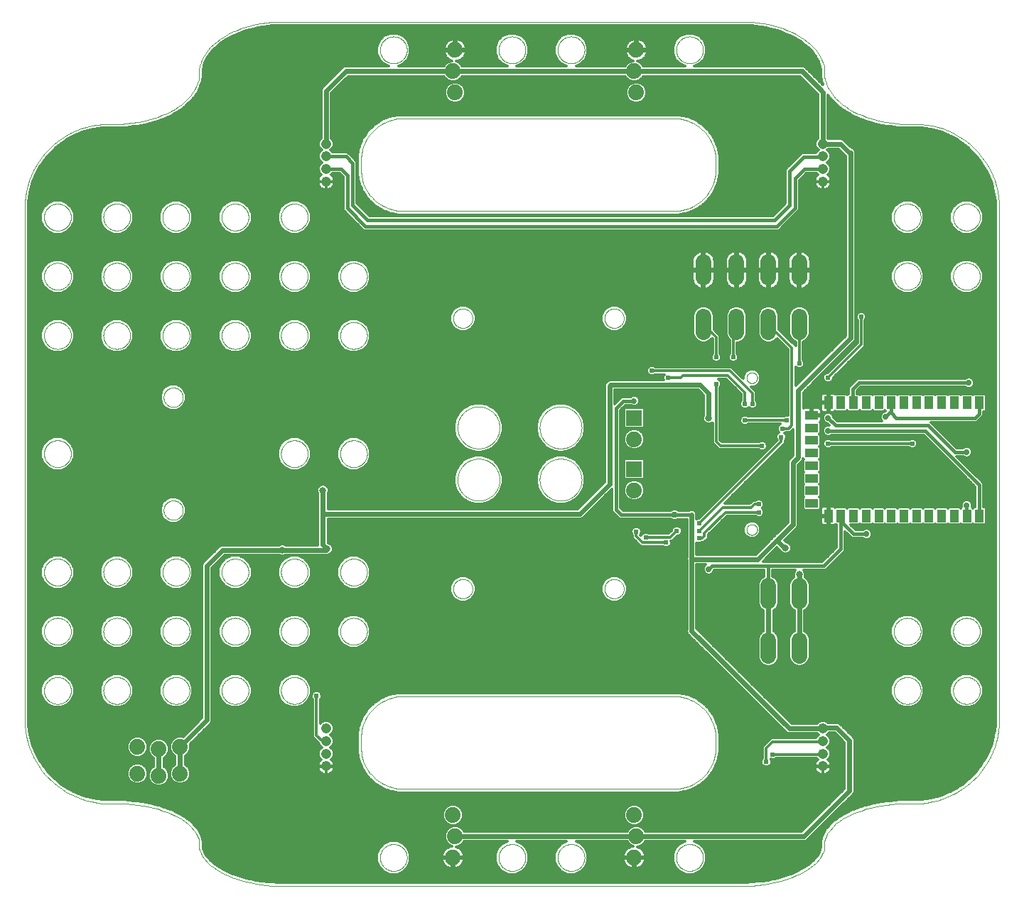
<source format=gbl>
G75*
%MOIN*%
%OFA0B0*%
%FSLAX25Y25*%
%IPPOS*%
%LPD*%
%AMOC8*
5,1,8,0,0,1.08239X$1,22.5*
%
%ADD10C,0.00394*%
%ADD11C,0.00000*%
%ADD12R,0.07400X0.07400*%
%ADD13C,0.07400*%
%ADD14C,0.04756*%
%ADD15R,0.03937X0.05906*%
%ADD16R,0.05906X0.03937*%
%ADD17C,0.07400*%
%ADD18C,0.01200*%
%ADD19C,0.02600*%
%ADD20C,0.02200*%
%ADD21C,0.02700*%
%ADD22C,0.01500*%
%ADD23C,0.03000*%
%ADD24C,0.01800*%
%ADD25C,0.02400*%
%ADD26C,0.03200*%
%ADD27C,0.01600*%
%ADD28C,0.02800*%
%ADD29C,0.02400*%
D10*
X0090927Y0100557D02*
X0092345Y0099525D01*
X0093764Y0098493D01*
X0095379Y0097530D01*
X0097163Y0096651D01*
X0098947Y0095772D01*
X0100900Y0094977D01*
X0102995Y0094278D01*
X0105091Y0093579D01*
X0107328Y0092976D01*
X0109681Y0092484D01*
X0112034Y0091991D01*
X0114502Y0091609D01*
X0117059Y0091349D01*
X0119616Y0091089D01*
X0122261Y0090953D01*
X0342231Y0090953D01*
X0344876Y0091089D01*
X0347432Y0091349D01*
X0349989Y0091609D01*
X0352458Y0091991D01*
X0354811Y0092484D01*
X0357163Y0092976D01*
X0359401Y0093579D01*
X0361496Y0094278D01*
X0363592Y0094977D01*
X0365545Y0095772D01*
X0367329Y0096651D01*
X0369113Y0097530D01*
X0370728Y0098493D01*
X0372146Y0099525D01*
X0373565Y0100557D01*
X0374788Y0101660D01*
X0376787Y0103978D01*
X0377564Y0105195D01*
X0378090Y0106454D01*
X0378617Y0107714D01*
X0378894Y0109017D01*
X0378894Y0111685D01*
X0379171Y0112988D01*
X0379697Y0114248D01*
X0380224Y0115507D01*
X0381001Y0116724D01*
X0383000Y0119042D01*
X0384223Y0120145D01*
X0385641Y0121177D01*
X0387060Y0122209D01*
X0388675Y0123172D01*
X0390459Y0124051D01*
X0392243Y0124930D01*
X0394196Y0125725D01*
X0396291Y0126424D01*
X0398387Y0127123D01*
X0400624Y0127726D01*
X0402977Y0128218D01*
X0405330Y0128711D01*
X0407799Y0129093D01*
X0410355Y0129353D01*
X0412912Y0129613D01*
X0415557Y0129749D01*
X0424090Y0129749D01*
X0426735Y0130026D01*
X0429292Y0130552D01*
X0431848Y0131079D01*
X0434317Y0131856D01*
X0436670Y0132855D01*
X0439023Y0133855D01*
X0441260Y0135078D01*
X0443356Y0136496D01*
X0445451Y0137915D01*
X0447404Y0139530D01*
X0450972Y0143098D01*
X0452587Y0145051D01*
X0454005Y0147146D01*
X0455424Y0149242D01*
X0456647Y0151479D01*
X0458646Y0156185D01*
X0459423Y0158654D01*
X0459949Y0161210D01*
X0460476Y0163767D01*
X0460753Y0166412D01*
X0460753Y0411987D01*
X0460476Y0414632D01*
X0459949Y0417189D01*
X0459423Y0419746D01*
X0458646Y0422214D01*
X0456647Y0426920D01*
X0455424Y0429157D01*
X0454005Y0431253D01*
X0452587Y0433348D01*
X0450972Y0435301D01*
X0447404Y0438869D01*
X0445451Y0440484D01*
X0443356Y0441903D01*
X0441260Y0443321D01*
X0439023Y0444544D01*
X0434317Y0446543D01*
X0431848Y0447320D01*
X0429292Y0447847D01*
X0426735Y0448373D01*
X0424090Y0448650D01*
X0415557Y0448650D01*
X0412912Y0448819D01*
X0410355Y0449141D01*
X0407799Y0449463D01*
X0405330Y0449937D01*
X0400624Y0451159D01*
X0398387Y0451906D01*
X0396291Y0452773D01*
X0394196Y0453639D01*
X0392243Y0454626D01*
X0390459Y0455716D01*
X0388675Y0456806D01*
X0387060Y0457999D01*
X0385641Y0459279D01*
X0384223Y0460559D01*
X0383000Y0461927D01*
X0381001Y0464802D01*
X0380224Y0466310D01*
X0379697Y0467872D01*
X0379171Y0469434D01*
X0378894Y0471050D01*
X0378894Y0474357D01*
X0378617Y0475973D01*
X0378090Y0477535D01*
X0377564Y0479097D01*
X0376787Y0480605D01*
X0374788Y0483481D01*
X0373565Y0484848D01*
X0372146Y0486128D01*
X0370728Y0487408D01*
X0369113Y0488601D01*
X0367329Y0489691D01*
X0365545Y0490781D01*
X0363592Y0491768D01*
X0361496Y0492635D01*
X0359401Y0493501D01*
X0357163Y0494248D01*
X0352458Y0495470D01*
X0349989Y0495944D01*
X0347432Y0496266D01*
X0344876Y0496588D01*
X0342231Y0496757D01*
X0122261Y0496757D01*
X0119616Y0496588D01*
X0117059Y0496266D01*
X0114502Y0495944D01*
X0112034Y0495470D01*
X0107328Y0494248D01*
X0105091Y0493501D01*
X0102995Y0492635D01*
X0100900Y0491768D01*
X0098947Y0490781D01*
X0097163Y0489691D01*
X0095379Y0488601D01*
X0093764Y0487408D01*
X0092345Y0486128D01*
X0090927Y0484848D01*
X0089704Y0483481D01*
X0087705Y0480605D01*
X0086928Y0479097D01*
X0086401Y0477535D01*
X0085875Y0475973D01*
X0085598Y0474357D01*
X0085598Y0471050D01*
X0085321Y0469434D01*
X0084794Y0467872D01*
X0084267Y0466310D01*
X0083491Y0464802D01*
X0081492Y0461927D01*
X0080269Y0460559D01*
X0078850Y0459279D01*
X0077432Y0457999D01*
X0075817Y0456806D01*
X0074033Y0455716D01*
X0072249Y0454626D01*
X0070296Y0453639D01*
X0068200Y0452773D01*
X0066105Y0451906D01*
X0063867Y0451159D01*
X0059161Y0449937D01*
X0056693Y0449463D01*
X0054136Y0449141D01*
X0051580Y0448819D01*
X0048934Y0448650D01*
X0040402Y0448650D01*
X0037757Y0448373D01*
X0035200Y0447847D01*
X0032643Y0447320D01*
X0030175Y0446543D01*
X0025469Y0444544D01*
X0023231Y0443321D01*
X0021136Y0441903D01*
X0019041Y0440484D01*
X0017088Y0438869D01*
X0013520Y0435301D01*
X0011905Y0433348D01*
X0010486Y0431253D01*
X0009067Y0429157D01*
X0007845Y0426920D01*
X0005846Y0422214D01*
X0005069Y0419746D01*
X0004542Y0417189D01*
X0004016Y0414632D01*
X0003739Y0411987D01*
X0003739Y0166412D01*
X0004016Y0163767D01*
X0004542Y0161210D01*
X0005069Y0158654D01*
X0005846Y0156185D01*
X0007845Y0151479D01*
X0009067Y0149242D01*
X0010486Y0147146D01*
X0011905Y0145051D01*
X0013520Y0143098D01*
X0017088Y0139530D01*
X0019041Y0137915D01*
X0021136Y0136496D01*
X0023231Y0135078D01*
X0025469Y0133855D01*
X0027822Y0132855D01*
X0030175Y0131856D01*
X0032643Y0131079D01*
X0035200Y0130552D01*
X0037757Y0130026D01*
X0040402Y0129749D01*
X0048934Y0129749D01*
X0051580Y0129613D01*
X0054136Y0129353D01*
X0056693Y0129093D01*
X0059161Y0128711D01*
X0061514Y0128218D01*
X0063867Y0127726D01*
X0066105Y0127123D01*
X0068200Y0126424D01*
X0070296Y0125725D01*
X0072249Y0124930D01*
X0074033Y0124051D01*
X0075817Y0123172D01*
X0077432Y0122209D01*
X0078850Y0121177D01*
X0080269Y0120145D01*
X0081492Y0119042D01*
X0083491Y0116724D01*
X0084267Y0115507D01*
X0084794Y0114248D01*
X0085321Y0112988D01*
X0085598Y0111685D01*
X0085598Y0109017D01*
X0085875Y0107714D01*
X0086401Y0106454D01*
X0086928Y0105195D01*
X0087705Y0103978D01*
X0089704Y0101660D01*
X0090927Y0100557D01*
X0163542Y0147308D02*
X0162542Y0149661D01*
X0162154Y0150895D01*
X0161891Y0152173D01*
X0161627Y0153452D01*
X0161489Y0154774D01*
X0161489Y0161603D01*
X0161627Y0162926D01*
X0161891Y0164204D01*
X0162154Y0165483D01*
X0162542Y0166717D01*
X0163542Y0169070D01*
X0164153Y0170189D01*
X0164863Y0171236D01*
X0165572Y0172284D01*
X0166379Y0173260D01*
X0168163Y0175044D01*
X0169140Y0175852D01*
X0170188Y0176561D01*
X0171235Y0177271D01*
X0172354Y0177882D01*
X0174707Y0178881D01*
X0175941Y0179270D01*
X0177220Y0179533D01*
X0178498Y0179797D01*
X0179821Y0179935D01*
X0309576Y0179935D01*
X0310898Y0179797D01*
X0313455Y0179270D01*
X0314689Y0178881D01*
X0315866Y0178382D01*
X0317042Y0177882D01*
X0318161Y0177271D01*
X0319209Y0176561D01*
X0320256Y0175852D01*
X0321233Y0175044D01*
X0322125Y0174152D01*
X0323017Y0173260D01*
X0323824Y0172284D01*
X0325243Y0170189D01*
X0325854Y0169070D01*
X0326854Y0166717D01*
X0327242Y0165483D01*
X0327505Y0164204D01*
X0327769Y0162926D01*
X0327907Y0161603D01*
X0327907Y0154774D01*
X0327769Y0153452D01*
X0327505Y0152173D01*
X0327242Y0150895D01*
X0326854Y0149661D01*
X0325854Y0147308D01*
X0325243Y0146189D01*
X0324534Y0145141D01*
X0323824Y0144093D01*
X0323017Y0143117D01*
X0322125Y0142225D01*
X0321233Y0141333D01*
X0320256Y0140526D01*
X0319209Y0139816D01*
X0318161Y0139107D01*
X0317042Y0138496D01*
X0315866Y0137996D01*
X0314689Y0137496D01*
X0313455Y0137108D01*
X0312177Y0136844D01*
X0310898Y0136581D01*
X0309576Y0136442D01*
X0179821Y0136442D01*
X0178498Y0136581D01*
X0177220Y0136844D01*
X0175941Y0137108D01*
X0174707Y0137496D01*
X0172354Y0138496D01*
X0171235Y0139107D01*
X0169140Y0140526D01*
X0168163Y0141333D01*
X0167271Y0142225D01*
X0166379Y0143117D01*
X0165572Y0144093D01*
X0164863Y0145141D01*
X0164153Y0146189D01*
X0163542Y0147308D01*
X0179821Y0407775D02*
X0178498Y0407914D01*
X0177220Y0408177D01*
X0175941Y0408440D01*
X0174707Y0408829D01*
X0172354Y0409828D01*
X0171235Y0410440D01*
X0169140Y0411858D01*
X0168163Y0412666D01*
X0166379Y0414450D01*
X0165572Y0415426D01*
X0164863Y0416474D01*
X0164153Y0417522D01*
X0163542Y0418640D01*
X0162542Y0420993D01*
X0162154Y0422227D01*
X0161627Y0424784D01*
X0161489Y0426107D01*
X0161489Y0432936D01*
X0161627Y0434258D01*
X0162154Y0436815D01*
X0162542Y0438049D01*
X0163542Y0440402D01*
X0164153Y0441521D01*
X0164863Y0442569D01*
X0165572Y0443617D01*
X0166379Y0444593D01*
X0168163Y0446377D01*
X0169140Y0447184D01*
X0170188Y0447894D01*
X0171235Y0448603D01*
X0172354Y0449215D01*
X0174707Y0450214D01*
X0175941Y0450602D01*
X0177220Y0450866D01*
X0178498Y0451129D01*
X0179821Y0451268D01*
X0309576Y0451268D01*
X0310898Y0451129D01*
X0312177Y0450866D01*
X0313455Y0450602D01*
X0314689Y0450214D01*
X0315866Y0449714D01*
X0317042Y0449215D01*
X0318161Y0448603D01*
X0319209Y0447894D01*
X0320256Y0447184D01*
X0321233Y0446377D01*
X0322125Y0445485D01*
X0323017Y0444593D01*
X0323824Y0443617D01*
X0324534Y0442569D01*
X0325243Y0441521D01*
X0325854Y0440402D01*
X0326854Y0438049D01*
X0327242Y0436815D01*
X0327769Y0434258D01*
X0327907Y0432936D01*
X0327907Y0426107D01*
X0327769Y0424784D01*
X0327242Y0422227D01*
X0326854Y0420993D01*
X0325854Y0418640D01*
X0325243Y0417522D01*
X0324534Y0416474D01*
X0323824Y0415426D01*
X0323017Y0414450D01*
X0322125Y0413558D01*
X0321233Y0412666D01*
X0320256Y0411858D01*
X0319209Y0411149D01*
X0318161Y0410440D01*
X0317042Y0409828D01*
X0315866Y0409328D01*
X0314689Y0408829D01*
X0313455Y0408440D01*
X0312177Y0408177D01*
X0310898Y0407914D01*
X0309576Y0407775D01*
X0179821Y0407775D01*
D11*
X0151701Y0377175D02*
X0151703Y0377333D01*
X0151709Y0377491D01*
X0151719Y0377649D01*
X0151733Y0377807D01*
X0151751Y0377964D01*
X0151772Y0378121D01*
X0151798Y0378277D01*
X0151828Y0378433D01*
X0151861Y0378588D01*
X0151899Y0378741D01*
X0151940Y0378894D01*
X0151985Y0379046D01*
X0152034Y0379197D01*
X0152087Y0379346D01*
X0152143Y0379494D01*
X0152203Y0379640D01*
X0152267Y0379785D01*
X0152335Y0379928D01*
X0152406Y0380070D01*
X0152480Y0380210D01*
X0152558Y0380347D01*
X0152640Y0380483D01*
X0152724Y0380617D01*
X0152813Y0380748D01*
X0152904Y0380877D01*
X0152999Y0381004D01*
X0153096Y0381129D01*
X0153197Y0381251D01*
X0153301Y0381370D01*
X0153408Y0381487D01*
X0153518Y0381601D01*
X0153631Y0381712D01*
X0153746Y0381821D01*
X0153864Y0381926D01*
X0153985Y0382028D01*
X0154108Y0382128D01*
X0154234Y0382224D01*
X0154362Y0382317D01*
X0154492Y0382407D01*
X0154625Y0382493D01*
X0154760Y0382577D01*
X0154896Y0382656D01*
X0155035Y0382733D01*
X0155176Y0382805D01*
X0155318Y0382875D01*
X0155462Y0382940D01*
X0155608Y0383002D01*
X0155755Y0383060D01*
X0155904Y0383115D01*
X0156054Y0383166D01*
X0156205Y0383213D01*
X0156357Y0383256D01*
X0156510Y0383295D01*
X0156665Y0383331D01*
X0156820Y0383362D01*
X0156976Y0383390D01*
X0157132Y0383414D01*
X0157289Y0383434D01*
X0157447Y0383450D01*
X0157604Y0383462D01*
X0157763Y0383470D01*
X0157921Y0383474D01*
X0158079Y0383474D01*
X0158237Y0383470D01*
X0158396Y0383462D01*
X0158553Y0383450D01*
X0158711Y0383434D01*
X0158868Y0383414D01*
X0159024Y0383390D01*
X0159180Y0383362D01*
X0159335Y0383331D01*
X0159490Y0383295D01*
X0159643Y0383256D01*
X0159795Y0383213D01*
X0159946Y0383166D01*
X0160096Y0383115D01*
X0160245Y0383060D01*
X0160392Y0383002D01*
X0160538Y0382940D01*
X0160682Y0382875D01*
X0160824Y0382805D01*
X0160965Y0382733D01*
X0161104Y0382656D01*
X0161240Y0382577D01*
X0161375Y0382493D01*
X0161508Y0382407D01*
X0161638Y0382317D01*
X0161766Y0382224D01*
X0161892Y0382128D01*
X0162015Y0382028D01*
X0162136Y0381926D01*
X0162254Y0381821D01*
X0162369Y0381712D01*
X0162482Y0381601D01*
X0162592Y0381487D01*
X0162699Y0381370D01*
X0162803Y0381251D01*
X0162904Y0381129D01*
X0163001Y0381004D01*
X0163096Y0380877D01*
X0163187Y0380748D01*
X0163276Y0380617D01*
X0163360Y0380483D01*
X0163442Y0380347D01*
X0163520Y0380210D01*
X0163594Y0380070D01*
X0163665Y0379928D01*
X0163733Y0379785D01*
X0163797Y0379640D01*
X0163857Y0379494D01*
X0163913Y0379346D01*
X0163966Y0379197D01*
X0164015Y0379046D01*
X0164060Y0378894D01*
X0164101Y0378741D01*
X0164139Y0378588D01*
X0164172Y0378433D01*
X0164202Y0378277D01*
X0164228Y0378121D01*
X0164249Y0377964D01*
X0164267Y0377807D01*
X0164281Y0377649D01*
X0164291Y0377491D01*
X0164297Y0377333D01*
X0164299Y0377175D01*
X0164297Y0377017D01*
X0164291Y0376859D01*
X0164281Y0376701D01*
X0164267Y0376543D01*
X0164249Y0376386D01*
X0164228Y0376229D01*
X0164202Y0376073D01*
X0164172Y0375917D01*
X0164139Y0375762D01*
X0164101Y0375609D01*
X0164060Y0375456D01*
X0164015Y0375304D01*
X0163966Y0375153D01*
X0163913Y0375004D01*
X0163857Y0374856D01*
X0163797Y0374710D01*
X0163733Y0374565D01*
X0163665Y0374422D01*
X0163594Y0374280D01*
X0163520Y0374140D01*
X0163442Y0374003D01*
X0163360Y0373867D01*
X0163276Y0373733D01*
X0163187Y0373602D01*
X0163096Y0373473D01*
X0163001Y0373346D01*
X0162904Y0373221D01*
X0162803Y0373099D01*
X0162699Y0372980D01*
X0162592Y0372863D01*
X0162482Y0372749D01*
X0162369Y0372638D01*
X0162254Y0372529D01*
X0162136Y0372424D01*
X0162015Y0372322D01*
X0161892Y0372222D01*
X0161766Y0372126D01*
X0161638Y0372033D01*
X0161508Y0371943D01*
X0161375Y0371857D01*
X0161240Y0371773D01*
X0161104Y0371694D01*
X0160965Y0371617D01*
X0160824Y0371545D01*
X0160682Y0371475D01*
X0160538Y0371410D01*
X0160392Y0371348D01*
X0160245Y0371290D01*
X0160096Y0371235D01*
X0159946Y0371184D01*
X0159795Y0371137D01*
X0159643Y0371094D01*
X0159490Y0371055D01*
X0159335Y0371019D01*
X0159180Y0370988D01*
X0159024Y0370960D01*
X0158868Y0370936D01*
X0158711Y0370916D01*
X0158553Y0370900D01*
X0158396Y0370888D01*
X0158237Y0370880D01*
X0158079Y0370876D01*
X0157921Y0370876D01*
X0157763Y0370880D01*
X0157604Y0370888D01*
X0157447Y0370900D01*
X0157289Y0370916D01*
X0157132Y0370936D01*
X0156976Y0370960D01*
X0156820Y0370988D01*
X0156665Y0371019D01*
X0156510Y0371055D01*
X0156357Y0371094D01*
X0156205Y0371137D01*
X0156054Y0371184D01*
X0155904Y0371235D01*
X0155755Y0371290D01*
X0155608Y0371348D01*
X0155462Y0371410D01*
X0155318Y0371475D01*
X0155176Y0371545D01*
X0155035Y0371617D01*
X0154896Y0371694D01*
X0154760Y0371773D01*
X0154625Y0371857D01*
X0154492Y0371943D01*
X0154362Y0372033D01*
X0154234Y0372126D01*
X0154108Y0372222D01*
X0153985Y0372322D01*
X0153864Y0372424D01*
X0153746Y0372529D01*
X0153631Y0372638D01*
X0153518Y0372749D01*
X0153408Y0372863D01*
X0153301Y0372980D01*
X0153197Y0373099D01*
X0153096Y0373221D01*
X0152999Y0373346D01*
X0152904Y0373473D01*
X0152813Y0373602D01*
X0152724Y0373733D01*
X0152640Y0373867D01*
X0152558Y0374003D01*
X0152480Y0374140D01*
X0152406Y0374280D01*
X0152335Y0374422D01*
X0152267Y0374565D01*
X0152203Y0374710D01*
X0152143Y0374856D01*
X0152087Y0375004D01*
X0152034Y0375153D01*
X0151985Y0375304D01*
X0151940Y0375456D01*
X0151899Y0375609D01*
X0151861Y0375762D01*
X0151828Y0375917D01*
X0151798Y0376073D01*
X0151772Y0376229D01*
X0151751Y0376386D01*
X0151733Y0376543D01*
X0151719Y0376701D01*
X0151709Y0376859D01*
X0151703Y0377017D01*
X0151701Y0377175D01*
X0123901Y0377175D02*
X0123903Y0377333D01*
X0123909Y0377491D01*
X0123919Y0377649D01*
X0123933Y0377807D01*
X0123951Y0377964D01*
X0123972Y0378121D01*
X0123998Y0378277D01*
X0124028Y0378433D01*
X0124061Y0378588D01*
X0124099Y0378741D01*
X0124140Y0378894D01*
X0124185Y0379046D01*
X0124234Y0379197D01*
X0124287Y0379346D01*
X0124343Y0379494D01*
X0124403Y0379640D01*
X0124467Y0379785D01*
X0124535Y0379928D01*
X0124606Y0380070D01*
X0124680Y0380210D01*
X0124758Y0380347D01*
X0124840Y0380483D01*
X0124924Y0380617D01*
X0125013Y0380748D01*
X0125104Y0380877D01*
X0125199Y0381004D01*
X0125296Y0381129D01*
X0125397Y0381251D01*
X0125501Y0381370D01*
X0125608Y0381487D01*
X0125718Y0381601D01*
X0125831Y0381712D01*
X0125946Y0381821D01*
X0126064Y0381926D01*
X0126185Y0382028D01*
X0126308Y0382128D01*
X0126434Y0382224D01*
X0126562Y0382317D01*
X0126692Y0382407D01*
X0126825Y0382493D01*
X0126960Y0382577D01*
X0127096Y0382656D01*
X0127235Y0382733D01*
X0127376Y0382805D01*
X0127518Y0382875D01*
X0127662Y0382940D01*
X0127808Y0383002D01*
X0127955Y0383060D01*
X0128104Y0383115D01*
X0128254Y0383166D01*
X0128405Y0383213D01*
X0128557Y0383256D01*
X0128710Y0383295D01*
X0128865Y0383331D01*
X0129020Y0383362D01*
X0129176Y0383390D01*
X0129332Y0383414D01*
X0129489Y0383434D01*
X0129647Y0383450D01*
X0129804Y0383462D01*
X0129963Y0383470D01*
X0130121Y0383474D01*
X0130279Y0383474D01*
X0130437Y0383470D01*
X0130596Y0383462D01*
X0130753Y0383450D01*
X0130911Y0383434D01*
X0131068Y0383414D01*
X0131224Y0383390D01*
X0131380Y0383362D01*
X0131535Y0383331D01*
X0131690Y0383295D01*
X0131843Y0383256D01*
X0131995Y0383213D01*
X0132146Y0383166D01*
X0132296Y0383115D01*
X0132445Y0383060D01*
X0132592Y0383002D01*
X0132738Y0382940D01*
X0132882Y0382875D01*
X0133024Y0382805D01*
X0133165Y0382733D01*
X0133304Y0382656D01*
X0133440Y0382577D01*
X0133575Y0382493D01*
X0133708Y0382407D01*
X0133838Y0382317D01*
X0133966Y0382224D01*
X0134092Y0382128D01*
X0134215Y0382028D01*
X0134336Y0381926D01*
X0134454Y0381821D01*
X0134569Y0381712D01*
X0134682Y0381601D01*
X0134792Y0381487D01*
X0134899Y0381370D01*
X0135003Y0381251D01*
X0135104Y0381129D01*
X0135201Y0381004D01*
X0135296Y0380877D01*
X0135387Y0380748D01*
X0135476Y0380617D01*
X0135560Y0380483D01*
X0135642Y0380347D01*
X0135720Y0380210D01*
X0135794Y0380070D01*
X0135865Y0379928D01*
X0135933Y0379785D01*
X0135997Y0379640D01*
X0136057Y0379494D01*
X0136113Y0379346D01*
X0136166Y0379197D01*
X0136215Y0379046D01*
X0136260Y0378894D01*
X0136301Y0378741D01*
X0136339Y0378588D01*
X0136372Y0378433D01*
X0136402Y0378277D01*
X0136428Y0378121D01*
X0136449Y0377964D01*
X0136467Y0377807D01*
X0136481Y0377649D01*
X0136491Y0377491D01*
X0136497Y0377333D01*
X0136499Y0377175D01*
X0136497Y0377017D01*
X0136491Y0376859D01*
X0136481Y0376701D01*
X0136467Y0376543D01*
X0136449Y0376386D01*
X0136428Y0376229D01*
X0136402Y0376073D01*
X0136372Y0375917D01*
X0136339Y0375762D01*
X0136301Y0375609D01*
X0136260Y0375456D01*
X0136215Y0375304D01*
X0136166Y0375153D01*
X0136113Y0375004D01*
X0136057Y0374856D01*
X0135997Y0374710D01*
X0135933Y0374565D01*
X0135865Y0374422D01*
X0135794Y0374280D01*
X0135720Y0374140D01*
X0135642Y0374003D01*
X0135560Y0373867D01*
X0135476Y0373733D01*
X0135387Y0373602D01*
X0135296Y0373473D01*
X0135201Y0373346D01*
X0135104Y0373221D01*
X0135003Y0373099D01*
X0134899Y0372980D01*
X0134792Y0372863D01*
X0134682Y0372749D01*
X0134569Y0372638D01*
X0134454Y0372529D01*
X0134336Y0372424D01*
X0134215Y0372322D01*
X0134092Y0372222D01*
X0133966Y0372126D01*
X0133838Y0372033D01*
X0133708Y0371943D01*
X0133575Y0371857D01*
X0133440Y0371773D01*
X0133304Y0371694D01*
X0133165Y0371617D01*
X0133024Y0371545D01*
X0132882Y0371475D01*
X0132738Y0371410D01*
X0132592Y0371348D01*
X0132445Y0371290D01*
X0132296Y0371235D01*
X0132146Y0371184D01*
X0131995Y0371137D01*
X0131843Y0371094D01*
X0131690Y0371055D01*
X0131535Y0371019D01*
X0131380Y0370988D01*
X0131224Y0370960D01*
X0131068Y0370936D01*
X0130911Y0370916D01*
X0130753Y0370900D01*
X0130596Y0370888D01*
X0130437Y0370880D01*
X0130279Y0370876D01*
X0130121Y0370876D01*
X0129963Y0370880D01*
X0129804Y0370888D01*
X0129647Y0370900D01*
X0129489Y0370916D01*
X0129332Y0370936D01*
X0129176Y0370960D01*
X0129020Y0370988D01*
X0128865Y0371019D01*
X0128710Y0371055D01*
X0128557Y0371094D01*
X0128405Y0371137D01*
X0128254Y0371184D01*
X0128104Y0371235D01*
X0127955Y0371290D01*
X0127808Y0371348D01*
X0127662Y0371410D01*
X0127518Y0371475D01*
X0127376Y0371545D01*
X0127235Y0371617D01*
X0127096Y0371694D01*
X0126960Y0371773D01*
X0126825Y0371857D01*
X0126692Y0371943D01*
X0126562Y0372033D01*
X0126434Y0372126D01*
X0126308Y0372222D01*
X0126185Y0372322D01*
X0126064Y0372424D01*
X0125946Y0372529D01*
X0125831Y0372638D01*
X0125718Y0372749D01*
X0125608Y0372863D01*
X0125501Y0372980D01*
X0125397Y0373099D01*
X0125296Y0373221D01*
X0125199Y0373346D01*
X0125104Y0373473D01*
X0125013Y0373602D01*
X0124924Y0373733D01*
X0124840Y0373867D01*
X0124758Y0374003D01*
X0124680Y0374140D01*
X0124606Y0374280D01*
X0124535Y0374422D01*
X0124467Y0374565D01*
X0124403Y0374710D01*
X0124343Y0374856D01*
X0124287Y0375004D01*
X0124234Y0375153D01*
X0124185Y0375304D01*
X0124140Y0375456D01*
X0124099Y0375609D01*
X0124061Y0375762D01*
X0124028Y0375917D01*
X0123998Y0376073D01*
X0123972Y0376229D01*
X0123951Y0376386D01*
X0123933Y0376543D01*
X0123919Y0376701D01*
X0123909Y0376859D01*
X0123903Y0377017D01*
X0123901Y0377175D01*
X0096101Y0377175D02*
X0096103Y0377333D01*
X0096109Y0377491D01*
X0096119Y0377649D01*
X0096133Y0377807D01*
X0096151Y0377964D01*
X0096172Y0378121D01*
X0096198Y0378277D01*
X0096228Y0378433D01*
X0096261Y0378588D01*
X0096299Y0378741D01*
X0096340Y0378894D01*
X0096385Y0379046D01*
X0096434Y0379197D01*
X0096487Y0379346D01*
X0096543Y0379494D01*
X0096603Y0379640D01*
X0096667Y0379785D01*
X0096735Y0379928D01*
X0096806Y0380070D01*
X0096880Y0380210D01*
X0096958Y0380347D01*
X0097040Y0380483D01*
X0097124Y0380617D01*
X0097213Y0380748D01*
X0097304Y0380877D01*
X0097399Y0381004D01*
X0097496Y0381129D01*
X0097597Y0381251D01*
X0097701Y0381370D01*
X0097808Y0381487D01*
X0097918Y0381601D01*
X0098031Y0381712D01*
X0098146Y0381821D01*
X0098264Y0381926D01*
X0098385Y0382028D01*
X0098508Y0382128D01*
X0098634Y0382224D01*
X0098762Y0382317D01*
X0098892Y0382407D01*
X0099025Y0382493D01*
X0099160Y0382577D01*
X0099296Y0382656D01*
X0099435Y0382733D01*
X0099576Y0382805D01*
X0099718Y0382875D01*
X0099862Y0382940D01*
X0100008Y0383002D01*
X0100155Y0383060D01*
X0100304Y0383115D01*
X0100454Y0383166D01*
X0100605Y0383213D01*
X0100757Y0383256D01*
X0100910Y0383295D01*
X0101065Y0383331D01*
X0101220Y0383362D01*
X0101376Y0383390D01*
X0101532Y0383414D01*
X0101689Y0383434D01*
X0101847Y0383450D01*
X0102004Y0383462D01*
X0102163Y0383470D01*
X0102321Y0383474D01*
X0102479Y0383474D01*
X0102637Y0383470D01*
X0102796Y0383462D01*
X0102953Y0383450D01*
X0103111Y0383434D01*
X0103268Y0383414D01*
X0103424Y0383390D01*
X0103580Y0383362D01*
X0103735Y0383331D01*
X0103890Y0383295D01*
X0104043Y0383256D01*
X0104195Y0383213D01*
X0104346Y0383166D01*
X0104496Y0383115D01*
X0104645Y0383060D01*
X0104792Y0383002D01*
X0104938Y0382940D01*
X0105082Y0382875D01*
X0105224Y0382805D01*
X0105365Y0382733D01*
X0105504Y0382656D01*
X0105640Y0382577D01*
X0105775Y0382493D01*
X0105908Y0382407D01*
X0106038Y0382317D01*
X0106166Y0382224D01*
X0106292Y0382128D01*
X0106415Y0382028D01*
X0106536Y0381926D01*
X0106654Y0381821D01*
X0106769Y0381712D01*
X0106882Y0381601D01*
X0106992Y0381487D01*
X0107099Y0381370D01*
X0107203Y0381251D01*
X0107304Y0381129D01*
X0107401Y0381004D01*
X0107496Y0380877D01*
X0107587Y0380748D01*
X0107676Y0380617D01*
X0107760Y0380483D01*
X0107842Y0380347D01*
X0107920Y0380210D01*
X0107994Y0380070D01*
X0108065Y0379928D01*
X0108133Y0379785D01*
X0108197Y0379640D01*
X0108257Y0379494D01*
X0108313Y0379346D01*
X0108366Y0379197D01*
X0108415Y0379046D01*
X0108460Y0378894D01*
X0108501Y0378741D01*
X0108539Y0378588D01*
X0108572Y0378433D01*
X0108602Y0378277D01*
X0108628Y0378121D01*
X0108649Y0377964D01*
X0108667Y0377807D01*
X0108681Y0377649D01*
X0108691Y0377491D01*
X0108697Y0377333D01*
X0108699Y0377175D01*
X0108697Y0377017D01*
X0108691Y0376859D01*
X0108681Y0376701D01*
X0108667Y0376543D01*
X0108649Y0376386D01*
X0108628Y0376229D01*
X0108602Y0376073D01*
X0108572Y0375917D01*
X0108539Y0375762D01*
X0108501Y0375609D01*
X0108460Y0375456D01*
X0108415Y0375304D01*
X0108366Y0375153D01*
X0108313Y0375004D01*
X0108257Y0374856D01*
X0108197Y0374710D01*
X0108133Y0374565D01*
X0108065Y0374422D01*
X0107994Y0374280D01*
X0107920Y0374140D01*
X0107842Y0374003D01*
X0107760Y0373867D01*
X0107676Y0373733D01*
X0107587Y0373602D01*
X0107496Y0373473D01*
X0107401Y0373346D01*
X0107304Y0373221D01*
X0107203Y0373099D01*
X0107099Y0372980D01*
X0106992Y0372863D01*
X0106882Y0372749D01*
X0106769Y0372638D01*
X0106654Y0372529D01*
X0106536Y0372424D01*
X0106415Y0372322D01*
X0106292Y0372222D01*
X0106166Y0372126D01*
X0106038Y0372033D01*
X0105908Y0371943D01*
X0105775Y0371857D01*
X0105640Y0371773D01*
X0105504Y0371694D01*
X0105365Y0371617D01*
X0105224Y0371545D01*
X0105082Y0371475D01*
X0104938Y0371410D01*
X0104792Y0371348D01*
X0104645Y0371290D01*
X0104496Y0371235D01*
X0104346Y0371184D01*
X0104195Y0371137D01*
X0104043Y0371094D01*
X0103890Y0371055D01*
X0103735Y0371019D01*
X0103580Y0370988D01*
X0103424Y0370960D01*
X0103268Y0370936D01*
X0103111Y0370916D01*
X0102953Y0370900D01*
X0102796Y0370888D01*
X0102637Y0370880D01*
X0102479Y0370876D01*
X0102321Y0370876D01*
X0102163Y0370880D01*
X0102004Y0370888D01*
X0101847Y0370900D01*
X0101689Y0370916D01*
X0101532Y0370936D01*
X0101376Y0370960D01*
X0101220Y0370988D01*
X0101065Y0371019D01*
X0100910Y0371055D01*
X0100757Y0371094D01*
X0100605Y0371137D01*
X0100454Y0371184D01*
X0100304Y0371235D01*
X0100155Y0371290D01*
X0100008Y0371348D01*
X0099862Y0371410D01*
X0099718Y0371475D01*
X0099576Y0371545D01*
X0099435Y0371617D01*
X0099296Y0371694D01*
X0099160Y0371773D01*
X0099025Y0371857D01*
X0098892Y0371943D01*
X0098762Y0372033D01*
X0098634Y0372126D01*
X0098508Y0372222D01*
X0098385Y0372322D01*
X0098264Y0372424D01*
X0098146Y0372529D01*
X0098031Y0372638D01*
X0097918Y0372749D01*
X0097808Y0372863D01*
X0097701Y0372980D01*
X0097597Y0373099D01*
X0097496Y0373221D01*
X0097399Y0373346D01*
X0097304Y0373473D01*
X0097213Y0373602D01*
X0097124Y0373733D01*
X0097040Y0373867D01*
X0096958Y0374003D01*
X0096880Y0374140D01*
X0096806Y0374280D01*
X0096735Y0374422D01*
X0096667Y0374565D01*
X0096603Y0374710D01*
X0096543Y0374856D01*
X0096487Y0375004D01*
X0096434Y0375153D01*
X0096385Y0375304D01*
X0096340Y0375456D01*
X0096299Y0375609D01*
X0096261Y0375762D01*
X0096228Y0375917D01*
X0096198Y0376073D01*
X0096172Y0376229D01*
X0096151Y0376386D01*
X0096133Y0376543D01*
X0096119Y0376701D01*
X0096109Y0376859D01*
X0096103Y0377017D01*
X0096101Y0377175D01*
X0068401Y0377175D02*
X0068403Y0377333D01*
X0068409Y0377491D01*
X0068419Y0377649D01*
X0068433Y0377807D01*
X0068451Y0377964D01*
X0068472Y0378121D01*
X0068498Y0378277D01*
X0068528Y0378433D01*
X0068561Y0378588D01*
X0068599Y0378741D01*
X0068640Y0378894D01*
X0068685Y0379046D01*
X0068734Y0379197D01*
X0068787Y0379346D01*
X0068843Y0379494D01*
X0068903Y0379640D01*
X0068967Y0379785D01*
X0069035Y0379928D01*
X0069106Y0380070D01*
X0069180Y0380210D01*
X0069258Y0380347D01*
X0069340Y0380483D01*
X0069424Y0380617D01*
X0069513Y0380748D01*
X0069604Y0380877D01*
X0069699Y0381004D01*
X0069796Y0381129D01*
X0069897Y0381251D01*
X0070001Y0381370D01*
X0070108Y0381487D01*
X0070218Y0381601D01*
X0070331Y0381712D01*
X0070446Y0381821D01*
X0070564Y0381926D01*
X0070685Y0382028D01*
X0070808Y0382128D01*
X0070934Y0382224D01*
X0071062Y0382317D01*
X0071192Y0382407D01*
X0071325Y0382493D01*
X0071460Y0382577D01*
X0071596Y0382656D01*
X0071735Y0382733D01*
X0071876Y0382805D01*
X0072018Y0382875D01*
X0072162Y0382940D01*
X0072308Y0383002D01*
X0072455Y0383060D01*
X0072604Y0383115D01*
X0072754Y0383166D01*
X0072905Y0383213D01*
X0073057Y0383256D01*
X0073210Y0383295D01*
X0073365Y0383331D01*
X0073520Y0383362D01*
X0073676Y0383390D01*
X0073832Y0383414D01*
X0073989Y0383434D01*
X0074147Y0383450D01*
X0074304Y0383462D01*
X0074463Y0383470D01*
X0074621Y0383474D01*
X0074779Y0383474D01*
X0074937Y0383470D01*
X0075096Y0383462D01*
X0075253Y0383450D01*
X0075411Y0383434D01*
X0075568Y0383414D01*
X0075724Y0383390D01*
X0075880Y0383362D01*
X0076035Y0383331D01*
X0076190Y0383295D01*
X0076343Y0383256D01*
X0076495Y0383213D01*
X0076646Y0383166D01*
X0076796Y0383115D01*
X0076945Y0383060D01*
X0077092Y0383002D01*
X0077238Y0382940D01*
X0077382Y0382875D01*
X0077524Y0382805D01*
X0077665Y0382733D01*
X0077804Y0382656D01*
X0077940Y0382577D01*
X0078075Y0382493D01*
X0078208Y0382407D01*
X0078338Y0382317D01*
X0078466Y0382224D01*
X0078592Y0382128D01*
X0078715Y0382028D01*
X0078836Y0381926D01*
X0078954Y0381821D01*
X0079069Y0381712D01*
X0079182Y0381601D01*
X0079292Y0381487D01*
X0079399Y0381370D01*
X0079503Y0381251D01*
X0079604Y0381129D01*
X0079701Y0381004D01*
X0079796Y0380877D01*
X0079887Y0380748D01*
X0079976Y0380617D01*
X0080060Y0380483D01*
X0080142Y0380347D01*
X0080220Y0380210D01*
X0080294Y0380070D01*
X0080365Y0379928D01*
X0080433Y0379785D01*
X0080497Y0379640D01*
X0080557Y0379494D01*
X0080613Y0379346D01*
X0080666Y0379197D01*
X0080715Y0379046D01*
X0080760Y0378894D01*
X0080801Y0378741D01*
X0080839Y0378588D01*
X0080872Y0378433D01*
X0080902Y0378277D01*
X0080928Y0378121D01*
X0080949Y0377964D01*
X0080967Y0377807D01*
X0080981Y0377649D01*
X0080991Y0377491D01*
X0080997Y0377333D01*
X0080999Y0377175D01*
X0080997Y0377017D01*
X0080991Y0376859D01*
X0080981Y0376701D01*
X0080967Y0376543D01*
X0080949Y0376386D01*
X0080928Y0376229D01*
X0080902Y0376073D01*
X0080872Y0375917D01*
X0080839Y0375762D01*
X0080801Y0375609D01*
X0080760Y0375456D01*
X0080715Y0375304D01*
X0080666Y0375153D01*
X0080613Y0375004D01*
X0080557Y0374856D01*
X0080497Y0374710D01*
X0080433Y0374565D01*
X0080365Y0374422D01*
X0080294Y0374280D01*
X0080220Y0374140D01*
X0080142Y0374003D01*
X0080060Y0373867D01*
X0079976Y0373733D01*
X0079887Y0373602D01*
X0079796Y0373473D01*
X0079701Y0373346D01*
X0079604Y0373221D01*
X0079503Y0373099D01*
X0079399Y0372980D01*
X0079292Y0372863D01*
X0079182Y0372749D01*
X0079069Y0372638D01*
X0078954Y0372529D01*
X0078836Y0372424D01*
X0078715Y0372322D01*
X0078592Y0372222D01*
X0078466Y0372126D01*
X0078338Y0372033D01*
X0078208Y0371943D01*
X0078075Y0371857D01*
X0077940Y0371773D01*
X0077804Y0371694D01*
X0077665Y0371617D01*
X0077524Y0371545D01*
X0077382Y0371475D01*
X0077238Y0371410D01*
X0077092Y0371348D01*
X0076945Y0371290D01*
X0076796Y0371235D01*
X0076646Y0371184D01*
X0076495Y0371137D01*
X0076343Y0371094D01*
X0076190Y0371055D01*
X0076035Y0371019D01*
X0075880Y0370988D01*
X0075724Y0370960D01*
X0075568Y0370936D01*
X0075411Y0370916D01*
X0075253Y0370900D01*
X0075096Y0370888D01*
X0074937Y0370880D01*
X0074779Y0370876D01*
X0074621Y0370876D01*
X0074463Y0370880D01*
X0074304Y0370888D01*
X0074147Y0370900D01*
X0073989Y0370916D01*
X0073832Y0370936D01*
X0073676Y0370960D01*
X0073520Y0370988D01*
X0073365Y0371019D01*
X0073210Y0371055D01*
X0073057Y0371094D01*
X0072905Y0371137D01*
X0072754Y0371184D01*
X0072604Y0371235D01*
X0072455Y0371290D01*
X0072308Y0371348D01*
X0072162Y0371410D01*
X0072018Y0371475D01*
X0071876Y0371545D01*
X0071735Y0371617D01*
X0071596Y0371694D01*
X0071460Y0371773D01*
X0071325Y0371857D01*
X0071192Y0371943D01*
X0071062Y0372033D01*
X0070934Y0372126D01*
X0070808Y0372222D01*
X0070685Y0372322D01*
X0070564Y0372424D01*
X0070446Y0372529D01*
X0070331Y0372638D01*
X0070218Y0372749D01*
X0070108Y0372863D01*
X0070001Y0372980D01*
X0069897Y0373099D01*
X0069796Y0373221D01*
X0069699Y0373346D01*
X0069604Y0373473D01*
X0069513Y0373602D01*
X0069424Y0373733D01*
X0069340Y0373867D01*
X0069258Y0374003D01*
X0069180Y0374140D01*
X0069106Y0374280D01*
X0069035Y0374422D01*
X0068967Y0374565D01*
X0068903Y0374710D01*
X0068843Y0374856D01*
X0068787Y0375004D01*
X0068734Y0375153D01*
X0068685Y0375304D01*
X0068640Y0375456D01*
X0068599Y0375609D01*
X0068561Y0375762D01*
X0068528Y0375917D01*
X0068498Y0376073D01*
X0068472Y0376229D01*
X0068451Y0376386D01*
X0068433Y0376543D01*
X0068419Y0376701D01*
X0068409Y0376859D01*
X0068403Y0377017D01*
X0068401Y0377175D01*
X0040601Y0377175D02*
X0040603Y0377333D01*
X0040609Y0377491D01*
X0040619Y0377649D01*
X0040633Y0377807D01*
X0040651Y0377964D01*
X0040672Y0378121D01*
X0040698Y0378277D01*
X0040728Y0378433D01*
X0040761Y0378588D01*
X0040799Y0378741D01*
X0040840Y0378894D01*
X0040885Y0379046D01*
X0040934Y0379197D01*
X0040987Y0379346D01*
X0041043Y0379494D01*
X0041103Y0379640D01*
X0041167Y0379785D01*
X0041235Y0379928D01*
X0041306Y0380070D01*
X0041380Y0380210D01*
X0041458Y0380347D01*
X0041540Y0380483D01*
X0041624Y0380617D01*
X0041713Y0380748D01*
X0041804Y0380877D01*
X0041899Y0381004D01*
X0041996Y0381129D01*
X0042097Y0381251D01*
X0042201Y0381370D01*
X0042308Y0381487D01*
X0042418Y0381601D01*
X0042531Y0381712D01*
X0042646Y0381821D01*
X0042764Y0381926D01*
X0042885Y0382028D01*
X0043008Y0382128D01*
X0043134Y0382224D01*
X0043262Y0382317D01*
X0043392Y0382407D01*
X0043525Y0382493D01*
X0043660Y0382577D01*
X0043796Y0382656D01*
X0043935Y0382733D01*
X0044076Y0382805D01*
X0044218Y0382875D01*
X0044362Y0382940D01*
X0044508Y0383002D01*
X0044655Y0383060D01*
X0044804Y0383115D01*
X0044954Y0383166D01*
X0045105Y0383213D01*
X0045257Y0383256D01*
X0045410Y0383295D01*
X0045565Y0383331D01*
X0045720Y0383362D01*
X0045876Y0383390D01*
X0046032Y0383414D01*
X0046189Y0383434D01*
X0046347Y0383450D01*
X0046504Y0383462D01*
X0046663Y0383470D01*
X0046821Y0383474D01*
X0046979Y0383474D01*
X0047137Y0383470D01*
X0047296Y0383462D01*
X0047453Y0383450D01*
X0047611Y0383434D01*
X0047768Y0383414D01*
X0047924Y0383390D01*
X0048080Y0383362D01*
X0048235Y0383331D01*
X0048390Y0383295D01*
X0048543Y0383256D01*
X0048695Y0383213D01*
X0048846Y0383166D01*
X0048996Y0383115D01*
X0049145Y0383060D01*
X0049292Y0383002D01*
X0049438Y0382940D01*
X0049582Y0382875D01*
X0049724Y0382805D01*
X0049865Y0382733D01*
X0050004Y0382656D01*
X0050140Y0382577D01*
X0050275Y0382493D01*
X0050408Y0382407D01*
X0050538Y0382317D01*
X0050666Y0382224D01*
X0050792Y0382128D01*
X0050915Y0382028D01*
X0051036Y0381926D01*
X0051154Y0381821D01*
X0051269Y0381712D01*
X0051382Y0381601D01*
X0051492Y0381487D01*
X0051599Y0381370D01*
X0051703Y0381251D01*
X0051804Y0381129D01*
X0051901Y0381004D01*
X0051996Y0380877D01*
X0052087Y0380748D01*
X0052176Y0380617D01*
X0052260Y0380483D01*
X0052342Y0380347D01*
X0052420Y0380210D01*
X0052494Y0380070D01*
X0052565Y0379928D01*
X0052633Y0379785D01*
X0052697Y0379640D01*
X0052757Y0379494D01*
X0052813Y0379346D01*
X0052866Y0379197D01*
X0052915Y0379046D01*
X0052960Y0378894D01*
X0053001Y0378741D01*
X0053039Y0378588D01*
X0053072Y0378433D01*
X0053102Y0378277D01*
X0053128Y0378121D01*
X0053149Y0377964D01*
X0053167Y0377807D01*
X0053181Y0377649D01*
X0053191Y0377491D01*
X0053197Y0377333D01*
X0053199Y0377175D01*
X0053197Y0377017D01*
X0053191Y0376859D01*
X0053181Y0376701D01*
X0053167Y0376543D01*
X0053149Y0376386D01*
X0053128Y0376229D01*
X0053102Y0376073D01*
X0053072Y0375917D01*
X0053039Y0375762D01*
X0053001Y0375609D01*
X0052960Y0375456D01*
X0052915Y0375304D01*
X0052866Y0375153D01*
X0052813Y0375004D01*
X0052757Y0374856D01*
X0052697Y0374710D01*
X0052633Y0374565D01*
X0052565Y0374422D01*
X0052494Y0374280D01*
X0052420Y0374140D01*
X0052342Y0374003D01*
X0052260Y0373867D01*
X0052176Y0373733D01*
X0052087Y0373602D01*
X0051996Y0373473D01*
X0051901Y0373346D01*
X0051804Y0373221D01*
X0051703Y0373099D01*
X0051599Y0372980D01*
X0051492Y0372863D01*
X0051382Y0372749D01*
X0051269Y0372638D01*
X0051154Y0372529D01*
X0051036Y0372424D01*
X0050915Y0372322D01*
X0050792Y0372222D01*
X0050666Y0372126D01*
X0050538Y0372033D01*
X0050408Y0371943D01*
X0050275Y0371857D01*
X0050140Y0371773D01*
X0050004Y0371694D01*
X0049865Y0371617D01*
X0049724Y0371545D01*
X0049582Y0371475D01*
X0049438Y0371410D01*
X0049292Y0371348D01*
X0049145Y0371290D01*
X0048996Y0371235D01*
X0048846Y0371184D01*
X0048695Y0371137D01*
X0048543Y0371094D01*
X0048390Y0371055D01*
X0048235Y0371019D01*
X0048080Y0370988D01*
X0047924Y0370960D01*
X0047768Y0370936D01*
X0047611Y0370916D01*
X0047453Y0370900D01*
X0047296Y0370888D01*
X0047137Y0370880D01*
X0046979Y0370876D01*
X0046821Y0370876D01*
X0046663Y0370880D01*
X0046504Y0370888D01*
X0046347Y0370900D01*
X0046189Y0370916D01*
X0046032Y0370936D01*
X0045876Y0370960D01*
X0045720Y0370988D01*
X0045565Y0371019D01*
X0045410Y0371055D01*
X0045257Y0371094D01*
X0045105Y0371137D01*
X0044954Y0371184D01*
X0044804Y0371235D01*
X0044655Y0371290D01*
X0044508Y0371348D01*
X0044362Y0371410D01*
X0044218Y0371475D01*
X0044076Y0371545D01*
X0043935Y0371617D01*
X0043796Y0371694D01*
X0043660Y0371773D01*
X0043525Y0371857D01*
X0043392Y0371943D01*
X0043262Y0372033D01*
X0043134Y0372126D01*
X0043008Y0372222D01*
X0042885Y0372322D01*
X0042764Y0372424D01*
X0042646Y0372529D01*
X0042531Y0372638D01*
X0042418Y0372749D01*
X0042308Y0372863D01*
X0042201Y0372980D01*
X0042097Y0373099D01*
X0041996Y0373221D01*
X0041899Y0373346D01*
X0041804Y0373473D01*
X0041713Y0373602D01*
X0041624Y0373733D01*
X0041540Y0373867D01*
X0041458Y0374003D01*
X0041380Y0374140D01*
X0041306Y0374280D01*
X0041235Y0374422D01*
X0041167Y0374565D01*
X0041103Y0374710D01*
X0041043Y0374856D01*
X0040987Y0375004D01*
X0040934Y0375153D01*
X0040885Y0375304D01*
X0040840Y0375456D01*
X0040799Y0375609D01*
X0040761Y0375762D01*
X0040728Y0375917D01*
X0040698Y0376073D01*
X0040672Y0376229D01*
X0040651Y0376386D01*
X0040633Y0376543D01*
X0040619Y0376701D01*
X0040609Y0376859D01*
X0040603Y0377017D01*
X0040601Y0377175D01*
X0012801Y0377175D02*
X0012803Y0377333D01*
X0012809Y0377491D01*
X0012819Y0377649D01*
X0012833Y0377807D01*
X0012851Y0377964D01*
X0012872Y0378121D01*
X0012898Y0378277D01*
X0012928Y0378433D01*
X0012961Y0378588D01*
X0012999Y0378741D01*
X0013040Y0378894D01*
X0013085Y0379046D01*
X0013134Y0379197D01*
X0013187Y0379346D01*
X0013243Y0379494D01*
X0013303Y0379640D01*
X0013367Y0379785D01*
X0013435Y0379928D01*
X0013506Y0380070D01*
X0013580Y0380210D01*
X0013658Y0380347D01*
X0013740Y0380483D01*
X0013824Y0380617D01*
X0013913Y0380748D01*
X0014004Y0380877D01*
X0014099Y0381004D01*
X0014196Y0381129D01*
X0014297Y0381251D01*
X0014401Y0381370D01*
X0014508Y0381487D01*
X0014618Y0381601D01*
X0014731Y0381712D01*
X0014846Y0381821D01*
X0014964Y0381926D01*
X0015085Y0382028D01*
X0015208Y0382128D01*
X0015334Y0382224D01*
X0015462Y0382317D01*
X0015592Y0382407D01*
X0015725Y0382493D01*
X0015860Y0382577D01*
X0015996Y0382656D01*
X0016135Y0382733D01*
X0016276Y0382805D01*
X0016418Y0382875D01*
X0016562Y0382940D01*
X0016708Y0383002D01*
X0016855Y0383060D01*
X0017004Y0383115D01*
X0017154Y0383166D01*
X0017305Y0383213D01*
X0017457Y0383256D01*
X0017610Y0383295D01*
X0017765Y0383331D01*
X0017920Y0383362D01*
X0018076Y0383390D01*
X0018232Y0383414D01*
X0018389Y0383434D01*
X0018547Y0383450D01*
X0018704Y0383462D01*
X0018863Y0383470D01*
X0019021Y0383474D01*
X0019179Y0383474D01*
X0019337Y0383470D01*
X0019496Y0383462D01*
X0019653Y0383450D01*
X0019811Y0383434D01*
X0019968Y0383414D01*
X0020124Y0383390D01*
X0020280Y0383362D01*
X0020435Y0383331D01*
X0020590Y0383295D01*
X0020743Y0383256D01*
X0020895Y0383213D01*
X0021046Y0383166D01*
X0021196Y0383115D01*
X0021345Y0383060D01*
X0021492Y0383002D01*
X0021638Y0382940D01*
X0021782Y0382875D01*
X0021924Y0382805D01*
X0022065Y0382733D01*
X0022204Y0382656D01*
X0022340Y0382577D01*
X0022475Y0382493D01*
X0022608Y0382407D01*
X0022738Y0382317D01*
X0022866Y0382224D01*
X0022992Y0382128D01*
X0023115Y0382028D01*
X0023236Y0381926D01*
X0023354Y0381821D01*
X0023469Y0381712D01*
X0023582Y0381601D01*
X0023692Y0381487D01*
X0023799Y0381370D01*
X0023903Y0381251D01*
X0024004Y0381129D01*
X0024101Y0381004D01*
X0024196Y0380877D01*
X0024287Y0380748D01*
X0024376Y0380617D01*
X0024460Y0380483D01*
X0024542Y0380347D01*
X0024620Y0380210D01*
X0024694Y0380070D01*
X0024765Y0379928D01*
X0024833Y0379785D01*
X0024897Y0379640D01*
X0024957Y0379494D01*
X0025013Y0379346D01*
X0025066Y0379197D01*
X0025115Y0379046D01*
X0025160Y0378894D01*
X0025201Y0378741D01*
X0025239Y0378588D01*
X0025272Y0378433D01*
X0025302Y0378277D01*
X0025328Y0378121D01*
X0025349Y0377964D01*
X0025367Y0377807D01*
X0025381Y0377649D01*
X0025391Y0377491D01*
X0025397Y0377333D01*
X0025399Y0377175D01*
X0025397Y0377017D01*
X0025391Y0376859D01*
X0025381Y0376701D01*
X0025367Y0376543D01*
X0025349Y0376386D01*
X0025328Y0376229D01*
X0025302Y0376073D01*
X0025272Y0375917D01*
X0025239Y0375762D01*
X0025201Y0375609D01*
X0025160Y0375456D01*
X0025115Y0375304D01*
X0025066Y0375153D01*
X0025013Y0375004D01*
X0024957Y0374856D01*
X0024897Y0374710D01*
X0024833Y0374565D01*
X0024765Y0374422D01*
X0024694Y0374280D01*
X0024620Y0374140D01*
X0024542Y0374003D01*
X0024460Y0373867D01*
X0024376Y0373733D01*
X0024287Y0373602D01*
X0024196Y0373473D01*
X0024101Y0373346D01*
X0024004Y0373221D01*
X0023903Y0373099D01*
X0023799Y0372980D01*
X0023692Y0372863D01*
X0023582Y0372749D01*
X0023469Y0372638D01*
X0023354Y0372529D01*
X0023236Y0372424D01*
X0023115Y0372322D01*
X0022992Y0372222D01*
X0022866Y0372126D01*
X0022738Y0372033D01*
X0022608Y0371943D01*
X0022475Y0371857D01*
X0022340Y0371773D01*
X0022204Y0371694D01*
X0022065Y0371617D01*
X0021924Y0371545D01*
X0021782Y0371475D01*
X0021638Y0371410D01*
X0021492Y0371348D01*
X0021345Y0371290D01*
X0021196Y0371235D01*
X0021046Y0371184D01*
X0020895Y0371137D01*
X0020743Y0371094D01*
X0020590Y0371055D01*
X0020435Y0371019D01*
X0020280Y0370988D01*
X0020124Y0370960D01*
X0019968Y0370936D01*
X0019811Y0370916D01*
X0019653Y0370900D01*
X0019496Y0370888D01*
X0019337Y0370880D01*
X0019179Y0370876D01*
X0019021Y0370876D01*
X0018863Y0370880D01*
X0018704Y0370888D01*
X0018547Y0370900D01*
X0018389Y0370916D01*
X0018232Y0370936D01*
X0018076Y0370960D01*
X0017920Y0370988D01*
X0017765Y0371019D01*
X0017610Y0371055D01*
X0017457Y0371094D01*
X0017305Y0371137D01*
X0017154Y0371184D01*
X0017004Y0371235D01*
X0016855Y0371290D01*
X0016708Y0371348D01*
X0016562Y0371410D01*
X0016418Y0371475D01*
X0016276Y0371545D01*
X0016135Y0371617D01*
X0015996Y0371694D01*
X0015860Y0371773D01*
X0015725Y0371857D01*
X0015592Y0371943D01*
X0015462Y0372033D01*
X0015334Y0372126D01*
X0015208Y0372222D01*
X0015085Y0372322D01*
X0014964Y0372424D01*
X0014846Y0372529D01*
X0014731Y0372638D01*
X0014618Y0372749D01*
X0014508Y0372863D01*
X0014401Y0372980D01*
X0014297Y0373099D01*
X0014196Y0373221D01*
X0014099Y0373346D01*
X0014004Y0373473D01*
X0013913Y0373602D01*
X0013824Y0373733D01*
X0013740Y0373867D01*
X0013658Y0374003D01*
X0013580Y0374140D01*
X0013506Y0374280D01*
X0013435Y0374422D01*
X0013367Y0374565D01*
X0013303Y0374710D01*
X0013243Y0374856D01*
X0013187Y0375004D01*
X0013134Y0375153D01*
X0013085Y0375304D01*
X0013040Y0375456D01*
X0012999Y0375609D01*
X0012961Y0375762D01*
X0012928Y0375917D01*
X0012898Y0376073D01*
X0012872Y0376229D01*
X0012851Y0376386D01*
X0012833Y0376543D01*
X0012819Y0376701D01*
X0012809Y0376859D01*
X0012803Y0377017D01*
X0012801Y0377175D01*
X0012801Y0349375D02*
X0012803Y0349533D01*
X0012809Y0349691D01*
X0012819Y0349849D01*
X0012833Y0350007D01*
X0012851Y0350164D01*
X0012872Y0350321D01*
X0012898Y0350477D01*
X0012928Y0350633D01*
X0012961Y0350788D01*
X0012999Y0350941D01*
X0013040Y0351094D01*
X0013085Y0351246D01*
X0013134Y0351397D01*
X0013187Y0351546D01*
X0013243Y0351694D01*
X0013303Y0351840D01*
X0013367Y0351985D01*
X0013435Y0352128D01*
X0013506Y0352270D01*
X0013580Y0352410D01*
X0013658Y0352547D01*
X0013740Y0352683D01*
X0013824Y0352817D01*
X0013913Y0352948D01*
X0014004Y0353077D01*
X0014099Y0353204D01*
X0014196Y0353329D01*
X0014297Y0353451D01*
X0014401Y0353570D01*
X0014508Y0353687D01*
X0014618Y0353801D01*
X0014731Y0353912D01*
X0014846Y0354021D01*
X0014964Y0354126D01*
X0015085Y0354228D01*
X0015208Y0354328D01*
X0015334Y0354424D01*
X0015462Y0354517D01*
X0015592Y0354607D01*
X0015725Y0354693D01*
X0015860Y0354777D01*
X0015996Y0354856D01*
X0016135Y0354933D01*
X0016276Y0355005D01*
X0016418Y0355075D01*
X0016562Y0355140D01*
X0016708Y0355202D01*
X0016855Y0355260D01*
X0017004Y0355315D01*
X0017154Y0355366D01*
X0017305Y0355413D01*
X0017457Y0355456D01*
X0017610Y0355495D01*
X0017765Y0355531D01*
X0017920Y0355562D01*
X0018076Y0355590D01*
X0018232Y0355614D01*
X0018389Y0355634D01*
X0018547Y0355650D01*
X0018704Y0355662D01*
X0018863Y0355670D01*
X0019021Y0355674D01*
X0019179Y0355674D01*
X0019337Y0355670D01*
X0019496Y0355662D01*
X0019653Y0355650D01*
X0019811Y0355634D01*
X0019968Y0355614D01*
X0020124Y0355590D01*
X0020280Y0355562D01*
X0020435Y0355531D01*
X0020590Y0355495D01*
X0020743Y0355456D01*
X0020895Y0355413D01*
X0021046Y0355366D01*
X0021196Y0355315D01*
X0021345Y0355260D01*
X0021492Y0355202D01*
X0021638Y0355140D01*
X0021782Y0355075D01*
X0021924Y0355005D01*
X0022065Y0354933D01*
X0022204Y0354856D01*
X0022340Y0354777D01*
X0022475Y0354693D01*
X0022608Y0354607D01*
X0022738Y0354517D01*
X0022866Y0354424D01*
X0022992Y0354328D01*
X0023115Y0354228D01*
X0023236Y0354126D01*
X0023354Y0354021D01*
X0023469Y0353912D01*
X0023582Y0353801D01*
X0023692Y0353687D01*
X0023799Y0353570D01*
X0023903Y0353451D01*
X0024004Y0353329D01*
X0024101Y0353204D01*
X0024196Y0353077D01*
X0024287Y0352948D01*
X0024376Y0352817D01*
X0024460Y0352683D01*
X0024542Y0352547D01*
X0024620Y0352410D01*
X0024694Y0352270D01*
X0024765Y0352128D01*
X0024833Y0351985D01*
X0024897Y0351840D01*
X0024957Y0351694D01*
X0025013Y0351546D01*
X0025066Y0351397D01*
X0025115Y0351246D01*
X0025160Y0351094D01*
X0025201Y0350941D01*
X0025239Y0350788D01*
X0025272Y0350633D01*
X0025302Y0350477D01*
X0025328Y0350321D01*
X0025349Y0350164D01*
X0025367Y0350007D01*
X0025381Y0349849D01*
X0025391Y0349691D01*
X0025397Y0349533D01*
X0025399Y0349375D01*
X0025397Y0349217D01*
X0025391Y0349059D01*
X0025381Y0348901D01*
X0025367Y0348743D01*
X0025349Y0348586D01*
X0025328Y0348429D01*
X0025302Y0348273D01*
X0025272Y0348117D01*
X0025239Y0347962D01*
X0025201Y0347809D01*
X0025160Y0347656D01*
X0025115Y0347504D01*
X0025066Y0347353D01*
X0025013Y0347204D01*
X0024957Y0347056D01*
X0024897Y0346910D01*
X0024833Y0346765D01*
X0024765Y0346622D01*
X0024694Y0346480D01*
X0024620Y0346340D01*
X0024542Y0346203D01*
X0024460Y0346067D01*
X0024376Y0345933D01*
X0024287Y0345802D01*
X0024196Y0345673D01*
X0024101Y0345546D01*
X0024004Y0345421D01*
X0023903Y0345299D01*
X0023799Y0345180D01*
X0023692Y0345063D01*
X0023582Y0344949D01*
X0023469Y0344838D01*
X0023354Y0344729D01*
X0023236Y0344624D01*
X0023115Y0344522D01*
X0022992Y0344422D01*
X0022866Y0344326D01*
X0022738Y0344233D01*
X0022608Y0344143D01*
X0022475Y0344057D01*
X0022340Y0343973D01*
X0022204Y0343894D01*
X0022065Y0343817D01*
X0021924Y0343745D01*
X0021782Y0343675D01*
X0021638Y0343610D01*
X0021492Y0343548D01*
X0021345Y0343490D01*
X0021196Y0343435D01*
X0021046Y0343384D01*
X0020895Y0343337D01*
X0020743Y0343294D01*
X0020590Y0343255D01*
X0020435Y0343219D01*
X0020280Y0343188D01*
X0020124Y0343160D01*
X0019968Y0343136D01*
X0019811Y0343116D01*
X0019653Y0343100D01*
X0019496Y0343088D01*
X0019337Y0343080D01*
X0019179Y0343076D01*
X0019021Y0343076D01*
X0018863Y0343080D01*
X0018704Y0343088D01*
X0018547Y0343100D01*
X0018389Y0343116D01*
X0018232Y0343136D01*
X0018076Y0343160D01*
X0017920Y0343188D01*
X0017765Y0343219D01*
X0017610Y0343255D01*
X0017457Y0343294D01*
X0017305Y0343337D01*
X0017154Y0343384D01*
X0017004Y0343435D01*
X0016855Y0343490D01*
X0016708Y0343548D01*
X0016562Y0343610D01*
X0016418Y0343675D01*
X0016276Y0343745D01*
X0016135Y0343817D01*
X0015996Y0343894D01*
X0015860Y0343973D01*
X0015725Y0344057D01*
X0015592Y0344143D01*
X0015462Y0344233D01*
X0015334Y0344326D01*
X0015208Y0344422D01*
X0015085Y0344522D01*
X0014964Y0344624D01*
X0014846Y0344729D01*
X0014731Y0344838D01*
X0014618Y0344949D01*
X0014508Y0345063D01*
X0014401Y0345180D01*
X0014297Y0345299D01*
X0014196Y0345421D01*
X0014099Y0345546D01*
X0014004Y0345673D01*
X0013913Y0345802D01*
X0013824Y0345933D01*
X0013740Y0346067D01*
X0013658Y0346203D01*
X0013580Y0346340D01*
X0013506Y0346480D01*
X0013435Y0346622D01*
X0013367Y0346765D01*
X0013303Y0346910D01*
X0013243Y0347056D01*
X0013187Y0347204D01*
X0013134Y0347353D01*
X0013085Y0347504D01*
X0013040Y0347656D01*
X0012999Y0347809D01*
X0012961Y0347962D01*
X0012928Y0348117D01*
X0012898Y0348273D01*
X0012872Y0348429D01*
X0012851Y0348586D01*
X0012833Y0348743D01*
X0012819Y0348901D01*
X0012809Y0349059D01*
X0012803Y0349217D01*
X0012801Y0349375D01*
X0040601Y0349375D02*
X0040603Y0349533D01*
X0040609Y0349691D01*
X0040619Y0349849D01*
X0040633Y0350007D01*
X0040651Y0350164D01*
X0040672Y0350321D01*
X0040698Y0350477D01*
X0040728Y0350633D01*
X0040761Y0350788D01*
X0040799Y0350941D01*
X0040840Y0351094D01*
X0040885Y0351246D01*
X0040934Y0351397D01*
X0040987Y0351546D01*
X0041043Y0351694D01*
X0041103Y0351840D01*
X0041167Y0351985D01*
X0041235Y0352128D01*
X0041306Y0352270D01*
X0041380Y0352410D01*
X0041458Y0352547D01*
X0041540Y0352683D01*
X0041624Y0352817D01*
X0041713Y0352948D01*
X0041804Y0353077D01*
X0041899Y0353204D01*
X0041996Y0353329D01*
X0042097Y0353451D01*
X0042201Y0353570D01*
X0042308Y0353687D01*
X0042418Y0353801D01*
X0042531Y0353912D01*
X0042646Y0354021D01*
X0042764Y0354126D01*
X0042885Y0354228D01*
X0043008Y0354328D01*
X0043134Y0354424D01*
X0043262Y0354517D01*
X0043392Y0354607D01*
X0043525Y0354693D01*
X0043660Y0354777D01*
X0043796Y0354856D01*
X0043935Y0354933D01*
X0044076Y0355005D01*
X0044218Y0355075D01*
X0044362Y0355140D01*
X0044508Y0355202D01*
X0044655Y0355260D01*
X0044804Y0355315D01*
X0044954Y0355366D01*
X0045105Y0355413D01*
X0045257Y0355456D01*
X0045410Y0355495D01*
X0045565Y0355531D01*
X0045720Y0355562D01*
X0045876Y0355590D01*
X0046032Y0355614D01*
X0046189Y0355634D01*
X0046347Y0355650D01*
X0046504Y0355662D01*
X0046663Y0355670D01*
X0046821Y0355674D01*
X0046979Y0355674D01*
X0047137Y0355670D01*
X0047296Y0355662D01*
X0047453Y0355650D01*
X0047611Y0355634D01*
X0047768Y0355614D01*
X0047924Y0355590D01*
X0048080Y0355562D01*
X0048235Y0355531D01*
X0048390Y0355495D01*
X0048543Y0355456D01*
X0048695Y0355413D01*
X0048846Y0355366D01*
X0048996Y0355315D01*
X0049145Y0355260D01*
X0049292Y0355202D01*
X0049438Y0355140D01*
X0049582Y0355075D01*
X0049724Y0355005D01*
X0049865Y0354933D01*
X0050004Y0354856D01*
X0050140Y0354777D01*
X0050275Y0354693D01*
X0050408Y0354607D01*
X0050538Y0354517D01*
X0050666Y0354424D01*
X0050792Y0354328D01*
X0050915Y0354228D01*
X0051036Y0354126D01*
X0051154Y0354021D01*
X0051269Y0353912D01*
X0051382Y0353801D01*
X0051492Y0353687D01*
X0051599Y0353570D01*
X0051703Y0353451D01*
X0051804Y0353329D01*
X0051901Y0353204D01*
X0051996Y0353077D01*
X0052087Y0352948D01*
X0052176Y0352817D01*
X0052260Y0352683D01*
X0052342Y0352547D01*
X0052420Y0352410D01*
X0052494Y0352270D01*
X0052565Y0352128D01*
X0052633Y0351985D01*
X0052697Y0351840D01*
X0052757Y0351694D01*
X0052813Y0351546D01*
X0052866Y0351397D01*
X0052915Y0351246D01*
X0052960Y0351094D01*
X0053001Y0350941D01*
X0053039Y0350788D01*
X0053072Y0350633D01*
X0053102Y0350477D01*
X0053128Y0350321D01*
X0053149Y0350164D01*
X0053167Y0350007D01*
X0053181Y0349849D01*
X0053191Y0349691D01*
X0053197Y0349533D01*
X0053199Y0349375D01*
X0053197Y0349217D01*
X0053191Y0349059D01*
X0053181Y0348901D01*
X0053167Y0348743D01*
X0053149Y0348586D01*
X0053128Y0348429D01*
X0053102Y0348273D01*
X0053072Y0348117D01*
X0053039Y0347962D01*
X0053001Y0347809D01*
X0052960Y0347656D01*
X0052915Y0347504D01*
X0052866Y0347353D01*
X0052813Y0347204D01*
X0052757Y0347056D01*
X0052697Y0346910D01*
X0052633Y0346765D01*
X0052565Y0346622D01*
X0052494Y0346480D01*
X0052420Y0346340D01*
X0052342Y0346203D01*
X0052260Y0346067D01*
X0052176Y0345933D01*
X0052087Y0345802D01*
X0051996Y0345673D01*
X0051901Y0345546D01*
X0051804Y0345421D01*
X0051703Y0345299D01*
X0051599Y0345180D01*
X0051492Y0345063D01*
X0051382Y0344949D01*
X0051269Y0344838D01*
X0051154Y0344729D01*
X0051036Y0344624D01*
X0050915Y0344522D01*
X0050792Y0344422D01*
X0050666Y0344326D01*
X0050538Y0344233D01*
X0050408Y0344143D01*
X0050275Y0344057D01*
X0050140Y0343973D01*
X0050004Y0343894D01*
X0049865Y0343817D01*
X0049724Y0343745D01*
X0049582Y0343675D01*
X0049438Y0343610D01*
X0049292Y0343548D01*
X0049145Y0343490D01*
X0048996Y0343435D01*
X0048846Y0343384D01*
X0048695Y0343337D01*
X0048543Y0343294D01*
X0048390Y0343255D01*
X0048235Y0343219D01*
X0048080Y0343188D01*
X0047924Y0343160D01*
X0047768Y0343136D01*
X0047611Y0343116D01*
X0047453Y0343100D01*
X0047296Y0343088D01*
X0047137Y0343080D01*
X0046979Y0343076D01*
X0046821Y0343076D01*
X0046663Y0343080D01*
X0046504Y0343088D01*
X0046347Y0343100D01*
X0046189Y0343116D01*
X0046032Y0343136D01*
X0045876Y0343160D01*
X0045720Y0343188D01*
X0045565Y0343219D01*
X0045410Y0343255D01*
X0045257Y0343294D01*
X0045105Y0343337D01*
X0044954Y0343384D01*
X0044804Y0343435D01*
X0044655Y0343490D01*
X0044508Y0343548D01*
X0044362Y0343610D01*
X0044218Y0343675D01*
X0044076Y0343745D01*
X0043935Y0343817D01*
X0043796Y0343894D01*
X0043660Y0343973D01*
X0043525Y0344057D01*
X0043392Y0344143D01*
X0043262Y0344233D01*
X0043134Y0344326D01*
X0043008Y0344422D01*
X0042885Y0344522D01*
X0042764Y0344624D01*
X0042646Y0344729D01*
X0042531Y0344838D01*
X0042418Y0344949D01*
X0042308Y0345063D01*
X0042201Y0345180D01*
X0042097Y0345299D01*
X0041996Y0345421D01*
X0041899Y0345546D01*
X0041804Y0345673D01*
X0041713Y0345802D01*
X0041624Y0345933D01*
X0041540Y0346067D01*
X0041458Y0346203D01*
X0041380Y0346340D01*
X0041306Y0346480D01*
X0041235Y0346622D01*
X0041167Y0346765D01*
X0041103Y0346910D01*
X0041043Y0347056D01*
X0040987Y0347204D01*
X0040934Y0347353D01*
X0040885Y0347504D01*
X0040840Y0347656D01*
X0040799Y0347809D01*
X0040761Y0347962D01*
X0040728Y0348117D01*
X0040698Y0348273D01*
X0040672Y0348429D01*
X0040651Y0348586D01*
X0040633Y0348743D01*
X0040619Y0348901D01*
X0040609Y0349059D01*
X0040603Y0349217D01*
X0040601Y0349375D01*
X0068401Y0349375D02*
X0068403Y0349533D01*
X0068409Y0349691D01*
X0068419Y0349849D01*
X0068433Y0350007D01*
X0068451Y0350164D01*
X0068472Y0350321D01*
X0068498Y0350477D01*
X0068528Y0350633D01*
X0068561Y0350788D01*
X0068599Y0350941D01*
X0068640Y0351094D01*
X0068685Y0351246D01*
X0068734Y0351397D01*
X0068787Y0351546D01*
X0068843Y0351694D01*
X0068903Y0351840D01*
X0068967Y0351985D01*
X0069035Y0352128D01*
X0069106Y0352270D01*
X0069180Y0352410D01*
X0069258Y0352547D01*
X0069340Y0352683D01*
X0069424Y0352817D01*
X0069513Y0352948D01*
X0069604Y0353077D01*
X0069699Y0353204D01*
X0069796Y0353329D01*
X0069897Y0353451D01*
X0070001Y0353570D01*
X0070108Y0353687D01*
X0070218Y0353801D01*
X0070331Y0353912D01*
X0070446Y0354021D01*
X0070564Y0354126D01*
X0070685Y0354228D01*
X0070808Y0354328D01*
X0070934Y0354424D01*
X0071062Y0354517D01*
X0071192Y0354607D01*
X0071325Y0354693D01*
X0071460Y0354777D01*
X0071596Y0354856D01*
X0071735Y0354933D01*
X0071876Y0355005D01*
X0072018Y0355075D01*
X0072162Y0355140D01*
X0072308Y0355202D01*
X0072455Y0355260D01*
X0072604Y0355315D01*
X0072754Y0355366D01*
X0072905Y0355413D01*
X0073057Y0355456D01*
X0073210Y0355495D01*
X0073365Y0355531D01*
X0073520Y0355562D01*
X0073676Y0355590D01*
X0073832Y0355614D01*
X0073989Y0355634D01*
X0074147Y0355650D01*
X0074304Y0355662D01*
X0074463Y0355670D01*
X0074621Y0355674D01*
X0074779Y0355674D01*
X0074937Y0355670D01*
X0075096Y0355662D01*
X0075253Y0355650D01*
X0075411Y0355634D01*
X0075568Y0355614D01*
X0075724Y0355590D01*
X0075880Y0355562D01*
X0076035Y0355531D01*
X0076190Y0355495D01*
X0076343Y0355456D01*
X0076495Y0355413D01*
X0076646Y0355366D01*
X0076796Y0355315D01*
X0076945Y0355260D01*
X0077092Y0355202D01*
X0077238Y0355140D01*
X0077382Y0355075D01*
X0077524Y0355005D01*
X0077665Y0354933D01*
X0077804Y0354856D01*
X0077940Y0354777D01*
X0078075Y0354693D01*
X0078208Y0354607D01*
X0078338Y0354517D01*
X0078466Y0354424D01*
X0078592Y0354328D01*
X0078715Y0354228D01*
X0078836Y0354126D01*
X0078954Y0354021D01*
X0079069Y0353912D01*
X0079182Y0353801D01*
X0079292Y0353687D01*
X0079399Y0353570D01*
X0079503Y0353451D01*
X0079604Y0353329D01*
X0079701Y0353204D01*
X0079796Y0353077D01*
X0079887Y0352948D01*
X0079976Y0352817D01*
X0080060Y0352683D01*
X0080142Y0352547D01*
X0080220Y0352410D01*
X0080294Y0352270D01*
X0080365Y0352128D01*
X0080433Y0351985D01*
X0080497Y0351840D01*
X0080557Y0351694D01*
X0080613Y0351546D01*
X0080666Y0351397D01*
X0080715Y0351246D01*
X0080760Y0351094D01*
X0080801Y0350941D01*
X0080839Y0350788D01*
X0080872Y0350633D01*
X0080902Y0350477D01*
X0080928Y0350321D01*
X0080949Y0350164D01*
X0080967Y0350007D01*
X0080981Y0349849D01*
X0080991Y0349691D01*
X0080997Y0349533D01*
X0080999Y0349375D01*
X0080997Y0349217D01*
X0080991Y0349059D01*
X0080981Y0348901D01*
X0080967Y0348743D01*
X0080949Y0348586D01*
X0080928Y0348429D01*
X0080902Y0348273D01*
X0080872Y0348117D01*
X0080839Y0347962D01*
X0080801Y0347809D01*
X0080760Y0347656D01*
X0080715Y0347504D01*
X0080666Y0347353D01*
X0080613Y0347204D01*
X0080557Y0347056D01*
X0080497Y0346910D01*
X0080433Y0346765D01*
X0080365Y0346622D01*
X0080294Y0346480D01*
X0080220Y0346340D01*
X0080142Y0346203D01*
X0080060Y0346067D01*
X0079976Y0345933D01*
X0079887Y0345802D01*
X0079796Y0345673D01*
X0079701Y0345546D01*
X0079604Y0345421D01*
X0079503Y0345299D01*
X0079399Y0345180D01*
X0079292Y0345063D01*
X0079182Y0344949D01*
X0079069Y0344838D01*
X0078954Y0344729D01*
X0078836Y0344624D01*
X0078715Y0344522D01*
X0078592Y0344422D01*
X0078466Y0344326D01*
X0078338Y0344233D01*
X0078208Y0344143D01*
X0078075Y0344057D01*
X0077940Y0343973D01*
X0077804Y0343894D01*
X0077665Y0343817D01*
X0077524Y0343745D01*
X0077382Y0343675D01*
X0077238Y0343610D01*
X0077092Y0343548D01*
X0076945Y0343490D01*
X0076796Y0343435D01*
X0076646Y0343384D01*
X0076495Y0343337D01*
X0076343Y0343294D01*
X0076190Y0343255D01*
X0076035Y0343219D01*
X0075880Y0343188D01*
X0075724Y0343160D01*
X0075568Y0343136D01*
X0075411Y0343116D01*
X0075253Y0343100D01*
X0075096Y0343088D01*
X0074937Y0343080D01*
X0074779Y0343076D01*
X0074621Y0343076D01*
X0074463Y0343080D01*
X0074304Y0343088D01*
X0074147Y0343100D01*
X0073989Y0343116D01*
X0073832Y0343136D01*
X0073676Y0343160D01*
X0073520Y0343188D01*
X0073365Y0343219D01*
X0073210Y0343255D01*
X0073057Y0343294D01*
X0072905Y0343337D01*
X0072754Y0343384D01*
X0072604Y0343435D01*
X0072455Y0343490D01*
X0072308Y0343548D01*
X0072162Y0343610D01*
X0072018Y0343675D01*
X0071876Y0343745D01*
X0071735Y0343817D01*
X0071596Y0343894D01*
X0071460Y0343973D01*
X0071325Y0344057D01*
X0071192Y0344143D01*
X0071062Y0344233D01*
X0070934Y0344326D01*
X0070808Y0344422D01*
X0070685Y0344522D01*
X0070564Y0344624D01*
X0070446Y0344729D01*
X0070331Y0344838D01*
X0070218Y0344949D01*
X0070108Y0345063D01*
X0070001Y0345180D01*
X0069897Y0345299D01*
X0069796Y0345421D01*
X0069699Y0345546D01*
X0069604Y0345673D01*
X0069513Y0345802D01*
X0069424Y0345933D01*
X0069340Y0346067D01*
X0069258Y0346203D01*
X0069180Y0346340D01*
X0069106Y0346480D01*
X0069035Y0346622D01*
X0068967Y0346765D01*
X0068903Y0346910D01*
X0068843Y0347056D01*
X0068787Y0347204D01*
X0068734Y0347353D01*
X0068685Y0347504D01*
X0068640Y0347656D01*
X0068599Y0347809D01*
X0068561Y0347962D01*
X0068528Y0348117D01*
X0068498Y0348273D01*
X0068472Y0348429D01*
X0068451Y0348586D01*
X0068433Y0348743D01*
X0068419Y0348901D01*
X0068409Y0349059D01*
X0068403Y0349217D01*
X0068401Y0349375D01*
X0068872Y0320375D02*
X0068874Y0320509D01*
X0068880Y0320643D01*
X0068890Y0320777D01*
X0068904Y0320911D01*
X0068922Y0321044D01*
X0068943Y0321176D01*
X0068969Y0321308D01*
X0068999Y0321439D01*
X0069032Y0321569D01*
X0069069Y0321697D01*
X0069111Y0321825D01*
X0069155Y0321952D01*
X0069204Y0322077D01*
X0069256Y0322200D01*
X0069312Y0322322D01*
X0069372Y0322443D01*
X0069435Y0322561D01*
X0069501Y0322678D01*
X0069571Y0322792D01*
X0069644Y0322905D01*
X0069721Y0323015D01*
X0069801Y0323123D01*
X0069884Y0323228D01*
X0069970Y0323331D01*
X0070059Y0323431D01*
X0070151Y0323529D01*
X0070246Y0323624D01*
X0070344Y0323716D01*
X0070444Y0323805D01*
X0070547Y0323891D01*
X0070652Y0323974D01*
X0070760Y0324054D01*
X0070870Y0324131D01*
X0070983Y0324204D01*
X0071097Y0324274D01*
X0071214Y0324340D01*
X0071332Y0324403D01*
X0071453Y0324463D01*
X0071575Y0324519D01*
X0071698Y0324571D01*
X0071823Y0324620D01*
X0071950Y0324664D01*
X0072078Y0324706D01*
X0072206Y0324743D01*
X0072336Y0324776D01*
X0072467Y0324806D01*
X0072599Y0324832D01*
X0072731Y0324853D01*
X0072864Y0324871D01*
X0072998Y0324885D01*
X0073132Y0324895D01*
X0073266Y0324901D01*
X0073400Y0324903D01*
X0073534Y0324901D01*
X0073668Y0324895D01*
X0073802Y0324885D01*
X0073936Y0324871D01*
X0074069Y0324853D01*
X0074201Y0324832D01*
X0074333Y0324806D01*
X0074464Y0324776D01*
X0074594Y0324743D01*
X0074722Y0324706D01*
X0074850Y0324664D01*
X0074977Y0324620D01*
X0075102Y0324571D01*
X0075225Y0324519D01*
X0075347Y0324463D01*
X0075468Y0324403D01*
X0075586Y0324340D01*
X0075703Y0324274D01*
X0075817Y0324204D01*
X0075930Y0324131D01*
X0076040Y0324054D01*
X0076148Y0323974D01*
X0076253Y0323891D01*
X0076356Y0323805D01*
X0076456Y0323716D01*
X0076554Y0323624D01*
X0076649Y0323529D01*
X0076741Y0323431D01*
X0076830Y0323331D01*
X0076916Y0323228D01*
X0076999Y0323123D01*
X0077079Y0323015D01*
X0077156Y0322905D01*
X0077229Y0322792D01*
X0077299Y0322678D01*
X0077365Y0322561D01*
X0077428Y0322443D01*
X0077488Y0322322D01*
X0077544Y0322200D01*
X0077596Y0322077D01*
X0077645Y0321952D01*
X0077689Y0321825D01*
X0077731Y0321697D01*
X0077768Y0321569D01*
X0077801Y0321439D01*
X0077831Y0321308D01*
X0077857Y0321176D01*
X0077878Y0321044D01*
X0077896Y0320911D01*
X0077910Y0320777D01*
X0077920Y0320643D01*
X0077926Y0320509D01*
X0077928Y0320375D01*
X0077926Y0320241D01*
X0077920Y0320107D01*
X0077910Y0319973D01*
X0077896Y0319839D01*
X0077878Y0319706D01*
X0077857Y0319574D01*
X0077831Y0319442D01*
X0077801Y0319311D01*
X0077768Y0319181D01*
X0077731Y0319053D01*
X0077689Y0318925D01*
X0077645Y0318798D01*
X0077596Y0318673D01*
X0077544Y0318550D01*
X0077488Y0318428D01*
X0077428Y0318307D01*
X0077365Y0318189D01*
X0077299Y0318072D01*
X0077229Y0317958D01*
X0077156Y0317845D01*
X0077079Y0317735D01*
X0076999Y0317627D01*
X0076916Y0317522D01*
X0076830Y0317419D01*
X0076741Y0317319D01*
X0076649Y0317221D01*
X0076554Y0317126D01*
X0076456Y0317034D01*
X0076356Y0316945D01*
X0076253Y0316859D01*
X0076148Y0316776D01*
X0076040Y0316696D01*
X0075930Y0316619D01*
X0075817Y0316546D01*
X0075703Y0316476D01*
X0075586Y0316410D01*
X0075468Y0316347D01*
X0075347Y0316287D01*
X0075225Y0316231D01*
X0075102Y0316179D01*
X0074977Y0316130D01*
X0074850Y0316086D01*
X0074722Y0316044D01*
X0074594Y0316007D01*
X0074464Y0315974D01*
X0074333Y0315944D01*
X0074201Y0315918D01*
X0074069Y0315897D01*
X0073936Y0315879D01*
X0073802Y0315865D01*
X0073668Y0315855D01*
X0073534Y0315849D01*
X0073400Y0315847D01*
X0073266Y0315849D01*
X0073132Y0315855D01*
X0072998Y0315865D01*
X0072864Y0315879D01*
X0072731Y0315897D01*
X0072599Y0315918D01*
X0072467Y0315944D01*
X0072336Y0315974D01*
X0072206Y0316007D01*
X0072078Y0316044D01*
X0071950Y0316086D01*
X0071823Y0316130D01*
X0071698Y0316179D01*
X0071575Y0316231D01*
X0071453Y0316287D01*
X0071332Y0316347D01*
X0071214Y0316410D01*
X0071097Y0316476D01*
X0070983Y0316546D01*
X0070870Y0316619D01*
X0070760Y0316696D01*
X0070652Y0316776D01*
X0070547Y0316859D01*
X0070444Y0316945D01*
X0070344Y0317034D01*
X0070246Y0317126D01*
X0070151Y0317221D01*
X0070059Y0317319D01*
X0069970Y0317419D01*
X0069884Y0317522D01*
X0069801Y0317627D01*
X0069721Y0317735D01*
X0069644Y0317845D01*
X0069571Y0317958D01*
X0069501Y0318072D01*
X0069435Y0318189D01*
X0069372Y0318307D01*
X0069312Y0318428D01*
X0069256Y0318550D01*
X0069204Y0318673D01*
X0069155Y0318798D01*
X0069111Y0318925D01*
X0069069Y0319053D01*
X0069032Y0319181D01*
X0068999Y0319311D01*
X0068969Y0319442D01*
X0068943Y0319574D01*
X0068922Y0319706D01*
X0068904Y0319839D01*
X0068890Y0319973D01*
X0068880Y0320107D01*
X0068874Y0320241D01*
X0068872Y0320375D01*
X0096101Y0349375D02*
X0096103Y0349533D01*
X0096109Y0349691D01*
X0096119Y0349849D01*
X0096133Y0350007D01*
X0096151Y0350164D01*
X0096172Y0350321D01*
X0096198Y0350477D01*
X0096228Y0350633D01*
X0096261Y0350788D01*
X0096299Y0350941D01*
X0096340Y0351094D01*
X0096385Y0351246D01*
X0096434Y0351397D01*
X0096487Y0351546D01*
X0096543Y0351694D01*
X0096603Y0351840D01*
X0096667Y0351985D01*
X0096735Y0352128D01*
X0096806Y0352270D01*
X0096880Y0352410D01*
X0096958Y0352547D01*
X0097040Y0352683D01*
X0097124Y0352817D01*
X0097213Y0352948D01*
X0097304Y0353077D01*
X0097399Y0353204D01*
X0097496Y0353329D01*
X0097597Y0353451D01*
X0097701Y0353570D01*
X0097808Y0353687D01*
X0097918Y0353801D01*
X0098031Y0353912D01*
X0098146Y0354021D01*
X0098264Y0354126D01*
X0098385Y0354228D01*
X0098508Y0354328D01*
X0098634Y0354424D01*
X0098762Y0354517D01*
X0098892Y0354607D01*
X0099025Y0354693D01*
X0099160Y0354777D01*
X0099296Y0354856D01*
X0099435Y0354933D01*
X0099576Y0355005D01*
X0099718Y0355075D01*
X0099862Y0355140D01*
X0100008Y0355202D01*
X0100155Y0355260D01*
X0100304Y0355315D01*
X0100454Y0355366D01*
X0100605Y0355413D01*
X0100757Y0355456D01*
X0100910Y0355495D01*
X0101065Y0355531D01*
X0101220Y0355562D01*
X0101376Y0355590D01*
X0101532Y0355614D01*
X0101689Y0355634D01*
X0101847Y0355650D01*
X0102004Y0355662D01*
X0102163Y0355670D01*
X0102321Y0355674D01*
X0102479Y0355674D01*
X0102637Y0355670D01*
X0102796Y0355662D01*
X0102953Y0355650D01*
X0103111Y0355634D01*
X0103268Y0355614D01*
X0103424Y0355590D01*
X0103580Y0355562D01*
X0103735Y0355531D01*
X0103890Y0355495D01*
X0104043Y0355456D01*
X0104195Y0355413D01*
X0104346Y0355366D01*
X0104496Y0355315D01*
X0104645Y0355260D01*
X0104792Y0355202D01*
X0104938Y0355140D01*
X0105082Y0355075D01*
X0105224Y0355005D01*
X0105365Y0354933D01*
X0105504Y0354856D01*
X0105640Y0354777D01*
X0105775Y0354693D01*
X0105908Y0354607D01*
X0106038Y0354517D01*
X0106166Y0354424D01*
X0106292Y0354328D01*
X0106415Y0354228D01*
X0106536Y0354126D01*
X0106654Y0354021D01*
X0106769Y0353912D01*
X0106882Y0353801D01*
X0106992Y0353687D01*
X0107099Y0353570D01*
X0107203Y0353451D01*
X0107304Y0353329D01*
X0107401Y0353204D01*
X0107496Y0353077D01*
X0107587Y0352948D01*
X0107676Y0352817D01*
X0107760Y0352683D01*
X0107842Y0352547D01*
X0107920Y0352410D01*
X0107994Y0352270D01*
X0108065Y0352128D01*
X0108133Y0351985D01*
X0108197Y0351840D01*
X0108257Y0351694D01*
X0108313Y0351546D01*
X0108366Y0351397D01*
X0108415Y0351246D01*
X0108460Y0351094D01*
X0108501Y0350941D01*
X0108539Y0350788D01*
X0108572Y0350633D01*
X0108602Y0350477D01*
X0108628Y0350321D01*
X0108649Y0350164D01*
X0108667Y0350007D01*
X0108681Y0349849D01*
X0108691Y0349691D01*
X0108697Y0349533D01*
X0108699Y0349375D01*
X0108697Y0349217D01*
X0108691Y0349059D01*
X0108681Y0348901D01*
X0108667Y0348743D01*
X0108649Y0348586D01*
X0108628Y0348429D01*
X0108602Y0348273D01*
X0108572Y0348117D01*
X0108539Y0347962D01*
X0108501Y0347809D01*
X0108460Y0347656D01*
X0108415Y0347504D01*
X0108366Y0347353D01*
X0108313Y0347204D01*
X0108257Y0347056D01*
X0108197Y0346910D01*
X0108133Y0346765D01*
X0108065Y0346622D01*
X0107994Y0346480D01*
X0107920Y0346340D01*
X0107842Y0346203D01*
X0107760Y0346067D01*
X0107676Y0345933D01*
X0107587Y0345802D01*
X0107496Y0345673D01*
X0107401Y0345546D01*
X0107304Y0345421D01*
X0107203Y0345299D01*
X0107099Y0345180D01*
X0106992Y0345063D01*
X0106882Y0344949D01*
X0106769Y0344838D01*
X0106654Y0344729D01*
X0106536Y0344624D01*
X0106415Y0344522D01*
X0106292Y0344422D01*
X0106166Y0344326D01*
X0106038Y0344233D01*
X0105908Y0344143D01*
X0105775Y0344057D01*
X0105640Y0343973D01*
X0105504Y0343894D01*
X0105365Y0343817D01*
X0105224Y0343745D01*
X0105082Y0343675D01*
X0104938Y0343610D01*
X0104792Y0343548D01*
X0104645Y0343490D01*
X0104496Y0343435D01*
X0104346Y0343384D01*
X0104195Y0343337D01*
X0104043Y0343294D01*
X0103890Y0343255D01*
X0103735Y0343219D01*
X0103580Y0343188D01*
X0103424Y0343160D01*
X0103268Y0343136D01*
X0103111Y0343116D01*
X0102953Y0343100D01*
X0102796Y0343088D01*
X0102637Y0343080D01*
X0102479Y0343076D01*
X0102321Y0343076D01*
X0102163Y0343080D01*
X0102004Y0343088D01*
X0101847Y0343100D01*
X0101689Y0343116D01*
X0101532Y0343136D01*
X0101376Y0343160D01*
X0101220Y0343188D01*
X0101065Y0343219D01*
X0100910Y0343255D01*
X0100757Y0343294D01*
X0100605Y0343337D01*
X0100454Y0343384D01*
X0100304Y0343435D01*
X0100155Y0343490D01*
X0100008Y0343548D01*
X0099862Y0343610D01*
X0099718Y0343675D01*
X0099576Y0343745D01*
X0099435Y0343817D01*
X0099296Y0343894D01*
X0099160Y0343973D01*
X0099025Y0344057D01*
X0098892Y0344143D01*
X0098762Y0344233D01*
X0098634Y0344326D01*
X0098508Y0344422D01*
X0098385Y0344522D01*
X0098264Y0344624D01*
X0098146Y0344729D01*
X0098031Y0344838D01*
X0097918Y0344949D01*
X0097808Y0345063D01*
X0097701Y0345180D01*
X0097597Y0345299D01*
X0097496Y0345421D01*
X0097399Y0345546D01*
X0097304Y0345673D01*
X0097213Y0345802D01*
X0097124Y0345933D01*
X0097040Y0346067D01*
X0096958Y0346203D01*
X0096880Y0346340D01*
X0096806Y0346480D01*
X0096735Y0346622D01*
X0096667Y0346765D01*
X0096603Y0346910D01*
X0096543Y0347056D01*
X0096487Y0347204D01*
X0096434Y0347353D01*
X0096385Y0347504D01*
X0096340Y0347656D01*
X0096299Y0347809D01*
X0096261Y0347962D01*
X0096228Y0348117D01*
X0096198Y0348273D01*
X0096172Y0348429D01*
X0096151Y0348586D01*
X0096133Y0348743D01*
X0096119Y0348901D01*
X0096109Y0349059D01*
X0096103Y0349217D01*
X0096101Y0349375D01*
X0123901Y0349375D02*
X0123903Y0349533D01*
X0123909Y0349691D01*
X0123919Y0349849D01*
X0123933Y0350007D01*
X0123951Y0350164D01*
X0123972Y0350321D01*
X0123998Y0350477D01*
X0124028Y0350633D01*
X0124061Y0350788D01*
X0124099Y0350941D01*
X0124140Y0351094D01*
X0124185Y0351246D01*
X0124234Y0351397D01*
X0124287Y0351546D01*
X0124343Y0351694D01*
X0124403Y0351840D01*
X0124467Y0351985D01*
X0124535Y0352128D01*
X0124606Y0352270D01*
X0124680Y0352410D01*
X0124758Y0352547D01*
X0124840Y0352683D01*
X0124924Y0352817D01*
X0125013Y0352948D01*
X0125104Y0353077D01*
X0125199Y0353204D01*
X0125296Y0353329D01*
X0125397Y0353451D01*
X0125501Y0353570D01*
X0125608Y0353687D01*
X0125718Y0353801D01*
X0125831Y0353912D01*
X0125946Y0354021D01*
X0126064Y0354126D01*
X0126185Y0354228D01*
X0126308Y0354328D01*
X0126434Y0354424D01*
X0126562Y0354517D01*
X0126692Y0354607D01*
X0126825Y0354693D01*
X0126960Y0354777D01*
X0127096Y0354856D01*
X0127235Y0354933D01*
X0127376Y0355005D01*
X0127518Y0355075D01*
X0127662Y0355140D01*
X0127808Y0355202D01*
X0127955Y0355260D01*
X0128104Y0355315D01*
X0128254Y0355366D01*
X0128405Y0355413D01*
X0128557Y0355456D01*
X0128710Y0355495D01*
X0128865Y0355531D01*
X0129020Y0355562D01*
X0129176Y0355590D01*
X0129332Y0355614D01*
X0129489Y0355634D01*
X0129647Y0355650D01*
X0129804Y0355662D01*
X0129963Y0355670D01*
X0130121Y0355674D01*
X0130279Y0355674D01*
X0130437Y0355670D01*
X0130596Y0355662D01*
X0130753Y0355650D01*
X0130911Y0355634D01*
X0131068Y0355614D01*
X0131224Y0355590D01*
X0131380Y0355562D01*
X0131535Y0355531D01*
X0131690Y0355495D01*
X0131843Y0355456D01*
X0131995Y0355413D01*
X0132146Y0355366D01*
X0132296Y0355315D01*
X0132445Y0355260D01*
X0132592Y0355202D01*
X0132738Y0355140D01*
X0132882Y0355075D01*
X0133024Y0355005D01*
X0133165Y0354933D01*
X0133304Y0354856D01*
X0133440Y0354777D01*
X0133575Y0354693D01*
X0133708Y0354607D01*
X0133838Y0354517D01*
X0133966Y0354424D01*
X0134092Y0354328D01*
X0134215Y0354228D01*
X0134336Y0354126D01*
X0134454Y0354021D01*
X0134569Y0353912D01*
X0134682Y0353801D01*
X0134792Y0353687D01*
X0134899Y0353570D01*
X0135003Y0353451D01*
X0135104Y0353329D01*
X0135201Y0353204D01*
X0135296Y0353077D01*
X0135387Y0352948D01*
X0135476Y0352817D01*
X0135560Y0352683D01*
X0135642Y0352547D01*
X0135720Y0352410D01*
X0135794Y0352270D01*
X0135865Y0352128D01*
X0135933Y0351985D01*
X0135997Y0351840D01*
X0136057Y0351694D01*
X0136113Y0351546D01*
X0136166Y0351397D01*
X0136215Y0351246D01*
X0136260Y0351094D01*
X0136301Y0350941D01*
X0136339Y0350788D01*
X0136372Y0350633D01*
X0136402Y0350477D01*
X0136428Y0350321D01*
X0136449Y0350164D01*
X0136467Y0350007D01*
X0136481Y0349849D01*
X0136491Y0349691D01*
X0136497Y0349533D01*
X0136499Y0349375D01*
X0136497Y0349217D01*
X0136491Y0349059D01*
X0136481Y0348901D01*
X0136467Y0348743D01*
X0136449Y0348586D01*
X0136428Y0348429D01*
X0136402Y0348273D01*
X0136372Y0348117D01*
X0136339Y0347962D01*
X0136301Y0347809D01*
X0136260Y0347656D01*
X0136215Y0347504D01*
X0136166Y0347353D01*
X0136113Y0347204D01*
X0136057Y0347056D01*
X0135997Y0346910D01*
X0135933Y0346765D01*
X0135865Y0346622D01*
X0135794Y0346480D01*
X0135720Y0346340D01*
X0135642Y0346203D01*
X0135560Y0346067D01*
X0135476Y0345933D01*
X0135387Y0345802D01*
X0135296Y0345673D01*
X0135201Y0345546D01*
X0135104Y0345421D01*
X0135003Y0345299D01*
X0134899Y0345180D01*
X0134792Y0345063D01*
X0134682Y0344949D01*
X0134569Y0344838D01*
X0134454Y0344729D01*
X0134336Y0344624D01*
X0134215Y0344522D01*
X0134092Y0344422D01*
X0133966Y0344326D01*
X0133838Y0344233D01*
X0133708Y0344143D01*
X0133575Y0344057D01*
X0133440Y0343973D01*
X0133304Y0343894D01*
X0133165Y0343817D01*
X0133024Y0343745D01*
X0132882Y0343675D01*
X0132738Y0343610D01*
X0132592Y0343548D01*
X0132445Y0343490D01*
X0132296Y0343435D01*
X0132146Y0343384D01*
X0131995Y0343337D01*
X0131843Y0343294D01*
X0131690Y0343255D01*
X0131535Y0343219D01*
X0131380Y0343188D01*
X0131224Y0343160D01*
X0131068Y0343136D01*
X0130911Y0343116D01*
X0130753Y0343100D01*
X0130596Y0343088D01*
X0130437Y0343080D01*
X0130279Y0343076D01*
X0130121Y0343076D01*
X0129963Y0343080D01*
X0129804Y0343088D01*
X0129647Y0343100D01*
X0129489Y0343116D01*
X0129332Y0343136D01*
X0129176Y0343160D01*
X0129020Y0343188D01*
X0128865Y0343219D01*
X0128710Y0343255D01*
X0128557Y0343294D01*
X0128405Y0343337D01*
X0128254Y0343384D01*
X0128104Y0343435D01*
X0127955Y0343490D01*
X0127808Y0343548D01*
X0127662Y0343610D01*
X0127518Y0343675D01*
X0127376Y0343745D01*
X0127235Y0343817D01*
X0127096Y0343894D01*
X0126960Y0343973D01*
X0126825Y0344057D01*
X0126692Y0344143D01*
X0126562Y0344233D01*
X0126434Y0344326D01*
X0126308Y0344422D01*
X0126185Y0344522D01*
X0126064Y0344624D01*
X0125946Y0344729D01*
X0125831Y0344838D01*
X0125718Y0344949D01*
X0125608Y0345063D01*
X0125501Y0345180D01*
X0125397Y0345299D01*
X0125296Y0345421D01*
X0125199Y0345546D01*
X0125104Y0345673D01*
X0125013Y0345802D01*
X0124924Y0345933D01*
X0124840Y0346067D01*
X0124758Y0346203D01*
X0124680Y0346340D01*
X0124606Y0346480D01*
X0124535Y0346622D01*
X0124467Y0346765D01*
X0124403Y0346910D01*
X0124343Y0347056D01*
X0124287Y0347204D01*
X0124234Y0347353D01*
X0124185Y0347504D01*
X0124140Y0347656D01*
X0124099Y0347809D01*
X0124061Y0347962D01*
X0124028Y0348117D01*
X0123998Y0348273D01*
X0123972Y0348429D01*
X0123951Y0348586D01*
X0123933Y0348743D01*
X0123919Y0348901D01*
X0123909Y0349059D01*
X0123903Y0349217D01*
X0123901Y0349375D01*
X0151701Y0349375D02*
X0151703Y0349533D01*
X0151709Y0349691D01*
X0151719Y0349849D01*
X0151733Y0350007D01*
X0151751Y0350164D01*
X0151772Y0350321D01*
X0151798Y0350477D01*
X0151828Y0350633D01*
X0151861Y0350788D01*
X0151899Y0350941D01*
X0151940Y0351094D01*
X0151985Y0351246D01*
X0152034Y0351397D01*
X0152087Y0351546D01*
X0152143Y0351694D01*
X0152203Y0351840D01*
X0152267Y0351985D01*
X0152335Y0352128D01*
X0152406Y0352270D01*
X0152480Y0352410D01*
X0152558Y0352547D01*
X0152640Y0352683D01*
X0152724Y0352817D01*
X0152813Y0352948D01*
X0152904Y0353077D01*
X0152999Y0353204D01*
X0153096Y0353329D01*
X0153197Y0353451D01*
X0153301Y0353570D01*
X0153408Y0353687D01*
X0153518Y0353801D01*
X0153631Y0353912D01*
X0153746Y0354021D01*
X0153864Y0354126D01*
X0153985Y0354228D01*
X0154108Y0354328D01*
X0154234Y0354424D01*
X0154362Y0354517D01*
X0154492Y0354607D01*
X0154625Y0354693D01*
X0154760Y0354777D01*
X0154896Y0354856D01*
X0155035Y0354933D01*
X0155176Y0355005D01*
X0155318Y0355075D01*
X0155462Y0355140D01*
X0155608Y0355202D01*
X0155755Y0355260D01*
X0155904Y0355315D01*
X0156054Y0355366D01*
X0156205Y0355413D01*
X0156357Y0355456D01*
X0156510Y0355495D01*
X0156665Y0355531D01*
X0156820Y0355562D01*
X0156976Y0355590D01*
X0157132Y0355614D01*
X0157289Y0355634D01*
X0157447Y0355650D01*
X0157604Y0355662D01*
X0157763Y0355670D01*
X0157921Y0355674D01*
X0158079Y0355674D01*
X0158237Y0355670D01*
X0158396Y0355662D01*
X0158553Y0355650D01*
X0158711Y0355634D01*
X0158868Y0355614D01*
X0159024Y0355590D01*
X0159180Y0355562D01*
X0159335Y0355531D01*
X0159490Y0355495D01*
X0159643Y0355456D01*
X0159795Y0355413D01*
X0159946Y0355366D01*
X0160096Y0355315D01*
X0160245Y0355260D01*
X0160392Y0355202D01*
X0160538Y0355140D01*
X0160682Y0355075D01*
X0160824Y0355005D01*
X0160965Y0354933D01*
X0161104Y0354856D01*
X0161240Y0354777D01*
X0161375Y0354693D01*
X0161508Y0354607D01*
X0161638Y0354517D01*
X0161766Y0354424D01*
X0161892Y0354328D01*
X0162015Y0354228D01*
X0162136Y0354126D01*
X0162254Y0354021D01*
X0162369Y0353912D01*
X0162482Y0353801D01*
X0162592Y0353687D01*
X0162699Y0353570D01*
X0162803Y0353451D01*
X0162904Y0353329D01*
X0163001Y0353204D01*
X0163096Y0353077D01*
X0163187Y0352948D01*
X0163276Y0352817D01*
X0163360Y0352683D01*
X0163442Y0352547D01*
X0163520Y0352410D01*
X0163594Y0352270D01*
X0163665Y0352128D01*
X0163733Y0351985D01*
X0163797Y0351840D01*
X0163857Y0351694D01*
X0163913Y0351546D01*
X0163966Y0351397D01*
X0164015Y0351246D01*
X0164060Y0351094D01*
X0164101Y0350941D01*
X0164139Y0350788D01*
X0164172Y0350633D01*
X0164202Y0350477D01*
X0164228Y0350321D01*
X0164249Y0350164D01*
X0164267Y0350007D01*
X0164281Y0349849D01*
X0164291Y0349691D01*
X0164297Y0349533D01*
X0164299Y0349375D01*
X0164297Y0349217D01*
X0164291Y0349059D01*
X0164281Y0348901D01*
X0164267Y0348743D01*
X0164249Y0348586D01*
X0164228Y0348429D01*
X0164202Y0348273D01*
X0164172Y0348117D01*
X0164139Y0347962D01*
X0164101Y0347809D01*
X0164060Y0347656D01*
X0164015Y0347504D01*
X0163966Y0347353D01*
X0163913Y0347204D01*
X0163857Y0347056D01*
X0163797Y0346910D01*
X0163733Y0346765D01*
X0163665Y0346622D01*
X0163594Y0346480D01*
X0163520Y0346340D01*
X0163442Y0346203D01*
X0163360Y0346067D01*
X0163276Y0345933D01*
X0163187Y0345802D01*
X0163096Y0345673D01*
X0163001Y0345546D01*
X0162904Y0345421D01*
X0162803Y0345299D01*
X0162699Y0345180D01*
X0162592Y0345063D01*
X0162482Y0344949D01*
X0162369Y0344838D01*
X0162254Y0344729D01*
X0162136Y0344624D01*
X0162015Y0344522D01*
X0161892Y0344422D01*
X0161766Y0344326D01*
X0161638Y0344233D01*
X0161508Y0344143D01*
X0161375Y0344057D01*
X0161240Y0343973D01*
X0161104Y0343894D01*
X0160965Y0343817D01*
X0160824Y0343745D01*
X0160682Y0343675D01*
X0160538Y0343610D01*
X0160392Y0343548D01*
X0160245Y0343490D01*
X0160096Y0343435D01*
X0159946Y0343384D01*
X0159795Y0343337D01*
X0159643Y0343294D01*
X0159490Y0343255D01*
X0159335Y0343219D01*
X0159180Y0343188D01*
X0159024Y0343160D01*
X0158868Y0343136D01*
X0158711Y0343116D01*
X0158553Y0343100D01*
X0158396Y0343088D01*
X0158237Y0343080D01*
X0158079Y0343076D01*
X0157921Y0343076D01*
X0157763Y0343080D01*
X0157604Y0343088D01*
X0157447Y0343100D01*
X0157289Y0343116D01*
X0157132Y0343136D01*
X0156976Y0343160D01*
X0156820Y0343188D01*
X0156665Y0343219D01*
X0156510Y0343255D01*
X0156357Y0343294D01*
X0156205Y0343337D01*
X0156054Y0343384D01*
X0155904Y0343435D01*
X0155755Y0343490D01*
X0155608Y0343548D01*
X0155462Y0343610D01*
X0155318Y0343675D01*
X0155176Y0343745D01*
X0155035Y0343817D01*
X0154896Y0343894D01*
X0154760Y0343973D01*
X0154625Y0344057D01*
X0154492Y0344143D01*
X0154362Y0344233D01*
X0154234Y0344326D01*
X0154108Y0344422D01*
X0153985Y0344522D01*
X0153864Y0344624D01*
X0153746Y0344729D01*
X0153631Y0344838D01*
X0153518Y0344949D01*
X0153408Y0345063D01*
X0153301Y0345180D01*
X0153197Y0345299D01*
X0153096Y0345421D01*
X0152999Y0345546D01*
X0152904Y0345673D01*
X0152813Y0345802D01*
X0152724Y0345933D01*
X0152640Y0346067D01*
X0152558Y0346203D01*
X0152480Y0346340D01*
X0152406Y0346480D01*
X0152335Y0346622D01*
X0152267Y0346765D01*
X0152203Y0346910D01*
X0152143Y0347056D01*
X0152087Y0347204D01*
X0152034Y0347353D01*
X0151985Y0347504D01*
X0151940Y0347656D01*
X0151899Y0347809D01*
X0151861Y0347962D01*
X0151828Y0348117D01*
X0151798Y0348273D01*
X0151772Y0348429D01*
X0151751Y0348586D01*
X0151733Y0348743D01*
X0151719Y0348901D01*
X0151709Y0349059D01*
X0151703Y0349217D01*
X0151701Y0349375D01*
X0151701Y0293875D02*
X0151703Y0294033D01*
X0151709Y0294191D01*
X0151719Y0294349D01*
X0151733Y0294507D01*
X0151751Y0294664D01*
X0151772Y0294821D01*
X0151798Y0294977D01*
X0151828Y0295133D01*
X0151861Y0295288D01*
X0151899Y0295441D01*
X0151940Y0295594D01*
X0151985Y0295746D01*
X0152034Y0295897D01*
X0152087Y0296046D01*
X0152143Y0296194D01*
X0152203Y0296340D01*
X0152267Y0296485D01*
X0152335Y0296628D01*
X0152406Y0296770D01*
X0152480Y0296910D01*
X0152558Y0297047D01*
X0152640Y0297183D01*
X0152724Y0297317D01*
X0152813Y0297448D01*
X0152904Y0297577D01*
X0152999Y0297704D01*
X0153096Y0297829D01*
X0153197Y0297951D01*
X0153301Y0298070D01*
X0153408Y0298187D01*
X0153518Y0298301D01*
X0153631Y0298412D01*
X0153746Y0298521D01*
X0153864Y0298626D01*
X0153985Y0298728D01*
X0154108Y0298828D01*
X0154234Y0298924D01*
X0154362Y0299017D01*
X0154492Y0299107D01*
X0154625Y0299193D01*
X0154760Y0299277D01*
X0154896Y0299356D01*
X0155035Y0299433D01*
X0155176Y0299505D01*
X0155318Y0299575D01*
X0155462Y0299640D01*
X0155608Y0299702D01*
X0155755Y0299760D01*
X0155904Y0299815D01*
X0156054Y0299866D01*
X0156205Y0299913D01*
X0156357Y0299956D01*
X0156510Y0299995D01*
X0156665Y0300031D01*
X0156820Y0300062D01*
X0156976Y0300090D01*
X0157132Y0300114D01*
X0157289Y0300134D01*
X0157447Y0300150D01*
X0157604Y0300162D01*
X0157763Y0300170D01*
X0157921Y0300174D01*
X0158079Y0300174D01*
X0158237Y0300170D01*
X0158396Y0300162D01*
X0158553Y0300150D01*
X0158711Y0300134D01*
X0158868Y0300114D01*
X0159024Y0300090D01*
X0159180Y0300062D01*
X0159335Y0300031D01*
X0159490Y0299995D01*
X0159643Y0299956D01*
X0159795Y0299913D01*
X0159946Y0299866D01*
X0160096Y0299815D01*
X0160245Y0299760D01*
X0160392Y0299702D01*
X0160538Y0299640D01*
X0160682Y0299575D01*
X0160824Y0299505D01*
X0160965Y0299433D01*
X0161104Y0299356D01*
X0161240Y0299277D01*
X0161375Y0299193D01*
X0161508Y0299107D01*
X0161638Y0299017D01*
X0161766Y0298924D01*
X0161892Y0298828D01*
X0162015Y0298728D01*
X0162136Y0298626D01*
X0162254Y0298521D01*
X0162369Y0298412D01*
X0162482Y0298301D01*
X0162592Y0298187D01*
X0162699Y0298070D01*
X0162803Y0297951D01*
X0162904Y0297829D01*
X0163001Y0297704D01*
X0163096Y0297577D01*
X0163187Y0297448D01*
X0163276Y0297317D01*
X0163360Y0297183D01*
X0163442Y0297047D01*
X0163520Y0296910D01*
X0163594Y0296770D01*
X0163665Y0296628D01*
X0163733Y0296485D01*
X0163797Y0296340D01*
X0163857Y0296194D01*
X0163913Y0296046D01*
X0163966Y0295897D01*
X0164015Y0295746D01*
X0164060Y0295594D01*
X0164101Y0295441D01*
X0164139Y0295288D01*
X0164172Y0295133D01*
X0164202Y0294977D01*
X0164228Y0294821D01*
X0164249Y0294664D01*
X0164267Y0294507D01*
X0164281Y0294349D01*
X0164291Y0294191D01*
X0164297Y0294033D01*
X0164299Y0293875D01*
X0164297Y0293717D01*
X0164291Y0293559D01*
X0164281Y0293401D01*
X0164267Y0293243D01*
X0164249Y0293086D01*
X0164228Y0292929D01*
X0164202Y0292773D01*
X0164172Y0292617D01*
X0164139Y0292462D01*
X0164101Y0292309D01*
X0164060Y0292156D01*
X0164015Y0292004D01*
X0163966Y0291853D01*
X0163913Y0291704D01*
X0163857Y0291556D01*
X0163797Y0291410D01*
X0163733Y0291265D01*
X0163665Y0291122D01*
X0163594Y0290980D01*
X0163520Y0290840D01*
X0163442Y0290703D01*
X0163360Y0290567D01*
X0163276Y0290433D01*
X0163187Y0290302D01*
X0163096Y0290173D01*
X0163001Y0290046D01*
X0162904Y0289921D01*
X0162803Y0289799D01*
X0162699Y0289680D01*
X0162592Y0289563D01*
X0162482Y0289449D01*
X0162369Y0289338D01*
X0162254Y0289229D01*
X0162136Y0289124D01*
X0162015Y0289022D01*
X0161892Y0288922D01*
X0161766Y0288826D01*
X0161638Y0288733D01*
X0161508Y0288643D01*
X0161375Y0288557D01*
X0161240Y0288473D01*
X0161104Y0288394D01*
X0160965Y0288317D01*
X0160824Y0288245D01*
X0160682Y0288175D01*
X0160538Y0288110D01*
X0160392Y0288048D01*
X0160245Y0287990D01*
X0160096Y0287935D01*
X0159946Y0287884D01*
X0159795Y0287837D01*
X0159643Y0287794D01*
X0159490Y0287755D01*
X0159335Y0287719D01*
X0159180Y0287688D01*
X0159024Y0287660D01*
X0158868Y0287636D01*
X0158711Y0287616D01*
X0158553Y0287600D01*
X0158396Y0287588D01*
X0158237Y0287580D01*
X0158079Y0287576D01*
X0157921Y0287576D01*
X0157763Y0287580D01*
X0157604Y0287588D01*
X0157447Y0287600D01*
X0157289Y0287616D01*
X0157132Y0287636D01*
X0156976Y0287660D01*
X0156820Y0287688D01*
X0156665Y0287719D01*
X0156510Y0287755D01*
X0156357Y0287794D01*
X0156205Y0287837D01*
X0156054Y0287884D01*
X0155904Y0287935D01*
X0155755Y0287990D01*
X0155608Y0288048D01*
X0155462Y0288110D01*
X0155318Y0288175D01*
X0155176Y0288245D01*
X0155035Y0288317D01*
X0154896Y0288394D01*
X0154760Y0288473D01*
X0154625Y0288557D01*
X0154492Y0288643D01*
X0154362Y0288733D01*
X0154234Y0288826D01*
X0154108Y0288922D01*
X0153985Y0289022D01*
X0153864Y0289124D01*
X0153746Y0289229D01*
X0153631Y0289338D01*
X0153518Y0289449D01*
X0153408Y0289563D01*
X0153301Y0289680D01*
X0153197Y0289799D01*
X0153096Y0289921D01*
X0152999Y0290046D01*
X0152904Y0290173D01*
X0152813Y0290302D01*
X0152724Y0290433D01*
X0152640Y0290567D01*
X0152558Y0290703D01*
X0152480Y0290840D01*
X0152406Y0290980D01*
X0152335Y0291122D01*
X0152267Y0291265D01*
X0152203Y0291410D01*
X0152143Y0291556D01*
X0152087Y0291704D01*
X0152034Y0291853D01*
X0151985Y0292004D01*
X0151940Y0292156D01*
X0151899Y0292309D01*
X0151861Y0292462D01*
X0151828Y0292617D01*
X0151798Y0292773D01*
X0151772Y0292929D01*
X0151751Y0293086D01*
X0151733Y0293243D01*
X0151719Y0293401D01*
X0151709Y0293559D01*
X0151703Y0293717D01*
X0151701Y0293875D01*
X0123901Y0293875D02*
X0123903Y0294033D01*
X0123909Y0294191D01*
X0123919Y0294349D01*
X0123933Y0294507D01*
X0123951Y0294664D01*
X0123972Y0294821D01*
X0123998Y0294977D01*
X0124028Y0295133D01*
X0124061Y0295288D01*
X0124099Y0295441D01*
X0124140Y0295594D01*
X0124185Y0295746D01*
X0124234Y0295897D01*
X0124287Y0296046D01*
X0124343Y0296194D01*
X0124403Y0296340D01*
X0124467Y0296485D01*
X0124535Y0296628D01*
X0124606Y0296770D01*
X0124680Y0296910D01*
X0124758Y0297047D01*
X0124840Y0297183D01*
X0124924Y0297317D01*
X0125013Y0297448D01*
X0125104Y0297577D01*
X0125199Y0297704D01*
X0125296Y0297829D01*
X0125397Y0297951D01*
X0125501Y0298070D01*
X0125608Y0298187D01*
X0125718Y0298301D01*
X0125831Y0298412D01*
X0125946Y0298521D01*
X0126064Y0298626D01*
X0126185Y0298728D01*
X0126308Y0298828D01*
X0126434Y0298924D01*
X0126562Y0299017D01*
X0126692Y0299107D01*
X0126825Y0299193D01*
X0126960Y0299277D01*
X0127096Y0299356D01*
X0127235Y0299433D01*
X0127376Y0299505D01*
X0127518Y0299575D01*
X0127662Y0299640D01*
X0127808Y0299702D01*
X0127955Y0299760D01*
X0128104Y0299815D01*
X0128254Y0299866D01*
X0128405Y0299913D01*
X0128557Y0299956D01*
X0128710Y0299995D01*
X0128865Y0300031D01*
X0129020Y0300062D01*
X0129176Y0300090D01*
X0129332Y0300114D01*
X0129489Y0300134D01*
X0129647Y0300150D01*
X0129804Y0300162D01*
X0129963Y0300170D01*
X0130121Y0300174D01*
X0130279Y0300174D01*
X0130437Y0300170D01*
X0130596Y0300162D01*
X0130753Y0300150D01*
X0130911Y0300134D01*
X0131068Y0300114D01*
X0131224Y0300090D01*
X0131380Y0300062D01*
X0131535Y0300031D01*
X0131690Y0299995D01*
X0131843Y0299956D01*
X0131995Y0299913D01*
X0132146Y0299866D01*
X0132296Y0299815D01*
X0132445Y0299760D01*
X0132592Y0299702D01*
X0132738Y0299640D01*
X0132882Y0299575D01*
X0133024Y0299505D01*
X0133165Y0299433D01*
X0133304Y0299356D01*
X0133440Y0299277D01*
X0133575Y0299193D01*
X0133708Y0299107D01*
X0133838Y0299017D01*
X0133966Y0298924D01*
X0134092Y0298828D01*
X0134215Y0298728D01*
X0134336Y0298626D01*
X0134454Y0298521D01*
X0134569Y0298412D01*
X0134682Y0298301D01*
X0134792Y0298187D01*
X0134899Y0298070D01*
X0135003Y0297951D01*
X0135104Y0297829D01*
X0135201Y0297704D01*
X0135296Y0297577D01*
X0135387Y0297448D01*
X0135476Y0297317D01*
X0135560Y0297183D01*
X0135642Y0297047D01*
X0135720Y0296910D01*
X0135794Y0296770D01*
X0135865Y0296628D01*
X0135933Y0296485D01*
X0135997Y0296340D01*
X0136057Y0296194D01*
X0136113Y0296046D01*
X0136166Y0295897D01*
X0136215Y0295746D01*
X0136260Y0295594D01*
X0136301Y0295441D01*
X0136339Y0295288D01*
X0136372Y0295133D01*
X0136402Y0294977D01*
X0136428Y0294821D01*
X0136449Y0294664D01*
X0136467Y0294507D01*
X0136481Y0294349D01*
X0136491Y0294191D01*
X0136497Y0294033D01*
X0136499Y0293875D01*
X0136497Y0293717D01*
X0136491Y0293559D01*
X0136481Y0293401D01*
X0136467Y0293243D01*
X0136449Y0293086D01*
X0136428Y0292929D01*
X0136402Y0292773D01*
X0136372Y0292617D01*
X0136339Y0292462D01*
X0136301Y0292309D01*
X0136260Y0292156D01*
X0136215Y0292004D01*
X0136166Y0291853D01*
X0136113Y0291704D01*
X0136057Y0291556D01*
X0135997Y0291410D01*
X0135933Y0291265D01*
X0135865Y0291122D01*
X0135794Y0290980D01*
X0135720Y0290840D01*
X0135642Y0290703D01*
X0135560Y0290567D01*
X0135476Y0290433D01*
X0135387Y0290302D01*
X0135296Y0290173D01*
X0135201Y0290046D01*
X0135104Y0289921D01*
X0135003Y0289799D01*
X0134899Y0289680D01*
X0134792Y0289563D01*
X0134682Y0289449D01*
X0134569Y0289338D01*
X0134454Y0289229D01*
X0134336Y0289124D01*
X0134215Y0289022D01*
X0134092Y0288922D01*
X0133966Y0288826D01*
X0133838Y0288733D01*
X0133708Y0288643D01*
X0133575Y0288557D01*
X0133440Y0288473D01*
X0133304Y0288394D01*
X0133165Y0288317D01*
X0133024Y0288245D01*
X0132882Y0288175D01*
X0132738Y0288110D01*
X0132592Y0288048D01*
X0132445Y0287990D01*
X0132296Y0287935D01*
X0132146Y0287884D01*
X0131995Y0287837D01*
X0131843Y0287794D01*
X0131690Y0287755D01*
X0131535Y0287719D01*
X0131380Y0287688D01*
X0131224Y0287660D01*
X0131068Y0287636D01*
X0130911Y0287616D01*
X0130753Y0287600D01*
X0130596Y0287588D01*
X0130437Y0287580D01*
X0130279Y0287576D01*
X0130121Y0287576D01*
X0129963Y0287580D01*
X0129804Y0287588D01*
X0129647Y0287600D01*
X0129489Y0287616D01*
X0129332Y0287636D01*
X0129176Y0287660D01*
X0129020Y0287688D01*
X0128865Y0287719D01*
X0128710Y0287755D01*
X0128557Y0287794D01*
X0128405Y0287837D01*
X0128254Y0287884D01*
X0128104Y0287935D01*
X0127955Y0287990D01*
X0127808Y0288048D01*
X0127662Y0288110D01*
X0127518Y0288175D01*
X0127376Y0288245D01*
X0127235Y0288317D01*
X0127096Y0288394D01*
X0126960Y0288473D01*
X0126825Y0288557D01*
X0126692Y0288643D01*
X0126562Y0288733D01*
X0126434Y0288826D01*
X0126308Y0288922D01*
X0126185Y0289022D01*
X0126064Y0289124D01*
X0125946Y0289229D01*
X0125831Y0289338D01*
X0125718Y0289449D01*
X0125608Y0289563D01*
X0125501Y0289680D01*
X0125397Y0289799D01*
X0125296Y0289921D01*
X0125199Y0290046D01*
X0125104Y0290173D01*
X0125013Y0290302D01*
X0124924Y0290433D01*
X0124840Y0290567D01*
X0124758Y0290703D01*
X0124680Y0290840D01*
X0124606Y0290980D01*
X0124535Y0291122D01*
X0124467Y0291265D01*
X0124403Y0291410D01*
X0124343Y0291556D01*
X0124287Y0291704D01*
X0124234Y0291853D01*
X0124185Y0292004D01*
X0124140Y0292156D01*
X0124099Y0292309D01*
X0124061Y0292462D01*
X0124028Y0292617D01*
X0123998Y0292773D01*
X0123972Y0292929D01*
X0123951Y0293086D01*
X0123933Y0293243D01*
X0123919Y0293401D01*
X0123909Y0293559D01*
X0123903Y0293717D01*
X0123901Y0293875D01*
X0068872Y0267375D02*
X0068874Y0267509D01*
X0068880Y0267643D01*
X0068890Y0267777D01*
X0068904Y0267911D01*
X0068922Y0268044D01*
X0068943Y0268176D01*
X0068969Y0268308D01*
X0068999Y0268439D01*
X0069032Y0268569D01*
X0069069Y0268697D01*
X0069111Y0268825D01*
X0069155Y0268952D01*
X0069204Y0269077D01*
X0069256Y0269200D01*
X0069312Y0269322D01*
X0069372Y0269443D01*
X0069435Y0269561D01*
X0069501Y0269678D01*
X0069571Y0269792D01*
X0069644Y0269905D01*
X0069721Y0270015D01*
X0069801Y0270123D01*
X0069884Y0270228D01*
X0069970Y0270331D01*
X0070059Y0270431D01*
X0070151Y0270529D01*
X0070246Y0270624D01*
X0070344Y0270716D01*
X0070444Y0270805D01*
X0070547Y0270891D01*
X0070652Y0270974D01*
X0070760Y0271054D01*
X0070870Y0271131D01*
X0070983Y0271204D01*
X0071097Y0271274D01*
X0071214Y0271340D01*
X0071332Y0271403D01*
X0071453Y0271463D01*
X0071575Y0271519D01*
X0071698Y0271571D01*
X0071823Y0271620D01*
X0071950Y0271664D01*
X0072078Y0271706D01*
X0072206Y0271743D01*
X0072336Y0271776D01*
X0072467Y0271806D01*
X0072599Y0271832D01*
X0072731Y0271853D01*
X0072864Y0271871D01*
X0072998Y0271885D01*
X0073132Y0271895D01*
X0073266Y0271901D01*
X0073400Y0271903D01*
X0073534Y0271901D01*
X0073668Y0271895D01*
X0073802Y0271885D01*
X0073936Y0271871D01*
X0074069Y0271853D01*
X0074201Y0271832D01*
X0074333Y0271806D01*
X0074464Y0271776D01*
X0074594Y0271743D01*
X0074722Y0271706D01*
X0074850Y0271664D01*
X0074977Y0271620D01*
X0075102Y0271571D01*
X0075225Y0271519D01*
X0075347Y0271463D01*
X0075468Y0271403D01*
X0075586Y0271340D01*
X0075703Y0271274D01*
X0075817Y0271204D01*
X0075930Y0271131D01*
X0076040Y0271054D01*
X0076148Y0270974D01*
X0076253Y0270891D01*
X0076356Y0270805D01*
X0076456Y0270716D01*
X0076554Y0270624D01*
X0076649Y0270529D01*
X0076741Y0270431D01*
X0076830Y0270331D01*
X0076916Y0270228D01*
X0076999Y0270123D01*
X0077079Y0270015D01*
X0077156Y0269905D01*
X0077229Y0269792D01*
X0077299Y0269678D01*
X0077365Y0269561D01*
X0077428Y0269443D01*
X0077488Y0269322D01*
X0077544Y0269200D01*
X0077596Y0269077D01*
X0077645Y0268952D01*
X0077689Y0268825D01*
X0077731Y0268697D01*
X0077768Y0268569D01*
X0077801Y0268439D01*
X0077831Y0268308D01*
X0077857Y0268176D01*
X0077878Y0268044D01*
X0077896Y0267911D01*
X0077910Y0267777D01*
X0077920Y0267643D01*
X0077926Y0267509D01*
X0077928Y0267375D01*
X0077926Y0267241D01*
X0077920Y0267107D01*
X0077910Y0266973D01*
X0077896Y0266839D01*
X0077878Y0266706D01*
X0077857Y0266574D01*
X0077831Y0266442D01*
X0077801Y0266311D01*
X0077768Y0266181D01*
X0077731Y0266053D01*
X0077689Y0265925D01*
X0077645Y0265798D01*
X0077596Y0265673D01*
X0077544Y0265550D01*
X0077488Y0265428D01*
X0077428Y0265307D01*
X0077365Y0265189D01*
X0077299Y0265072D01*
X0077229Y0264958D01*
X0077156Y0264845D01*
X0077079Y0264735D01*
X0076999Y0264627D01*
X0076916Y0264522D01*
X0076830Y0264419D01*
X0076741Y0264319D01*
X0076649Y0264221D01*
X0076554Y0264126D01*
X0076456Y0264034D01*
X0076356Y0263945D01*
X0076253Y0263859D01*
X0076148Y0263776D01*
X0076040Y0263696D01*
X0075930Y0263619D01*
X0075817Y0263546D01*
X0075703Y0263476D01*
X0075586Y0263410D01*
X0075468Y0263347D01*
X0075347Y0263287D01*
X0075225Y0263231D01*
X0075102Y0263179D01*
X0074977Y0263130D01*
X0074850Y0263086D01*
X0074722Y0263044D01*
X0074594Y0263007D01*
X0074464Y0262974D01*
X0074333Y0262944D01*
X0074201Y0262918D01*
X0074069Y0262897D01*
X0073936Y0262879D01*
X0073802Y0262865D01*
X0073668Y0262855D01*
X0073534Y0262849D01*
X0073400Y0262847D01*
X0073266Y0262849D01*
X0073132Y0262855D01*
X0072998Y0262865D01*
X0072864Y0262879D01*
X0072731Y0262897D01*
X0072599Y0262918D01*
X0072467Y0262944D01*
X0072336Y0262974D01*
X0072206Y0263007D01*
X0072078Y0263044D01*
X0071950Y0263086D01*
X0071823Y0263130D01*
X0071698Y0263179D01*
X0071575Y0263231D01*
X0071453Y0263287D01*
X0071332Y0263347D01*
X0071214Y0263410D01*
X0071097Y0263476D01*
X0070983Y0263546D01*
X0070870Y0263619D01*
X0070760Y0263696D01*
X0070652Y0263776D01*
X0070547Y0263859D01*
X0070444Y0263945D01*
X0070344Y0264034D01*
X0070246Y0264126D01*
X0070151Y0264221D01*
X0070059Y0264319D01*
X0069970Y0264419D01*
X0069884Y0264522D01*
X0069801Y0264627D01*
X0069721Y0264735D01*
X0069644Y0264845D01*
X0069571Y0264958D01*
X0069501Y0265072D01*
X0069435Y0265189D01*
X0069372Y0265307D01*
X0069312Y0265428D01*
X0069256Y0265550D01*
X0069204Y0265673D01*
X0069155Y0265798D01*
X0069111Y0265925D01*
X0069069Y0266053D01*
X0069032Y0266181D01*
X0068999Y0266311D01*
X0068969Y0266442D01*
X0068943Y0266574D01*
X0068922Y0266706D01*
X0068904Y0266839D01*
X0068890Y0266973D01*
X0068880Y0267107D01*
X0068874Y0267241D01*
X0068872Y0267375D01*
X0068401Y0238275D02*
X0068403Y0238433D01*
X0068409Y0238591D01*
X0068419Y0238749D01*
X0068433Y0238907D01*
X0068451Y0239064D01*
X0068472Y0239221D01*
X0068498Y0239377D01*
X0068528Y0239533D01*
X0068561Y0239688D01*
X0068599Y0239841D01*
X0068640Y0239994D01*
X0068685Y0240146D01*
X0068734Y0240297D01*
X0068787Y0240446D01*
X0068843Y0240594D01*
X0068903Y0240740D01*
X0068967Y0240885D01*
X0069035Y0241028D01*
X0069106Y0241170D01*
X0069180Y0241310D01*
X0069258Y0241447D01*
X0069340Y0241583D01*
X0069424Y0241717D01*
X0069513Y0241848D01*
X0069604Y0241977D01*
X0069699Y0242104D01*
X0069796Y0242229D01*
X0069897Y0242351D01*
X0070001Y0242470D01*
X0070108Y0242587D01*
X0070218Y0242701D01*
X0070331Y0242812D01*
X0070446Y0242921D01*
X0070564Y0243026D01*
X0070685Y0243128D01*
X0070808Y0243228D01*
X0070934Y0243324D01*
X0071062Y0243417D01*
X0071192Y0243507D01*
X0071325Y0243593D01*
X0071460Y0243677D01*
X0071596Y0243756D01*
X0071735Y0243833D01*
X0071876Y0243905D01*
X0072018Y0243975D01*
X0072162Y0244040D01*
X0072308Y0244102D01*
X0072455Y0244160D01*
X0072604Y0244215D01*
X0072754Y0244266D01*
X0072905Y0244313D01*
X0073057Y0244356D01*
X0073210Y0244395D01*
X0073365Y0244431D01*
X0073520Y0244462D01*
X0073676Y0244490D01*
X0073832Y0244514D01*
X0073989Y0244534D01*
X0074147Y0244550D01*
X0074304Y0244562D01*
X0074463Y0244570D01*
X0074621Y0244574D01*
X0074779Y0244574D01*
X0074937Y0244570D01*
X0075096Y0244562D01*
X0075253Y0244550D01*
X0075411Y0244534D01*
X0075568Y0244514D01*
X0075724Y0244490D01*
X0075880Y0244462D01*
X0076035Y0244431D01*
X0076190Y0244395D01*
X0076343Y0244356D01*
X0076495Y0244313D01*
X0076646Y0244266D01*
X0076796Y0244215D01*
X0076945Y0244160D01*
X0077092Y0244102D01*
X0077238Y0244040D01*
X0077382Y0243975D01*
X0077524Y0243905D01*
X0077665Y0243833D01*
X0077804Y0243756D01*
X0077940Y0243677D01*
X0078075Y0243593D01*
X0078208Y0243507D01*
X0078338Y0243417D01*
X0078466Y0243324D01*
X0078592Y0243228D01*
X0078715Y0243128D01*
X0078836Y0243026D01*
X0078954Y0242921D01*
X0079069Y0242812D01*
X0079182Y0242701D01*
X0079292Y0242587D01*
X0079399Y0242470D01*
X0079503Y0242351D01*
X0079604Y0242229D01*
X0079701Y0242104D01*
X0079796Y0241977D01*
X0079887Y0241848D01*
X0079976Y0241717D01*
X0080060Y0241583D01*
X0080142Y0241447D01*
X0080220Y0241310D01*
X0080294Y0241170D01*
X0080365Y0241028D01*
X0080433Y0240885D01*
X0080497Y0240740D01*
X0080557Y0240594D01*
X0080613Y0240446D01*
X0080666Y0240297D01*
X0080715Y0240146D01*
X0080760Y0239994D01*
X0080801Y0239841D01*
X0080839Y0239688D01*
X0080872Y0239533D01*
X0080902Y0239377D01*
X0080928Y0239221D01*
X0080949Y0239064D01*
X0080967Y0238907D01*
X0080981Y0238749D01*
X0080991Y0238591D01*
X0080997Y0238433D01*
X0080999Y0238275D01*
X0080997Y0238117D01*
X0080991Y0237959D01*
X0080981Y0237801D01*
X0080967Y0237643D01*
X0080949Y0237486D01*
X0080928Y0237329D01*
X0080902Y0237173D01*
X0080872Y0237017D01*
X0080839Y0236862D01*
X0080801Y0236709D01*
X0080760Y0236556D01*
X0080715Y0236404D01*
X0080666Y0236253D01*
X0080613Y0236104D01*
X0080557Y0235956D01*
X0080497Y0235810D01*
X0080433Y0235665D01*
X0080365Y0235522D01*
X0080294Y0235380D01*
X0080220Y0235240D01*
X0080142Y0235103D01*
X0080060Y0234967D01*
X0079976Y0234833D01*
X0079887Y0234702D01*
X0079796Y0234573D01*
X0079701Y0234446D01*
X0079604Y0234321D01*
X0079503Y0234199D01*
X0079399Y0234080D01*
X0079292Y0233963D01*
X0079182Y0233849D01*
X0079069Y0233738D01*
X0078954Y0233629D01*
X0078836Y0233524D01*
X0078715Y0233422D01*
X0078592Y0233322D01*
X0078466Y0233226D01*
X0078338Y0233133D01*
X0078208Y0233043D01*
X0078075Y0232957D01*
X0077940Y0232873D01*
X0077804Y0232794D01*
X0077665Y0232717D01*
X0077524Y0232645D01*
X0077382Y0232575D01*
X0077238Y0232510D01*
X0077092Y0232448D01*
X0076945Y0232390D01*
X0076796Y0232335D01*
X0076646Y0232284D01*
X0076495Y0232237D01*
X0076343Y0232194D01*
X0076190Y0232155D01*
X0076035Y0232119D01*
X0075880Y0232088D01*
X0075724Y0232060D01*
X0075568Y0232036D01*
X0075411Y0232016D01*
X0075253Y0232000D01*
X0075096Y0231988D01*
X0074937Y0231980D01*
X0074779Y0231976D01*
X0074621Y0231976D01*
X0074463Y0231980D01*
X0074304Y0231988D01*
X0074147Y0232000D01*
X0073989Y0232016D01*
X0073832Y0232036D01*
X0073676Y0232060D01*
X0073520Y0232088D01*
X0073365Y0232119D01*
X0073210Y0232155D01*
X0073057Y0232194D01*
X0072905Y0232237D01*
X0072754Y0232284D01*
X0072604Y0232335D01*
X0072455Y0232390D01*
X0072308Y0232448D01*
X0072162Y0232510D01*
X0072018Y0232575D01*
X0071876Y0232645D01*
X0071735Y0232717D01*
X0071596Y0232794D01*
X0071460Y0232873D01*
X0071325Y0232957D01*
X0071192Y0233043D01*
X0071062Y0233133D01*
X0070934Y0233226D01*
X0070808Y0233322D01*
X0070685Y0233422D01*
X0070564Y0233524D01*
X0070446Y0233629D01*
X0070331Y0233738D01*
X0070218Y0233849D01*
X0070108Y0233963D01*
X0070001Y0234080D01*
X0069897Y0234199D01*
X0069796Y0234321D01*
X0069699Y0234446D01*
X0069604Y0234573D01*
X0069513Y0234702D01*
X0069424Y0234833D01*
X0069340Y0234967D01*
X0069258Y0235103D01*
X0069180Y0235240D01*
X0069106Y0235380D01*
X0069035Y0235522D01*
X0068967Y0235665D01*
X0068903Y0235810D01*
X0068843Y0235956D01*
X0068787Y0236104D01*
X0068734Y0236253D01*
X0068685Y0236404D01*
X0068640Y0236556D01*
X0068599Y0236709D01*
X0068561Y0236862D01*
X0068528Y0237017D01*
X0068498Y0237173D01*
X0068472Y0237329D01*
X0068451Y0237486D01*
X0068433Y0237643D01*
X0068419Y0237801D01*
X0068409Y0237959D01*
X0068403Y0238117D01*
X0068401Y0238275D01*
X0040601Y0238275D02*
X0040603Y0238433D01*
X0040609Y0238591D01*
X0040619Y0238749D01*
X0040633Y0238907D01*
X0040651Y0239064D01*
X0040672Y0239221D01*
X0040698Y0239377D01*
X0040728Y0239533D01*
X0040761Y0239688D01*
X0040799Y0239841D01*
X0040840Y0239994D01*
X0040885Y0240146D01*
X0040934Y0240297D01*
X0040987Y0240446D01*
X0041043Y0240594D01*
X0041103Y0240740D01*
X0041167Y0240885D01*
X0041235Y0241028D01*
X0041306Y0241170D01*
X0041380Y0241310D01*
X0041458Y0241447D01*
X0041540Y0241583D01*
X0041624Y0241717D01*
X0041713Y0241848D01*
X0041804Y0241977D01*
X0041899Y0242104D01*
X0041996Y0242229D01*
X0042097Y0242351D01*
X0042201Y0242470D01*
X0042308Y0242587D01*
X0042418Y0242701D01*
X0042531Y0242812D01*
X0042646Y0242921D01*
X0042764Y0243026D01*
X0042885Y0243128D01*
X0043008Y0243228D01*
X0043134Y0243324D01*
X0043262Y0243417D01*
X0043392Y0243507D01*
X0043525Y0243593D01*
X0043660Y0243677D01*
X0043796Y0243756D01*
X0043935Y0243833D01*
X0044076Y0243905D01*
X0044218Y0243975D01*
X0044362Y0244040D01*
X0044508Y0244102D01*
X0044655Y0244160D01*
X0044804Y0244215D01*
X0044954Y0244266D01*
X0045105Y0244313D01*
X0045257Y0244356D01*
X0045410Y0244395D01*
X0045565Y0244431D01*
X0045720Y0244462D01*
X0045876Y0244490D01*
X0046032Y0244514D01*
X0046189Y0244534D01*
X0046347Y0244550D01*
X0046504Y0244562D01*
X0046663Y0244570D01*
X0046821Y0244574D01*
X0046979Y0244574D01*
X0047137Y0244570D01*
X0047296Y0244562D01*
X0047453Y0244550D01*
X0047611Y0244534D01*
X0047768Y0244514D01*
X0047924Y0244490D01*
X0048080Y0244462D01*
X0048235Y0244431D01*
X0048390Y0244395D01*
X0048543Y0244356D01*
X0048695Y0244313D01*
X0048846Y0244266D01*
X0048996Y0244215D01*
X0049145Y0244160D01*
X0049292Y0244102D01*
X0049438Y0244040D01*
X0049582Y0243975D01*
X0049724Y0243905D01*
X0049865Y0243833D01*
X0050004Y0243756D01*
X0050140Y0243677D01*
X0050275Y0243593D01*
X0050408Y0243507D01*
X0050538Y0243417D01*
X0050666Y0243324D01*
X0050792Y0243228D01*
X0050915Y0243128D01*
X0051036Y0243026D01*
X0051154Y0242921D01*
X0051269Y0242812D01*
X0051382Y0242701D01*
X0051492Y0242587D01*
X0051599Y0242470D01*
X0051703Y0242351D01*
X0051804Y0242229D01*
X0051901Y0242104D01*
X0051996Y0241977D01*
X0052087Y0241848D01*
X0052176Y0241717D01*
X0052260Y0241583D01*
X0052342Y0241447D01*
X0052420Y0241310D01*
X0052494Y0241170D01*
X0052565Y0241028D01*
X0052633Y0240885D01*
X0052697Y0240740D01*
X0052757Y0240594D01*
X0052813Y0240446D01*
X0052866Y0240297D01*
X0052915Y0240146D01*
X0052960Y0239994D01*
X0053001Y0239841D01*
X0053039Y0239688D01*
X0053072Y0239533D01*
X0053102Y0239377D01*
X0053128Y0239221D01*
X0053149Y0239064D01*
X0053167Y0238907D01*
X0053181Y0238749D01*
X0053191Y0238591D01*
X0053197Y0238433D01*
X0053199Y0238275D01*
X0053197Y0238117D01*
X0053191Y0237959D01*
X0053181Y0237801D01*
X0053167Y0237643D01*
X0053149Y0237486D01*
X0053128Y0237329D01*
X0053102Y0237173D01*
X0053072Y0237017D01*
X0053039Y0236862D01*
X0053001Y0236709D01*
X0052960Y0236556D01*
X0052915Y0236404D01*
X0052866Y0236253D01*
X0052813Y0236104D01*
X0052757Y0235956D01*
X0052697Y0235810D01*
X0052633Y0235665D01*
X0052565Y0235522D01*
X0052494Y0235380D01*
X0052420Y0235240D01*
X0052342Y0235103D01*
X0052260Y0234967D01*
X0052176Y0234833D01*
X0052087Y0234702D01*
X0051996Y0234573D01*
X0051901Y0234446D01*
X0051804Y0234321D01*
X0051703Y0234199D01*
X0051599Y0234080D01*
X0051492Y0233963D01*
X0051382Y0233849D01*
X0051269Y0233738D01*
X0051154Y0233629D01*
X0051036Y0233524D01*
X0050915Y0233422D01*
X0050792Y0233322D01*
X0050666Y0233226D01*
X0050538Y0233133D01*
X0050408Y0233043D01*
X0050275Y0232957D01*
X0050140Y0232873D01*
X0050004Y0232794D01*
X0049865Y0232717D01*
X0049724Y0232645D01*
X0049582Y0232575D01*
X0049438Y0232510D01*
X0049292Y0232448D01*
X0049145Y0232390D01*
X0048996Y0232335D01*
X0048846Y0232284D01*
X0048695Y0232237D01*
X0048543Y0232194D01*
X0048390Y0232155D01*
X0048235Y0232119D01*
X0048080Y0232088D01*
X0047924Y0232060D01*
X0047768Y0232036D01*
X0047611Y0232016D01*
X0047453Y0232000D01*
X0047296Y0231988D01*
X0047137Y0231980D01*
X0046979Y0231976D01*
X0046821Y0231976D01*
X0046663Y0231980D01*
X0046504Y0231988D01*
X0046347Y0232000D01*
X0046189Y0232016D01*
X0046032Y0232036D01*
X0045876Y0232060D01*
X0045720Y0232088D01*
X0045565Y0232119D01*
X0045410Y0232155D01*
X0045257Y0232194D01*
X0045105Y0232237D01*
X0044954Y0232284D01*
X0044804Y0232335D01*
X0044655Y0232390D01*
X0044508Y0232448D01*
X0044362Y0232510D01*
X0044218Y0232575D01*
X0044076Y0232645D01*
X0043935Y0232717D01*
X0043796Y0232794D01*
X0043660Y0232873D01*
X0043525Y0232957D01*
X0043392Y0233043D01*
X0043262Y0233133D01*
X0043134Y0233226D01*
X0043008Y0233322D01*
X0042885Y0233422D01*
X0042764Y0233524D01*
X0042646Y0233629D01*
X0042531Y0233738D01*
X0042418Y0233849D01*
X0042308Y0233963D01*
X0042201Y0234080D01*
X0042097Y0234199D01*
X0041996Y0234321D01*
X0041899Y0234446D01*
X0041804Y0234573D01*
X0041713Y0234702D01*
X0041624Y0234833D01*
X0041540Y0234967D01*
X0041458Y0235103D01*
X0041380Y0235240D01*
X0041306Y0235380D01*
X0041235Y0235522D01*
X0041167Y0235665D01*
X0041103Y0235810D01*
X0041043Y0235956D01*
X0040987Y0236104D01*
X0040934Y0236253D01*
X0040885Y0236404D01*
X0040840Y0236556D01*
X0040799Y0236709D01*
X0040761Y0236862D01*
X0040728Y0237017D01*
X0040698Y0237173D01*
X0040672Y0237329D01*
X0040651Y0237486D01*
X0040633Y0237643D01*
X0040619Y0237801D01*
X0040609Y0237959D01*
X0040603Y0238117D01*
X0040601Y0238275D01*
X0012801Y0238275D02*
X0012803Y0238433D01*
X0012809Y0238591D01*
X0012819Y0238749D01*
X0012833Y0238907D01*
X0012851Y0239064D01*
X0012872Y0239221D01*
X0012898Y0239377D01*
X0012928Y0239533D01*
X0012961Y0239688D01*
X0012999Y0239841D01*
X0013040Y0239994D01*
X0013085Y0240146D01*
X0013134Y0240297D01*
X0013187Y0240446D01*
X0013243Y0240594D01*
X0013303Y0240740D01*
X0013367Y0240885D01*
X0013435Y0241028D01*
X0013506Y0241170D01*
X0013580Y0241310D01*
X0013658Y0241447D01*
X0013740Y0241583D01*
X0013824Y0241717D01*
X0013913Y0241848D01*
X0014004Y0241977D01*
X0014099Y0242104D01*
X0014196Y0242229D01*
X0014297Y0242351D01*
X0014401Y0242470D01*
X0014508Y0242587D01*
X0014618Y0242701D01*
X0014731Y0242812D01*
X0014846Y0242921D01*
X0014964Y0243026D01*
X0015085Y0243128D01*
X0015208Y0243228D01*
X0015334Y0243324D01*
X0015462Y0243417D01*
X0015592Y0243507D01*
X0015725Y0243593D01*
X0015860Y0243677D01*
X0015996Y0243756D01*
X0016135Y0243833D01*
X0016276Y0243905D01*
X0016418Y0243975D01*
X0016562Y0244040D01*
X0016708Y0244102D01*
X0016855Y0244160D01*
X0017004Y0244215D01*
X0017154Y0244266D01*
X0017305Y0244313D01*
X0017457Y0244356D01*
X0017610Y0244395D01*
X0017765Y0244431D01*
X0017920Y0244462D01*
X0018076Y0244490D01*
X0018232Y0244514D01*
X0018389Y0244534D01*
X0018547Y0244550D01*
X0018704Y0244562D01*
X0018863Y0244570D01*
X0019021Y0244574D01*
X0019179Y0244574D01*
X0019337Y0244570D01*
X0019496Y0244562D01*
X0019653Y0244550D01*
X0019811Y0244534D01*
X0019968Y0244514D01*
X0020124Y0244490D01*
X0020280Y0244462D01*
X0020435Y0244431D01*
X0020590Y0244395D01*
X0020743Y0244356D01*
X0020895Y0244313D01*
X0021046Y0244266D01*
X0021196Y0244215D01*
X0021345Y0244160D01*
X0021492Y0244102D01*
X0021638Y0244040D01*
X0021782Y0243975D01*
X0021924Y0243905D01*
X0022065Y0243833D01*
X0022204Y0243756D01*
X0022340Y0243677D01*
X0022475Y0243593D01*
X0022608Y0243507D01*
X0022738Y0243417D01*
X0022866Y0243324D01*
X0022992Y0243228D01*
X0023115Y0243128D01*
X0023236Y0243026D01*
X0023354Y0242921D01*
X0023469Y0242812D01*
X0023582Y0242701D01*
X0023692Y0242587D01*
X0023799Y0242470D01*
X0023903Y0242351D01*
X0024004Y0242229D01*
X0024101Y0242104D01*
X0024196Y0241977D01*
X0024287Y0241848D01*
X0024376Y0241717D01*
X0024460Y0241583D01*
X0024542Y0241447D01*
X0024620Y0241310D01*
X0024694Y0241170D01*
X0024765Y0241028D01*
X0024833Y0240885D01*
X0024897Y0240740D01*
X0024957Y0240594D01*
X0025013Y0240446D01*
X0025066Y0240297D01*
X0025115Y0240146D01*
X0025160Y0239994D01*
X0025201Y0239841D01*
X0025239Y0239688D01*
X0025272Y0239533D01*
X0025302Y0239377D01*
X0025328Y0239221D01*
X0025349Y0239064D01*
X0025367Y0238907D01*
X0025381Y0238749D01*
X0025391Y0238591D01*
X0025397Y0238433D01*
X0025399Y0238275D01*
X0025397Y0238117D01*
X0025391Y0237959D01*
X0025381Y0237801D01*
X0025367Y0237643D01*
X0025349Y0237486D01*
X0025328Y0237329D01*
X0025302Y0237173D01*
X0025272Y0237017D01*
X0025239Y0236862D01*
X0025201Y0236709D01*
X0025160Y0236556D01*
X0025115Y0236404D01*
X0025066Y0236253D01*
X0025013Y0236104D01*
X0024957Y0235956D01*
X0024897Y0235810D01*
X0024833Y0235665D01*
X0024765Y0235522D01*
X0024694Y0235380D01*
X0024620Y0235240D01*
X0024542Y0235103D01*
X0024460Y0234967D01*
X0024376Y0234833D01*
X0024287Y0234702D01*
X0024196Y0234573D01*
X0024101Y0234446D01*
X0024004Y0234321D01*
X0023903Y0234199D01*
X0023799Y0234080D01*
X0023692Y0233963D01*
X0023582Y0233849D01*
X0023469Y0233738D01*
X0023354Y0233629D01*
X0023236Y0233524D01*
X0023115Y0233422D01*
X0022992Y0233322D01*
X0022866Y0233226D01*
X0022738Y0233133D01*
X0022608Y0233043D01*
X0022475Y0232957D01*
X0022340Y0232873D01*
X0022204Y0232794D01*
X0022065Y0232717D01*
X0021924Y0232645D01*
X0021782Y0232575D01*
X0021638Y0232510D01*
X0021492Y0232448D01*
X0021345Y0232390D01*
X0021196Y0232335D01*
X0021046Y0232284D01*
X0020895Y0232237D01*
X0020743Y0232194D01*
X0020590Y0232155D01*
X0020435Y0232119D01*
X0020280Y0232088D01*
X0020124Y0232060D01*
X0019968Y0232036D01*
X0019811Y0232016D01*
X0019653Y0232000D01*
X0019496Y0231988D01*
X0019337Y0231980D01*
X0019179Y0231976D01*
X0019021Y0231976D01*
X0018863Y0231980D01*
X0018704Y0231988D01*
X0018547Y0232000D01*
X0018389Y0232016D01*
X0018232Y0232036D01*
X0018076Y0232060D01*
X0017920Y0232088D01*
X0017765Y0232119D01*
X0017610Y0232155D01*
X0017457Y0232194D01*
X0017305Y0232237D01*
X0017154Y0232284D01*
X0017004Y0232335D01*
X0016855Y0232390D01*
X0016708Y0232448D01*
X0016562Y0232510D01*
X0016418Y0232575D01*
X0016276Y0232645D01*
X0016135Y0232717D01*
X0015996Y0232794D01*
X0015860Y0232873D01*
X0015725Y0232957D01*
X0015592Y0233043D01*
X0015462Y0233133D01*
X0015334Y0233226D01*
X0015208Y0233322D01*
X0015085Y0233422D01*
X0014964Y0233524D01*
X0014846Y0233629D01*
X0014731Y0233738D01*
X0014618Y0233849D01*
X0014508Y0233963D01*
X0014401Y0234080D01*
X0014297Y0234199D01*
X0014196Y0234321D01*
X0014099Y0234446D01*
X0014004Y0234573D01*
X0013913Y0234702D01*
X0013824Y0234833D01*
X0013740Y0234967D01*
X0013658Y0235103D01*
X0013580Y0235240D01*
X0013506Y0235380D01*
X0013435Y0235522D01*
X0013367Y0235665D01*
X0013303Y0235810D01*
X0013243Y0235956D01*
X0013187Y0236104D01*
X0013134Y0236253D01*
X0013085Y0236404D01*
X0013040Y0236556D01*
X0012999Y0236709D01*
X0012961Y0236862D01*
X0012928Y0237017D01*
X0012898Y0237173D01*
X0012872Y0237329D01*
X0012851Y0237486D01*
X0012833Y0237643D01*
X0012819Y0237801D01*
X0012809Y0237959D01*
X0012803Y0238117D01*
X0012801Y0238275D01*
X0012801Y0210475D02*
X0012803Y0210633D01*
X0012809Y0210791D01*
X0012819Y0210949D01*
X0012833Y0211107D01*
X0012851Y0211264D01*
X0012872Y0211421D01*
X0012898Y0211577D01*
X0012928Y0211733D01*
X0012961Y0211888D01*
X0012999Y0212041D01*
X0013040Y0212194D01*
X0013085Y0212346D01*
X0013134Y0212497D01*
X0013187Y0212646D01*
X0013243Y0212794D01*
X0013303Y0212940D01*
X0013367Y0213085D01*
X0013435Y0213228D01*
X0013506Y0213370D01*
X0013580Y0213510D01*
X0013658Y0213647D01*
X0013740Y0213783D01*
X0013824Y0213917D01*
X0013913Y0214048D01*
X0014004Y0214177D01*
X0014099Y0214304D01*
X0014196Y0214429D01*
X0014297Y0214551D01*
X0014401Y0214670D01*
X0014508Y0214787D01*
X0014618Y0214901D01*
X0014731Y0215012D01*
X0014846Y0215121D01*
X0014964Y0215226D01*
X0015085Y0215328D01*
X0015208Y0215428D01*
X0015334Y0215524D01*
X0015462Y0215617D01*
X0015592Y0215707D01*
X0015725Y0215793D01*
X0015860Y0215877D01*
X0015996Y0215956D01*
X0016135Y0216033D01*
X0016276Y0216105D01*
X0016418Y0216175D01*
X0016562Y0216240D01*
X0016708Y0216302D01*
X0016855Y0216360D01*
X0017004Y0216415D01*
X0017154Y0216466D01*
X0017305Y0216513D01*
X0017457Y0216556D01*
X0017610Y0216595D01*
X0017765Y0216631D01*
X0017920Y0216662D01*
X0018076Y0216690D01*
X0018232Y0216714D01*
X0018389Y0216734D01*
X0018547Y0216750D01*
X0018704Y0216762D01*
X0018863Y0216770D01*
X0019021Y0216774D01*
X0019179Y0216774D01*
X0019337Y0216770D01*
X0019496Y0216762D01*
X0019653Y0216750D01*
X0019811Y0216734D01*
X0019968Y0216714D01*
X0020124Y0216690D01*
X0020280Y0216662D01*
X0020435Y0216631D01*
X0020590Y0216595D01*
X0020743Y0216556D01*
X0020895Y0216513D01*
X0021046Y0216466D01*
X0021196Y0216415D01*
X0021345Y0216360D01*
X0021492Y0216302D01*
X0021638Y0216240D01*
X0021782Y0216175D01*
X0021924Y0216105D01*
X0022065Y0216033D01*
X0022204Y0215956D01*
X0022340Y0215877D01*
X0022475Y0215793D01*
X0022608Y0215707D01*
X0022738Y0215617D01*
X0022866Y0215524D01*
X0022992Y0215428D01*
X0023115Y0215328D01*
X0023236Y0215226D01*
X0023354Y0215121D01*
X0023469Y0215012D01*
X0023582Y0214901D01*
X0023692Y0214787D01*
X0023799Y0214670D01*
X0023903Y0214551D01*
X0024004Y0214429D01*
X0024101Y0214304D01*
X0024196Y0214177D01*
X0024287Y0214048D01*
X0024376Y0213917D01*
X0024460Y0213783D01*
X0024542Y0213647D01*
X0024620Y0213510D01*
X0024694Y0213370D01*
X0024765Y0213228D01*
X0024833Y0213085D01*
X0024897Y0212940D01*
X0024957Y0212794D01*
X0025013Y0212646D01*
X0025066Y0212497D01*
X0025115Y0212346D01*
X0025160Y0212194D01*
X0025201Y0212041D01*
X0025239Y0211888D01*
X0025272Y0211733D01*
X0025302Y0211577D01*
X0025328Y0211421D01*
X0025349Y0211264D01*
X0025367Y0211107D01*
X0025381Y0210949D01*
X0025391Y0210791D01*
X0025397Y0210633D01*
X0025399Y0210475D01*
X0025397Y0210317D01*
X0025391Y0210159D01*
X0025381Y0210001D01*
X0025367Y0209843D01*
X0025349Y0209686D01*
X0025328Y0209529D01*
X0025302Y0209373D01*
X0025272Y0209217D01*
X0025239Y0209062D01*
X0025201Y0208909D01*
X0025160Y0208756D01*
X0025115Y0208604D01*
X0025066Y0208453D01*
X0025013Y0208304D01*
X0024957Y0208156D01*
X0024897Y0208010D01*
X0024833Y0207865D01*
X0024765Y0207722D01*
X0024694Y0207580D01*
X0024620Y0207440D01*
X0024542Y0207303D01*
X0024460Y0207167D01*
X0024376Y0207033D01*
X0024287Y0206902D01*
X0024196Y0206773D01*
X0024101Y0206646D01*
X0024004Y0206521D01*
X0023903Y0206399D01*
X0023799Y0206280D01*
X0023692Y0206163D01*
X0023582Y0206049D01*
X0023469Y0205938D01*
X0023354Y0205829D01*
X0023236Y0205724D01*
X0023115Y0205622D01*
X0022992Y0205522D01*
X0022866Y0205426D01*
X0022738Y0205333D01*
X0022608Y0205243D01*
X0022475Y0205157D01*
X0022340Y0205073D01*
X0022204Y0204994D01*
X0022065Y0204917D01*
X0021924Y0204845D01*
X0021782Y0204775D01*
X0021638Y0204710D01*
X0021492Y0204648D01*
X0021345Y0204590D01*
X0021196Y0204535D01*
X0021046Y0204484D01*
X0020895Y0204437D01*
X0020743Y0204394D01*
X0020590Y0204355D01*
X0020435Y0204319D01*
X0020280Y0204288D01*
X0020124Y0204260D01*
X0019968Y0204236D01*
X0019811Y0204216D01*
X0019653Y0204200D01*
X0019496Y0204188D01*
X0019337Y0204180D01*
X0019179Y0204176D01*
X0019021Y0204176D01*
X0018863Y0204180D01*
X0018704Y0204188D01*
X0018547Y0204200D01*
X0018389Y0204216D01*
X0018232Y0204236D01*
X0018076Y0204260D01*
X0017920Y0204288D01*
X0017765Y0204319D01*
X0017610Y0204355D01*
X0017457Y0204394D01*
X0017305Y0204437D01*
X0017154Y0204484D01*
X0017004Y0204535D01*
X0016855Y0204590D01*
X0016708Y0204648D01*
X0016562Y0204710D01*
X0016418Y0204775D01*
X0016276Y0204845D01*
X0016135Y0204917D01*
X0015996Y0204994D01*
X0015860Y0205073D01*
X0015725Y0205157D01*
X0015592Y0205243D01*
X0015462Y0205333D01*
X0015334Y0205426D01*
X0015208Y0205522D01*
X0015085Y0205622D01*
X0014964Y0205724D01*
X0014846Y0205829D01*
X0014731Y0205938D01*
X0014618Y0206049D01*
X0014508Y0206163D01*
X0014401Y0206280D01*
X0014297Y0206399D01*
X0014196Y0206521D01*
X0014099Y0206646D01*
X0014004Y0206773D01*
X0013913Y0206902D01*
X0013824Y0207033D01*
X0013740Y0207167D01*
X0013658Y0207303D01*
X0013580Y0207440D01*
X0013506Y0207580D01*
X0013435Y0207722D01*
X0013367Y0207865D01*
X0013303Y0208010D01*
X0013243Y0208156D01*
X0013187Y0208304D01*
X0013134Y0208453D01*
X0013085Y0208604D01*
X0013040Y0208756D01*
X0012999Y0208909D01*
X0012961Y0209062D01*
X0012928Y0209217D01*
X0012898Y0209373D01*
X0012872Y0209529D01*
X0012851Y0209686D01*
X0012833Y0209843D01*
X0012819Y0210001D01*
X0012809Y0210159D01*
X0012803Y0210317D01*
X0012801Y0210475D01*
X0012801Y0182675D02*
X0012803Y0182833D01*
X0012809Y0182991D01*
X0012819Y0183149D01*
X0012833Y0183307D01*
X0012851Y0183464D01*
X0012872Y0183621D01*
X0012898Y0183777D01*
X0012928Y0183933D01*
X0012961Y0184088D01*
X0012999Y0184241D01*
X0013040Y0184394D01*
X0013085Y0184546D01*
X0013134Y0184697D01*
X0013187Y0184846D01*
X0013243Y0184994D01*
X0013303Y0185140D01*
X0013367Y0185285D01*
X0013435Y0185428D01*
X0013506Y0185570D01*
X0013580Y0185710D01*
X0013658Y0185847D01*
X0013740Y0185983D01*
X0013824Y0186117D01*
X0013913Y0186248D01*
X0014004Y0186377D01*
X0014099Y0186504D01*
X0014196Y0186629D01*
X0014297Y0186751D01*
X0014401Y0186870D01*
X0014508Y0186987D01*
X0014618Y0187101D01*
X0014731Y0187212D01*
X0014846Y0187321D01*
X0014964Y0187426D01*
X0015085Y0187528D01*
X0015208Y0187628D01*
X0015334Y0187724D01*
X0015462Y0187817D01*
X0015592Y0187907D01*
X0015725Y0187993D01*
X0015860Y0188077D01*
X0015996Y0188156D01*
X0016135Y0188233D01*
X0016276Y0188305D01*
X0016418Y0188375D01*
X0016562Y0188440D01*
X0016708Y0188502D01*
X0016855Y0188560D01*
X0017004Y0188615D01*
X0017154Y0188666D01*
X0017305Y0188713D01*
X0017457Y0188756D01*
X0017610Y0188795D01*
X0017765Y0188831D01*
X0017920Y0188862D01*
X0018076Y0188890D01*
X0018232Y0188914D01*
X0018389Y0188934D01*
X0018547Y0188950D01*
X0018704Y0188962D01*
X0018863Y0188970D01*
X0019021Y0188974D01*
X0019179Y0188974D01*
X0019337Y0188970D01*
X0019496Y0188962D01*
X0019653Y0188950D01*
X0019811Y0188934D01*
X0019968Y0188914D01*
X0020124Y0188890D01*
X0020280Y0188862D01*
X0020435Y0188831D01*
X0020590Y0188795D01*
X0020743Y0188756D01*
X0020895Y0188713D01*
X0021046Y0188666D01*
X0021196Y0188615D01*
X0021345Y0188560D01*
X0021492Y0188502D01*
X0021638Y0188440D01*
X0021782Y0188375D01*
X0021924Y0188305D01*
X0022065Y0188233D01*
X0022204Y0188156D01*
X0022340Y0188077D01*
X0022475Y0187993D01*
X0022608Y0187907D01*
X0022738Y0187817D01*
X0022866Y0187724D01*
X0022992Y0187628D01*
X0023115Y0187528D01*
X0023236Y0187426D01*
X0023354Y0187321D01*
X0023469Y0187212D01*
X0023582Y0187101D01*
X0023692Y0186987D01*
X0023799Y0186870D01*
X0023903Y0186751D01*
X0024004Y0186629D01*
X0024101Y0186504D01*
X0024196Y0186377D01*
X0024287Y0186248D01*
X0024376Y0186117D01*
X0024460Y0185983D01*
X0024542Y0185847D01*
X0024620Y0185710D01*
X0024694Y0185570D01*
X0024765Y0185428D01*
X0024833Y0185285D01*
X0024897Y0185140D01*
X0024957Y0184994D01*
X0025013Y0184846D01*
X0025066Y0184697D01*
X0025115Y0184546D01*
X0025160Y0184394D01*
X0025201Y0184241D01*
X0025239Y0184088D01*
X0025272Y0183933D01*
X0025302Y0183777D01*
X0025328Y0183621D01*
X0025349Y0183464D01*
X0025367Y0183307D01*
X0025381Y0183149D01*
X0025391Y0182991D01*
X0025397Y0182833D01*
X0025399Y0182675D01*
X0025397Y0182517D01*
X0025391Y0182359D01*
X0025381Y0182201D01*
X0025367Y0182043D01*
X0025349Y0181886D01*
X0025328Y0181729D01*
X0025302Y0181573D01*
X0025272Y0181417D01*
X0025239Y0181262D01*
X0025201Y0181109D01*
X0025160Y0180956D01*
X0025115Y0180804D01*
X0025066Y0180653D01*
X0025013Y0180504D01*
X0024957Y0180356D01*
X0024897Y0180210D01*
X0024833Y0180065D01*
X0024765Y0179922D01*
X0024694Y0179780D01*
X0024620Y0179640D01*
X0024542Y0179503D01*
X0024460Y0179367D01*
X0024376Y0179233D01*
X0024287Y0179102D01*
X0024196Y0178973D01*
X0024101Y0178846D01*
X0024004Y0178721D01*
X0023903Y0178599D01*
X0023799Y0178480D01*
X0023692Y0178363D01*
X0023582Y0178249D01*
X0023469Y0178138D01*
X0023354Y0178029D01*
X0023236Y0177924D01*
X0023115Y0177822D01*
X0022992Y0177722D01*
X0022866Y0177626D01*
X0022738Y0177533D01*
X0022608Y0177443D01*
X0022475Y0177357D01*
X0022340Y0177273D01*
X0022204Y0177194D01*
X0022065Y0177117D01*
X0021924Y0177045D01*
X0021782Y0176975D01*
X0021638Y0176910D01*
X0021492Y0176848D01*
X0021345Y0176790D01*
X0021196Y0176735D01*
X0021046Y0176684D01*
X0020895Y0176637D01*
X0020743Y0176594D01*
X0020590Y0176555D01*
X0020435Y0176519D01*
X0020280Y0176488D01*
X0020124Y0176460D01*
X0019968Y0176436D01*
X0019811Y0176416D01*
X0019653Y0176400D01*
X0019496Y0176388D01*
X0019337Y0176380D01*
X0019179Y0176376D01*
X0019021Y0176376D01*
X0018863Y0176380D01*
X0018704Y0176388D01*
X0018547Y0176400D01*
X0018389Y0176416D01*
X0018232Y0176436D01*
X0018076Y0176460D01*
X0017920Y0176488D01*
X0017765Y0176519D01*
X0017610Y0176555D01*
X0017457Y0176594D01*
X0017305Y0176637D01*
X0017154Y0176684D01*
X0017004Y0176735D01*
X0016855Y0176790D01*
X0016708Y0176848D01*
X0016562Y0176910D01*
X0016418Y0176975D01*
X0016276Y0177045D01*
X0016135Y0177117D01*
X0015996Y0177194D01*
X0015860Y0177273D01*
X0015725Y0177357D01*
X0015592Y0177443D01*
X0015462Y0177533D01*
X0015334Y0177626D01*
X0015208Y0177722D01*
X0015085Y0177822D01*
X0014964Y0177924D01*
X0014846Y0178029D01*
X0014731Y0178138D01*
X0014618Y0178249D01*
X0014508Y0178363D01*
X0014401Y0178480D01*
X0014297Y0178599D01*
X0014196Y0178721D01*
X0014099Y0178846D01*
X0014004Y0178973D01*
X0013913Y0179102D01*
X0013824Y0179233D01*
X0013740Y0179367D01*
X0013658Y0179503D01*
X0013580Y0179640D01*
X0013506Y0179780D01*
X0013435Y0179922D01*
X0013367Y0180065D01*
X0013303Y0180210D01*
X0013243Y0180356D01*
X0013187Y0180504D01*
X0013134Y0180653D01*
X0013085Y0180804D01*
X0013040Y0180956D01*
X0012999Y0181109D01*
X0012961Y0181262D01*
X0012928Y0181417D01*
X0012898Y0181573D01*
X0012872Y0181729D01*
X0012851Y0181886D01*
X0012833Y0182043D01*
X0012819Y0182201D01*
X0012809Y0182359D01*
X0012803Y0182517D01*
X0012801Y0182675D01*
X0040601Y0182675D02*
X0040603Y0182833D01*
X0040609Y0182991D01*
X0040619Y0183149D01*
X0040633Y0183307D01*
X0040651Y0183464D01*
X0040672Y0183621D01*
X0040698Y0183777D01*
X0040728Y0183933D01*
X0040761Y0184088D01*
X0040799Y0184241D01*
X0040840Y0184394D01*
X0040885Y0184546D01*
X0040934Y0184697D01*
X0040987Y0184846D01*
X0041043Y0184994D01*
X0041103Y0185140D01*
X0041167Y0185285D01*
X0041235Y0185428D01*
X0041306Y0185570D01*
X0041380Y0185710D01*
X0041458Y0185847D01*
X0041540Y0185983D01*
X0041624Y0186117D01*
X0041713Y0186248D01*
X0041804Y0186377D01*
X0041899Y0186504D01*
X0041996Y0186629D01*
X0042097Y0186751D01*
X0042201Y0186870D01*
X0042308Y0186987D01*
X0042418Y0187101D01*
X0042531Y0187212D01*
X0042646Y0187321D01*
X0042764Y0187426D01*
X0042885Y0187528D01*
X0043008Y0187628D01*
X0043134Y0187724D01*
X0043262Y0187817D01*
X0043392Y0187907D01*
X0043525Y0187993D01*
X0043660Y0188077D01*
X0043796Y0188156D01*
X0043935Y0188233D01*
X0044076Y0188305D01*
X0044218Y0188375D01*
X0044362Y0188440D01*
X0044508Y0188502D01*
X0044655Y0188560D01*
X0044804Y0188615D01*
X0044954Y0188666D01*
X0045105Y0188713D01*
X0045257Y0188756D01*
X0045410Y0188795D01*
X0045565Y0188831D01*
X0045720Y0188862D01*
X0045876Y0188890D01*
X0046032Y0188914D01*
X0046189Y0188934D01*
X0046347Y0188950D01*
X0046504Y0188962D01*
X0046663Y0188970D01*
X0046821Y0188974D01*
X0046979Y0188974D01*
X0047137Y0188970D01*
X0047296Y0188962D01*
X0047453Y0188950D01*
X0047611Y0188934D01*
X0047768Y0188914D01*
X0047924Y0188890D01*
X0048080Y0188862D01*
X0048235Y0188831D01*
X0048390Y0188795D01*
X0048543Y0188756D01*
X0048695Y0188713D01*
X0048846Y0188666D01*
X0048996Y0188615D01*
X0049145Y0188560D01*
X0049292Y0188502D01*
X0049438Y0188440D01*
X0049582Y0188375D01*
X0049724Y0188305D01*
X0049865Y0188233D01*
X0050004Y0188156D01*
X0050140Y0188077D01*
X0050275Y0187993D01*
X0050408Y0187907D01*
X0050538Y0187817D01*
X0050666Y0187724D01*
X0050792Y0187628D01*
X0050915Y0187528D01*
X0051036Y0187426D01*
X0051154Y0187321D01*
X0051269Y0187212D01*
X0051382Y0187101D01*
X0051492Y0186987D01*
X0051599Y0186870D01*
X0051703Y0186751D01*
X0051804Y0186629D01*
X0051901Y0186504D01*
X0051996Y0186377D01*
X0052087Y0186248D01*
X0052176Y0186117D01*
X0052260Y0185983D01*
X0052342Y0185847D01*
X0052420Y0185710D01*
X0052494Y0185570D01*
X0052565Y0185428D01*
X0052633Y0185285D01*
X0052697Y0185140D01*
X0052757Y0184994D01*
X0052813Y0184846D01*
X0052866Y0184697D01*
X0052915Y0184546D01*
X0052960Y0184394D01*
X0053001Y0184241D01*
X0053039Y0184088D01*
X0053072Y0183933D01*
X0053102Y0183777D01*
X0053128Y0183621D01*
X0053149Y0183464D01*
X0053167Y0183307D01*
X0053181Y0183149D01*
X0053191Y0182991D01*
X0053197Y0182833D01*
X0053199Y0182675D01*
X0053197Y0182517D01*
X0053191Y0182359D01*
X0053181Y0182201D01*
X0053167Y0182043D01*
X0053149Y0181886D01*
X0053128Y0181729D01*
X0053102Y0181573D01*
X0053072Y0181417D01*
X0053039Y0181262D01*
X0053001Y0181109D01*
X0052960Y0180956D01*
X0052915Y0180804D01*
X0052866Y0180653D01*
X0052813Y0180504D01*
X0052757Y0180356D01*
X0052697Y0180210D01*
X0052633Y0180065D01*
X0052565Y0179922D01*
X0052494Y0179780D01*
X0052420Y0179640D01*
X0052342Y0179503D01*
X0052260Y0179367D01*
X0052176Y0179233D01*
X0052087Y0179102D01*
X0051996Y0178973D01*
X0051901Y0178846D01*
X0051804Y0178721D01*
X0051703Y0178599D01*
X0051599Y0178480D01*
X0051492Y0178363D01*
X0051382Y0178249D01*
X0051269Y0178138D01*
X0051154Y0178029D01*
X0051036Y0177924D01*
X0050915Y0177822D01*
X0050792Y0177722D01*
X0050666Y0177626D01*
X0050538Y0177533D01*
X0050408Y0177443D01*
X0050275Y0177357D01*
X0050140Y0177273D01*
X0050004Y0177194D01*
X0049865Y0177117D01*
X0049724Y0177045D01*
X0049582Y0176975D01*
X0049438Y0176910D01*
X0049292Y0176848D01*
X0049145Y0176790D01*
X0048996Y0176735D01*
X0048846Y0176684D01*
X0048695Y0176637D01*
X0048543Y0176594D01*
X0048390Y0176555D01*
X0048235Y0176519D01*
X0048080Y0176488D01*
X0047924Y0176460D01*
X0047768Y0176436D01*
X0047611Y0176416D01*
X0047453Y0176400D01*
X0047296Y0176388D01*
X0047137Y0176380D01*
X0046979Y0176376D01*
X0046821Y0176376D01*
X0046663Y0176380D01*
X0046504Y0176388D01*
X0046347Y0176400D01*
X0046189Y0176416D01*
X0046032Y0176436D01*
X0045876Y0176460D01*
X0045720Y0176488D01*
X0045565Y0176519D01*
X0045410Y0176555D01*
X0045257Y0176594D01*
X0045105Y0176637D01*
X0044954Y0176684D01*
X0044804Y0176735D01*
X0044655Y0176790D01*
X0044508Y0176848D01*
X0044362Y0176910D01*
X0044218Y0176975D01*
X0044076Y0177045D01*
X0043935Y0177117D01*
X0043796Y0177194D01*
X0043660Y0177273D01*
X0043525Y0177357D01*
X0043392Y0177443D01*
X0043262Y0177533D01*
X0043134Y0177626D01*
X0043008Y0177722D01*
X0042885Y0177822D01*
X0042764Y0177924D01*
X0042646Y0178029D01*
X0042531Y0178138D01*
X0042418Y0178249D01*
X0042308Y0178363D01*
X0042201Y0178480D01*
X0042097Y0178599D01*
X0041996Y0178721D01*
X0041899Y0178846D01*
X0041804Y0178973D01*
X0041713Y0179102D01*
X0041624Y0179233D01*
X0041540Y0179367D01*
X0041458Y0179503D01*
X0041380Y0179640D01*
X0041306Y0179780D01*
X0041235Y0179922D01*
X0041167Y0180065D01*
X0041103Y0180210D01*
X0041043Y0180356D01*
X0040987Y0180504D01*
X0040934Y0180653D01*
X0040885Y0180804D01*
X0040840Y0180956D01*
X0040799Y0181109D01*
X0040761Y0181262D01*
X0040728Y0181417D01*
X0040698Y0181573D01*
X0040672Y0181729D01*
X0040651Y0181886D01*
X0040633Y0182043D01*
X0040619Y0182201D01*
X0040609Y0182359D01*
X0040603Y0182517D01*
X0040601Y0182675D01*
X0040601Y0210475D02*
X0040603Y0210633D01*
X0040609Y0210791D01*
X0040619Y0210949D01*
X0040633Y0211107D01*
X0040651Y0211264D01*
X0040672Y0211421D01*
X0040698Y0211577D01*
X0040728Y0211733D01*
X0040761Y0211888D01*
X0040799Y0212041D01*
X0040840Y0212194D01*
X0040885Y0212346D01*
X0040934Y0212497D01*
X0040987Y0212646D01*
X0041043Y0212794D01*
X0041103Y0212940D01*
X0041167Y0213085D01*
X0041235Y0213228D01*
X0041306Y0213370D01*
X0041380Y0213510D01*
X0041458Y0213647D01*
X0041540Y0213783D01*
X0041624Y0213917D01*
X0041713Y0214048D01*
X0041804Y0214177D01*
X0041899Y0214304D01*
X0041996Y0214429D01*
X0042097Y0214551D01*
X0042201Y0214670D01*
X0042308Y0214787D01*
X0042418Y0214901D01*
X0042531Y0215012D01*
X0042646Y0215121D01*
X0042764Y0215226D01*
X0042885Y0215328D01*
X0043008Y0215428D01*
X0043134Y0215524D01*
X0043262Y0215617D01*
X0043392Y0215707D01*
X0043525Y0215793D01*
X0043660Y0215877D01*
X0043796Y0215956D01*
X0043935Y0216033D01*
X0044076Y0216105D01*
X0044218Y0216175D01*
X0044362Y0216240D01*
X0044508Y0216302D01*
X0044655Y0216360D01*
X0044804Y0216415D01*
X0044954Y0216466D01*
X0045105Y0216513D01*
X0045257Y0216556D01*
X0045410Y0216595D01*
X0045565Y0216631D01*
X0045720Y0216662D01*
X0045876Y0216690D01*
X0046032Y0216714D01*
X0046189Y0216734D01*
X0046347Y0216750D01*
X0046504Y0216762D01*
X0046663Y0216770D01*
X0046821Y0216774D01*
X0046979Y0216774D01*
X0047137Y0216770D01*
X0047296Y0216762D01*
X0047453Y0216750D01*
X0047611Y0216734D01*
X0047768Y0216714D01*
X0047924Y0216690D01*
X0048080Y0216662D01*
X0048235Y0216631D01*
X0048390Y0216595D01*
X0048543Y0216556D01*
X0048695Y0216513D01*
X0048846Y0216466D01*
X0048996Y0216415D01*
X0049145Y0216360D01*
X0049292Y0216302D01*
X0049438Y0216240D01*
X0049582Y0216175D01*
X0049724Y0216105D01*
X0049865Y0216033D01*
X0050004Y0215956D01*
X0050140Y0215877D01*
X0050275Y0215793D01*
X0050408Y0215707D01*
X0050538Y0215617D01*
X0050666Y0215524D01*
X0050792Y0215428D01*
X0050915Y0215328D01*
X0051036Y0215226D01*
X0051154Y0215121D01*
X0051269Y0215012D01*
X0051382Y0214901D01*
X0051492Y0214787D01*
X0051599Y0214670D01*
X0051703Y0214551D01*
X0051804Y0214429D01*
X0051901Y0214304D01*
X0051996Y0214177D01*
X0052087Y0214048D01*
X0052176Y0213917D01*
X0052260Y0213783D01*
X0052342Y0213647D01*
X0052420Y0213510D01*
X0052494Y0213370D01*
X0052565Y0213228D01*
X0052633Y0213085D01*
X0052697Y0212940D01*
X0052757Y0212794D01*
X0052813Y0212646D01*
X0052866Y0212497D01*
X0052915Y0212346D01*
X0052960Y0212194D01*
X0053001Y0212041D01*
X0053039Y0211888D01*
X0053072Y0211733D01*
X0053102Y0211577D01*
X0053128Y0211421D01*
X0053149Y0211264D01*
X0053167Y0211107D01*
X0053181Y0210949D01*
X0053191Y0210791D01*
X0053197Y0210633D01*
X0053199Y0210475D01*
X0053197Y0210317D01*
X0053191Y0210159D01*
X0053181Y0210001D01*
X0053167Y0209843D01*
X0053149Y0209686D01*
X0053128Y0209529D01*
X0053102Y0209373D01*
X0053072Y0209217D01*
X0053039Y0209062D01*
X0053001Y0208909D01*
X0052960Y0208756D01*
X0052915Y0208604D01*
X0052866Y0208453D01*
X0052813Y0208304D01*
X0052757Y0208156D01*
X0052697Y0208010D01*
X0052633Y0207865D01*
X0052565Y0207722D01*
X0052494Y0207580D01*
X0052420Y0207440D01*
X0052342Y0207303D01*
X0052260Y0207167D01*
X0052176Y0207033D01*
X0052087Y0206902D01*
X0051996Y0206773D01*
X0051901Y0206646D01*
X0051804Y0206521D01*
X0051703Y0206399D01*
X0051599Y0206280D01*
X0051492Y0206163D01*
X0051382Y0206049D01*
X0051269Y0205938D01*
X0051154Y0205829D01*
X0051036Y0205724D01*
X0050915Y0205622D01*
X0050792Y0205522D01*
X0050666Y0205426D01*
X0050538Y0205333D01*
X0050408Y0205243D01*
X0050275Y0205157D01*
X0050140Y0205073D01*
X0050004Y0204994D01*
X0049865Y0204917D01*
X0049724Y0204845D01*
X0049582Y0204775D01*
X0049438Y0204710D01*
X0049292Y0204648D01*
X0049145Y0204590D01*
X0048996Y0204535D01*
X0048846Y0204484D01*
X0048695Y0204437D01*
X0048543Y0204394D01*
X0048390Y0204355D01*
X0048235Y0204319D01*
X0048080Y0204288D01*
X0047924Y0204260D01*
X0047768Y0204236D01*
X0047611Y0204216D01*
X0047453Y0204200D01*
X0047296Y0204188D01*
X0047137Y0204180D01*
X0046979Y0204176D01*
X0046821Y0204176D01*
X0046663Y0204180D01*
X0046504Y0204188D01*
X0046347Y0204200D01*
X0046189Y0204216D01*
X0046032Y0204236D01*
X0045876Y0204260D01*
X0045720Y0204288D01*
X0045565Y0204319D01*
X0045410Y0204355D01*
X0045257Y0204394D01*
X0045105Y0204437D01*
X0044954Y0204484D01*
X0044804Y0204535D01*
X0044655Y0204590D01*
X0044508Y0204648D01*
X0044362Y0204710D01*
X0044218Y0204775D01*
X0044076Y0204845D01*
X0043935Y0204917D01*
X0043796Y0204994D01*
X0043660Y0205073D01*
X0043525Y0205157D01*
X0043392Y0205243D01*
X0043262Y0205333D01*
X0043134Y0205426D01*
X0043008Y0205522D01*
X0042885Y0205622D01*
X0042764Y0205724D01*
X0042646Y0205829D01*
X0042531Y0205938D01*
X0042418Y0206049D01*
X0042308Y0206163D01*
X0042201Y0206280D01*
X0042097Y0206399D01*
X0041996Y0206521D01*
X0041899Y0206646D01*
X0041804Y0206773D01*
X0041713Y0206902D01*
X0041624Y0207033D01*
X0041540Y0207167D01*
X0041458Y0207303D01*
X0041380Y0207440D01*
X0041306Y0207580D01*
X0041235Y0207722D01*
X0041167Y0207865D01*
X0041103Y0208010D01*
X0041043Y0208156D01*
X0040987Y0208304D01*
X0040934Y0208453D01*
X0040885Y0208604D01*
X0040840Y0208756D01*
X0040799Y0208909D01*
X0040761Y0209062D01*
X0040728Y0209217D01*
X0040698Y0209373D01*
X0040672Y0209529D01*
X0040651Y0209686D01*
X0040633Y0209843D01*
X0040619Y0210001D01*
X0040609Y0210159D01*
X0040603Y0210317D01*
X0040601Y0210475D01*
X0068401Y0210475D02*
X0068403Y0210633D01*
X0068409Y0210791D01*
X0068419Y0210949D01*
X0068433Y0211107D01*
X0068451Y0211264D01*
X0068472Y0211421D01*
X0068498Y0211577D01*
X0068528Y0211733D01*
X0068561Y0211888D01*
X0068599Y0212041D01*
X0068640Y0212194D01*
X0068685Y0212346D01*
X0068734Y0212497D01*
X0068787Y0212646D01*
X0068843Y0212794D01*
X0068903Y0212940D01*
X0068967Y0213085D01*
X0069035Y0213228D01*
X0069106Y0213370D01*
X0069180Y0213510D01*
X0069258Y0213647D01*
X0069340Y0213783D01*
X0069424Y0213917D01*
X0069513Y0214048D01*
X0069604Y0214177D01*
X0069699Y0214304D01*
X0069796Y0214429D01*
X0069897Y0214551D01*
X0070001Y0214670D01*
X0070108Y0214787D01*
X0070218Y0214901D01*
X0070331Y0215012D01*
X0070446Y0215121D01*
X0070564Y0215226D01*
X0070685Y0215328D01*
X0070808Y0215428D01*
X0070934Y0215524D01*
X0071062Y0215617D01*
X0071192Y0215707D01*
X0071325Y0215793D01*
X0071460Y0215877D01*
X0071596Y0215956D01*
X0071735Y0216033D01*
X0071876Y0216105D01*
X0072018Y0216175D01*
X0072162Y0216240D01*
X0072308Y0216302D01*
X0072455Y0216360D01*
X0072604Y0216415D01*
X0072754Y0216466D01*
X0072905Y0216513D01*
X0073057Y0216556D01*
X0073210Y0216595D01*
X0073365Y0216631D01*
X0073520Y0216662D01*
X0073676Y0216690D01*
X0073832Y0216714D01*
X0073989Y0216734D01*
X0074147Y0216750D01*
X0074304Y0216762D01*
X0074463Y0216770D01*
X0074621Y0216774D01*
X0074779Y0216774D01*
X0074937Y0216770D01*
X0075096Y0216762D01*
X0075253Y0216750D01*
X0075411Y0216734D01*
X0075568Y0216714D01*
X0075724Y0216690D01*
X0075880Y0216662D01*
X0076035Y0216631D01*
X0076190Y0216595D01*
X0076343Y0216556D01*
X0076495Y0216513D01*
X0076646Y0216466D01*
X0076796Y0216415D01*
X0076945Y0216360D01*
X0077092Y0216302D01*
X0077238Y0216240D01*
X0077382Y0216175D01*
X0077524Y0216105D01*
X0077665Y0216033D01*
X0077804Y0215956D01*
X0077940Y0215877D01*
X0078075Y0215793D01*
X0078208Y0215707D01*
X0078338Y0215617D01*
X0078466Y0215524D01*
X0078592Y0215428D01*
X0078715Y0215328D01*
X0078836Y0215226D01*
X0078954Y0215121D01*
X0079069Y0215012D01*
X0079182Y0214901D01*
X0079292Y0214787D01*
X0079399Y0214670D01*
X0079503Y0214551D01*
X0079604Y0214429D01*
X0079701Y0214304D01*
X0079796Y0214177D01*
X0079887Y0214048D01*
X0079976Y0213917D01*
X0080060Y0213783D01*
X0080142Y0213647D01*
X0080220Y0213510D01*
X0080294Y0213370D01*
X0080365Y0213228D01*
X0080433Y0213085D01*
X0080497Y0212940D01*
X0080557Y0212794D01*
X0080613Y0212646D01*
X0080666Y0212497D01*
X0080715Y0212346D01*
X0080760Y0212194D01*
X0080801Y0212041D01*
X0080839Y0211888D01*
X0080872Y0211733D01*
X0080902Y0211577D01*
X0080928Y0211421D01*
X0080949Y0211264D01*
X0080967Y0211107D01*
X0080981Y0210949D01*
X0080991Y0210791D01*
X0080997Y0210633D01*
X0080999Y0210475D01*
X0080997Y0210317D01*
X0080991Y0210159D01*
X0080981Y0210001D01*
X0080967Y0209843D01*
X0080949Y0209686D01*
X0080928Y0209529D01*
X0080902Y0209373D01*
X0080872Y0209217D01*
X0080839Y0209062D01*
X0080801Y0208909D01*
X0080760Y0208756D01*
X0080715Y0208604D01*
X0080666Y0208453D01*
X0080613Y0208304D01*
X0080557Y0208156D01*
X0080497Y0208010D01*
X0080433Y0207865D01*
X0080365Y0207722D01*
X0080294Y0207580D01*
X0080220Y0207440D01*
X0080142Y0207303D01*
X0080060Y0207167D01*
X0079976Y0207033D01*
X0079887Y0206902D01*
X0079796Y0206773D01*
X0079701Y0206646D01*
X0079604Y0206521D01*
X0079503Y0206399D01*
X0079399Y0206280D01*
X0079292Y0206163D01*
X0079182Y0206049D01*
X0079069Y0205938D01*
X0078954Y0205829D01*
X0078836Y0205724D01*
X0078715Y0205622D01*
X0078592Y0205522D01*
X0078466Y0205426D01*
X0078338Y0205333D01*
X0078208Y0205243D01*
X0078075Y0205157D01*
X0077940Y0205073D01*
X0077804Y0204994D01*
X0077665Y0204917D01*
X0077524Y0204845D01*
X0077382Y0204775D01*
X0077238Y0204710D01*
X0077092Y0204648D01*
X0076945Y0204590D01*
X0076796Y0204535D01*
X0076646Y0204484D01*
X0076495Y0204437D01*
X0076343Y0204394D01*
X0076190Y0204355D01*
X0076035Y0204319D01*
X0075880Y0204288D01*
X0075724Y0204260D01*
X0075568Y0204236D01*
X0075411Y0204216D01*
X0075253Y0204200D01*
X0075096Y0204188D01*
X0074937Y0204180D01*
X0074779Y0204176D01*
X0074621Y0204176D01*
X0074463Y0204180D01*
X0074304Y0204188D01*
X0074147Y0204200D01*
X0073989Y0204216D01*
X0073832Y0204236D01*
X0073676Y0204260D01*
X0073520Y0204288D01*
X0073365Y0204319D01*
X0073210Y0204355D01*
X0073057Y0204394D01*
X0072905Y0204437D01*
X0072754Y0204484D01*
X0072604Y0204535D01*
X0072455Y0204590D01*
X0072308Y0204648D01*
X0072162Y0204710D01*
X0072018Y0204775D01*
X0071876Y0204845D01*
X0071735Y0204917D01*
X0071596Y0204994D01*
X0071460Y0205073D01*
X0071325Y0205157D01*
X0071192Y0205243D01*
X0071062Y0205333D01*
X0070934Y0205426D01*
X0070808Y0205522D01*
X0070685Y0205622D01*
X0070564Y0205724D01*
X0070446Y0205829D01*
X0070331Y0205938D01*
X0070218Y0206049D01*
X0070108Y0206163D01*
X0070001Y0206280D01*
X0069897Y0206399D01*
X0069796Y0206521D01*
X0069699Y0206646D01*
X0069604Y0206773D01*
X0069513Y0206902D01*
X0069424Y0207033D01*
X0069340Y0207167D01*
X0069258Y0207303D01*
X0069180Y0207440D01*
X0069106Y0207580D01*
X0069035Y0207722D01*
X0068967Y0207865D01*
X0068903Y0208010D01*
X0068843Y0208156D01*
X0068787Y0208304D01*
X0068734Y0208453D01*
X0068685Y0208604D01*
X0068640Y0208756D01*
X0068599Y0208909D01*
X0068561Y0209062D01*
X0068528Y0209217D01*
X0068498Y0209373D01*
X0068472Y0209529D01*
X0068451Y0209686D01*
X0068433Y0209843D01*
X0068419Y0210001D01*
X0068409Y0210159D01*
X0068403Y0210317D01*
X0068401Y0210475D01*
X0068401Y0182675D02*
X0068403Y0182833D01*
X0068409Y0182991D01*
X0068419Y0183149D01*
X0068433Y0183307D01*
X0068451Y0183464D01*
X0068472Y0183621D01*
X0068498Y0183777D01*
X0068528Y0183933D01*
X0068561Y0184088D01*
X0068599Y0184241D01*
X0068640Y0184394D01*
X0068685Y0184546D01*
X0068734Y0184697D01*
X0068787Y0184846D01*
X0068843Y0184994D01*
X0068903Y0185140D01*
X0068967Y0185285D01*
X0069035Y0185428D01*
X0069106Y0185570D01*
X0069180Y0185710D01*
X0069258Y0185847D01*
X0069340Y0185983D01*
X0069424Y0186117D01*
X0069513Y0186248D01*
X0069604Y0186377D01*
X0069699Y0186504D01*
X0069796Y0186629D01*
X0069897Y0186751D01*
X0070001Y0186870D01*
X0070108Y0186987D01*
X0070218Y0187101D01*
X0070331Y0187212D01*
X0070446Y0187321D01*
X0070564Y0187426D01*
X0070685Y0187528D01*
X0070808Y0187628D01*
X0070934Y0187724D01*
X0071062Y0187817D01*
X0071192Y0187907D01*
X0071325Y0187993D01*
X0071460Y0188077D01*
X0071596Y0188156D01*
X0071735Y0188233D01*
X0071876Y0188305D01*
X0072018Y0188375D01*
X0072162Y0188440D01*
X0072308Y0188502D01*
X0072455Y0188560D01*
X0072604Y0188615D01*
X0072754Y0188666D01*
X0072905Y0188713D01*
X0073057Y0188756D01*
X0073210Y0188795D01*
X0073365Y0188831D01*
X0073520Y0188862D01*
X0073676Y0188890D01*
X0073832Y0188914D01*
X0073989Y0188934D01*
X0074147Y0188950D01*
X0074304Y0188962D01*
X0074463Y0188970D01*
X0074621Y0188974D01*
X0074779Y0188974D01*
X0074937Y0188970D01*
X0075096Y0188962D01*
X0075253Y0188950D01*
X0075411Y0188934D01*
X0075568Y0188914D01*
X0075724Y0188890D01*
X0075880Y0188862D01*
X0076035Y0188831D01*
X0076190Y0188795D01*
X0076343Y0188756D01*
X0076495Y0188713D01*
X0076646Y0188666D01*
X0076796Y0188615D01*
X0076945Y0188560D01*
X0077092Y0188502D01*
X0077238Y0188440D01*
X0077382Y0188375D01*
X0077524Y0188305D01*
X0077665Y0188233D01*
X0077804Y0188156D01*
X0077940Y0188077D01*
X0078075Y0187993D01*
X0078208Y0187907D01*
X0078338Y0187817D01*
X0078466Y0187724D01*
X0078592Y0187628D01*
X0078715Y0187528D01*
X0078836Y0187426D01*
X0078954Y0187321D01*
X0079069Y0187212D01*
X0079182Y0187101D01*
X0079292Y0186987D01*
X0079399Y0186870D01*
X0079503Y0186751D01*
X0079604Y0186629D01*
X0079701Y0186504D01*
X0079796Y0186377D01*
X0079887Y0186248D01*
X0079976Y0186117D01*
X0080060Y0185983D01*
X0080142Y0185847D01*
X0080220Y0185710D01*
X0080294Y0185570D01*
X0080365Y0185428D01*
X0080433Y0185285D01*
X0080497Y0185140D01*
X0080557Y0184994D01*
X0080613Y0184846D01*
X0080666Y0184697D01*
X0080715Y0184546D01*
X0080760Y0184394D01*
X0080801Y0184241D01*
X0080839Y0184088D01*
X0080872Y0183933D01*
X0080902Y0183777D01*
X0080928Y0183621D01*
X0080949Y0183464D01*
X0080967Y0183307D01*
X0080981Y0183149D01*
X0080991Y0182991D01*
X0080997Y0182833D01*
X0080999Y0182675D01*
X0080997Y0182517D01*
X0080991Y0182359D01*
X0080981Y0182201D01*
X0080967Y0182043D01*
X0080949Y0181886D01*
X0080928Y0181729D01*
X0080902Y0181573D01*
X0080872Y0181417D01*
X0080839Y0181262D01*
X0080801Y0181109D01*
X0080760Y0180956D01*
X0080715Y0180804D01*
X0080666Y0180653D01*
X0080613Y0180504D01*
X0080557Y0180356D01*
X0080497Y0180210D01*
X0080433Y0180065D01*
X0080365Y0179922D01*
X0080294Y0179780D01*
X0080220Y0179640D01*
X0080142Y0179503D01*
X0080060Y0179367D01*
X0079976Y0179233D01*
X0079887Y0179102D01*
X0079796Y0178973D01*
X0079701Y0178846D01*
X0079604Y0178721D01*
X0079503Y0178599D01*
X0079399Y0178480D01*
X0079292Y0178363D01*
X0079182Y0178249D01*
X0079069Y0178138D01*
X0078954Y0178029D01*
X0078836Y0177924D01*
X0078715Y0177822D01*
X0078592Y0177722D01*
X0078466Y0177626D01*
X0078338Y0177533D01*
X0078208Y0177443D01*
X0078075Y0177357D01*
X0077940Y0177273D01*
X0077804Y0177194D01*
X0077665Y0177117D01*
X0077524Y0177045D01*
X0077382Y0176975D01*
X0077238Y0176910D01*
X0077092Y0176848D01*
X0076945Y0176790D01*
X0076796Y0176735D01*
X0076646Y0176684D01*
X0076495Y0176637D01*
X0076343Y0176594D01*
X0076190Y0176555D01*
X0076035Y0176519D01*
X0075880Y0176488D01*
X0075724Y0176460D01*
X0075568Y0176436D01*
X0075411Y0176416D01*
X0075253Y0176400D01*
X0075096Y0176388D01*
X0074937Y0176380D01*
X0074779Y0176376D01*
X0074621Y0176376D01*
X0074463Y0176380D01*
X0074304Y0176388D01*
X0074147Y0176400D01*
X0073989Y0176416D01*
X0073832Y0176436D01*
X0073676Y0176460D01*
X0073520Y0176488D01*
X0073365Y0176519D01*
X0073210Y0176555D01*
X0073057Y0176594D01*
X0072905Y0176637D01*
X0072754Y0176684D01*
X0072604Y0176735D01*
X0072455Y0176790D01*
X0072308Y0176848D01*
X0072162Y0176910D01*
X0072018Y0176975D01*
X0071876Y0177045D01*
X0071735Y0177117D01*
X0071596Y0177194D01*
X0071460Y0177273D01*
X0071325Y0177357D01*
X0071192Y0177443D01*
X0071062Y0177533D01*
X0070934Y0177626D01*
X0070808Y0177722D01*
X0070685Y0177822D01*
X0070564Y0177924D01*
X0070446Y0178029D01*
X0070331Y0178138D01*
X0070218Y0178249D01*
X0070108Y0178363D01*
X0070001Y0178480D01*
X0069897Y0178599D01*
X0069796Y0178721D01*
X0069699Y0178846D01*
X0069604Y0178973D01*
X0069513Y0179102D01*
X0069424Y0179233D01*
X0069340Y0179367D01*
X0069258Y0179503D01*
X0069180Y0179640D01*
X0069106Y0179780D01*
X0069035Y0179922D01*
X0068967Y0180065D01*
X0068903Y0180210D01*
X0068843Y0180356D01*
X0068787Y0180504D01*
X0068734Y0180653D01*
X0068685Y0180804D01*
X0068640Y0180956D01*
X0068599Y0181109D01*
X0068561Y0181262D01*
X0068528Y0181417D01*
X0068498Y0181573D01*
X0068472Y0181729D01*
X0068451Y0181886D01*
X0068433Y0182043D01*
X0068419Y0182201D01*
X0068409Y0182359D01*
X0068403Y0182517D01*
X0068401Y0182675D01*
X0096101Y0182675D02*
X0096103Y0182833D01*
X0096109Y0182991D01*
X0096119Y0183149D01*
X0096133Y0183307D01*
X0096151Y0183464D01*
X0096172Y0183621D01*
X0096198Y0183777D01*
X0096228Y0183933D01*
X0096261Y0184088D01*
X0096299Y0184241D01*
X0096340Y0184394D01*
X0096385Y0184546D01*
X0096434Y0184697D01*
X0096487Y0184846D01*
X0096543Y0184994D01*
X0096603Y0185140D01*
X0096667Y0185285D01*
X0096735Y0185428D01*
X0096806Y0185570D01*
X0096880Y0185710D01*
X0096958Y0185847D01*
X0097040Y0185983D01*
X0097124Y0186117D01*
X0097213Y0186248D01*
X0097304Y0186377D01*
X0097399Y0186504D01*
X0097496Y0186629D01*
X0097597Y0186751D01*
X0097701Y0186870D01*
X0097808Y0186987D01*
X0097918Y0187101D01*
X0098031Y0187212D01*
X0098146Y0187321D01*
X0098264Y0187426D01*
X0098385Y0187528D01*
X0098508Y0187628D01*
X0098634Y0187724D01*
X0098762Y0187817D01*
X0098892Y0187907D01*
X0099025Y0187993D01*
X0099160Y0188077D01*
X0099296Y0188156D01*
X0099435Y0188233D01*
X0099576Y0188305D01*
X0099718Y0188375D01*
X0099862Y0188440D01*
X0100008Y0188502D01*
X0100155Y0188560D01*
X0100304Y0188615D01*
X0100454Y0188666D01*
X0100605Y0188713D01*
X0100757Y0188756D01*
X0100910Y0188795D01*
X0101065Y0188831D01*
X0101220Y0188862D01*
X0101376Y0188890D01*
X0101532Y0188914D01*
X0101689Y0188934D01*
X0101847Y0188950D01*
X0102004Y0188962D01*
X0102163Y0188970D01*
X0102321Y0188974D01*
X0102479Y0188974D01*
X0102637Y0188970D01*
X0102796Y0188962D01*
X0102953Y0188950D01*
X0103111Y0188934D01*
X0103268Y0188914D01*
X0103424Y0188890D01*
X0103580Y0188862D01*
X0103735Y0188831D01*
X0103890Y0188795D01*
X0104043Y0188756D01*
X0104195Y0188713D01*
X0104346Y0188666D01*
X0104496Y0188615D01*
X0104645Y0188560D01*
X0104792Y0188502D01*
X0104938Y0188440D01*
X0105082Y0188375D01*
X0105224Y0188305D01*
X0105365Y0188233D01*
X0105504Y0188156D01*
X0105640Y0188077D01*
X0105775Y0187993D01*
X0105908Y0187907D01*
X0106038Y0187817D01*
X0106166Y0187724D01*
X0106292Y0187628D01*
X0106415Y0187528D01*
X0106536Y0187426D01*
X0106654Y0187321D01*
X0106769Y0187212D01*
X0106882Y0187101D01*
X0106992Y0186987D01*
X0107099Y0186870D01*
X0107203Y0186751D01*
X0107304Y0186629D01*
X0107401Y0186504D01*
X0107496Y0186377D01*
X0107587Y0186248D01*
X0107676Y0186117D01*
X0107760Y0185983D01*
X0107842Y0185847D01*
X0107920Y0185710D01*
X0107994Y0185570D01*
X0108065Y0185428D01*
X0108133Y0185285D01*
X0108197Y0185140D01*
X0108257Y0184994D01*
X0108313Y0184846D01*
X0108366Y0184697D01*
X0108415Y0184546D01*
X0108460Y0184394D01*
X0108501Y0184241D01*
X0108539Y0184088D01*
X0108572Y0183933D01*
X0108602Y0183777D01*
X0108628Y0183621D01*
X0108649Y0183464D01*
X0108667Y0183307D01*
X0108681Y0183149D01*
X0108691Y0182991D01*
X0108697Y0182833D01*
X0108699Y0182675D01*
X0108697Y0182517D01*
X0108691Y0182359D01*
X0108681Y0182201D01*
X0108667Y0182043D01*
X0108649Y0181886D01*
X0108628Y0181729D01*
X0108602Y0181573D01*
X0108572Y0181417D01*
X0108539Y0181262D01*
X0108501Y0181109D01*
X0108460Y0180956D01*
X0108415Y0180804D01*
X0108366Y0180653D01*
X0108313Y0180504D01*
X0108257Y0180356D01*
X0108197Y0180210D01*
X0108133Y0180065D01*
X0108065Y0179922D01*
X0107994Y0179780D01*
X0107920Y0179640D01*
X0107842Y0179503D01*
X0107760Y0179367D01*
X0107676Y0179233D01*
X0107587Y0179102D01*
X0107496Y0178973D01*
X0107401Y0178846D01*
X0107304Y0178721D01*
X0107203Y0178599D01*
X0107099Y0178480D01*
X0106992Y0178363D01*
X0106882Y0178249D01*
X0106769Y0178138D01*
X0106654Y0178029D01*
X0106536Y0177924D01*
X0106415Y0177822D01*
X0106292Y0177722D01*
X0106166Y0177626D01*
X0106038Y0177533D01*
X0105908Y0177443D01*
X0105775Y0177357D01*
X0105640Y0177273D01*
X0105504Y0177194D01*
X0105365Y0177117D01*
X0105224Y0177045D01*
X0105082Y0176975D01*
X0104938Y0176910D01*
X0104792Y0176848D01*
X0104645Y0176790D01*
X0104496Y0176735D01*
X0104346Y0176684D01*
X0104195Y0176637D01*
X0104043Y0176594D01*
X0103890Y0176555D01*
X0103735Y0176519D01*
X0103580Y0176488D01*
X0103424Y0176460D01*
X0103268Y0176436D01*
X0103111Y0176416D01*
X0102953Y0176400D01*
X0102796Y0176388D01*
X0102637Y0176380D01*
X0102479Y0176376D01*
X0102321Y0176376D01*
X0102163Y0176380D01*
X0102004Y0176388D01*
X0101847Y0176400D01*
X0101689Y0176416D01*
X0101532Y0176436D01*
X0101376Y0176460D01*
X0101220Y0176488D01*
X0101065Y0176519D01*
X0100910Y0176555D01*
X0100757Y0176594D01*
X0100605Y0176637D01*
X0100454Y0176684D01*
X0100304Y0176735D01*
X0100155Y0176790D01*
X0100008Y0176848D01*
X0099862Y0176910D01*
X0099718Y0176975D01*
X0099576Y0177045D01*
X0099435Y0177117D01*
X0099296Y0177194D01*
X0099160Y0177273D01*
X0099025Y0177357D01*
X0098892Y0177443D01*
X0098762Y0177533D01*
X0098634Y0177626D01*
X0098508Y0177722D01*
X0098385Y0177822D01*
X0098264Y0177924D01*
X0098146Y0178029D01*
X0098031Y0178138D01*
X0097918Y0178249D01*
X0097808Y0178363D01*
X0097701Y0178480D01*
X0097597Y0178599D01*
X0097496Y0178721D01*
X0097399Y0178846D01*
X0097304Y0178973D01*
X0097213Y0179102D01*
X0097124Y0179233D01*
X0097040Y0179367D01*
X0096958Y0179503D01*
X0096880Y0179640D01*
X0096806Y0179780D01*
X0096735Y0179922D01*
X0096667Y0180065D01*
X0096603Y0180210D01*
X0096543Y0180356D01*
X0096487Y0180504D01*
X0096434Y0180653D01*
X0096385Y0180804D01*
X0096340Y0180956D01*
X0096299Y0181109D01*
X0096261Y0181262D01*
X0096228Y0181417D01*
X0096198Y0181573D01*
X0096172Y0181729D01*
X0096151Y0181886D01*
X0096133Y0182043D01*
X0096119Y0182201D01*
X0096109Y0182359D01*
X0096103Y0182517D01*
X0096101Y0182675D01*
X0096101Y0210475D02*
X0096103Y0210633D01*
X0096109Y0210791D01*
X0096119Y0210949D01*
X0096133Y0211107D01*
X0096151Y0211264D01*
X0096172Y0211421D01*
X0096198Y0211577D01*
X0096228Y0211733D01*
X0096261Y0211888D01*
X0096299Y0212041D01*
X0096340Y0212194D01*
X0096385Y0212346D01*
X0096434Y0212497D01*
X0096487Y0212646D01*
X0096543Y0212794D01*
X0096603Y0212940D01*
X0096667Y0213085D01*
X0096735Y0213228D01*
X0096806Y0213370D01*
X0096880Y0213510D01*
X0096958Y0213647D01*
X0097040Y0213783D01*
X0097124Y0213917D01*
X0097213Y0214048D01*
X0097304Y0214177D01*
X0097399Y0214304D01*
X0097496Y0214429D01*
X0097597Y0214551D01*
X0097701Y0214670D01*
X0097808Y0214787D01*
X0097918Y0214901D01*
X0098031Y0215012D01*
X0098146Y0215121D01*
X0098264Y0215226D01*
X0098385Y0215328D01*
X0098508Y0215428D01*
X0098634Y0215524D01*
X0098762Y0215617D01*
X0098892Y0215707D01*
X0099025Y0215793D01*
X0099160Y0215877D01*
X0099296Y0215956D01*
X0099435Y0216033D01*
X0099576Y0216105D01*
X0099718Y0216175D01*
X0099862Y0216240D01*
X0100008Y0216302D01*
X0100155Y0216360D01*
X0100304Y0216415D01*
X0100454Y0216466D01*
X0100605Y0216513D01*
X0100757Y0216556D01*
X0100910Y0216595D01*
X0101065Y0216631D01*
X0101220Y0216662D01*
X0101376Y0216690D01*
X0101532Y0216714D01*
X0101689Y0216734D01*
X0101847Y0216750D01*
X0102004Y0216762D01*
X0102163Y0216770D01*
X0102321Y0216774D01*
X0102479Y0216774D01*
X0102637Y0216770D01*
X0102796Y0216762D01*
X0102953Y0216750D01*
X0103111Y0216734D01*
X0103268Y0216714D01*
X0103424Y0216690D01*
X0103580Y0216662D01*
X0103735Y0216631D01*
X0103890Y0216595D01*
X0104043Y0216556D01*
X0104195Y0216513D01*
X0104346Y0216466D01*
X0104496Y0216415D01*
X0104645Y0216360D01*
X0104792Y0216302D01*
X0104938Y0216240D01*
X0105082Y0216175D01*
X0105224Y0216105D01*
X0105365Y0216033D01*
X0105504Y0215956D01*
X0105640Y0215877D01*
X0105775Y0215793D01*
X0105908Y0215707D01*
X0106038Y0215617D01*
X0106166Y0215524D01*
X0106292Y0215428D01*
X0106415Y0215328D01*
X0106536Y0215226D01*
X0106654Y0215121D01*
X0106769Y0215012D01*
X0106882Y0214901D01*
X0106992Y0214787D01*
X0107099Y0214670D01*
X0107203Y0214551D01*
X0107304Y0214429D01*
X0107401Y0214304D01*
X0107496Y0214177D01*
X0107587Y0214048D01*
X0107676Y0213917D01*
X0107760Y0213783D01*
X0107842Y0213647D01*
X0107920Y0213510D01*
X0107994Y0213370D01*
X0108065Y0213228D01*
X0108133Y0213085D01*
X0108197Y0212940D01*
X0108257Y0212794D01*
X0108313Y0212646D01*
X0108366Y0212497D01*
X0108415Y0212346D01*
X0108460Y0212194D01*
X0108501Y0212041D01*
X0108539Y0211888D01*
X0108572Y0211733D01*
X0108602Y0211577D01*
X0108628Y0211421D01*
X0108649Y0211264D01*
X0108667Y0211107D01*
X0108681Y0210949D01*
X0108691Y0210791D01*
X0108697Y0210633D01*
X0108699Y0210475D01*
X0108697Y0210317D01*
X0108691Y0210159D01*
X0108681Y0210001D01*
X0108667Y0209843D01*
X0108649Y0209686D01*
X0108628Y0209529D01*
X0108602Y0209373D01*
X0108572Y0209217D01*
X0108539Y0209062D01*
X0108501Y0208909D01*
X0108460Y0208756D01*
X0108415Y0208604D01*
X0108366Y0208453D01*
X0108313Y0208304D01*
X0108257Y0208156D01*
X0108197Y0208010D01*
X0108133Y0207865D01*
X0108065Y0207722D01*
X0107994Y0207580D01*
X0107920Y0207440D01*
X0107842Y0207303D01*
X0107760Y0207167D01*
X0107676Y0207033D01*
X0107587Y0206902D01*
X0107496Y0206773D01*
X0107401Y0206646D01*
X0107304Y0206521D01*
X0107203Y0206399D01*
X0107099Y0206280D01*
X0106992Y0206163D01*
X0106882Y0206049D01*
X0106769Y0205938D01*
X0106654Y0205829D01*
X0106536Y0205724D01*
X0106415Y0205622D01*
X0106292Y0205522D01*
X0106166Y0205426D01*
X0106038Y0205333D01*
X0105908Y0205243D01*
X0105775Y0205157D01*
X0105640Y0205073D01*
X0105504Y0204994D01*
X0105365Y0204917D01*
X0105224Y0204845D01*
X0105082Y0204775D01*
X0104938Y0204710D01*
X0104792Y0204648D01*
X0104645Y0204590D01*
X0104496Y0204535D01*
X0104346Y0204484D01*
X0104195Y0204437D01*
X0104043Y0204394D01*
X0103890Y0204355D01*
X0103735Y0204319D01*
X0103580Y0204288D01*
X0103424Y0204260D01*
X0103268Y0204236D01*
X0103111Y0204216D01*
X0102953Y0204200D01*
X0102796Y0204188D01*
X0102637Y0204180D01*
X0102479Y0204176D01*
X0102321Y0204176D01*
X0102163Y0204180D01*
X0102004Y0204188D01*
X0101847Y0204200D01*
X0101689Y0204216D01*
X0101532Y0204236D01*
X0101376Y0204260D01*
X0101220Y0204288D01*
X0101065Y0204319D01*
X0100910Y0204355D01*
X0100757Y0204394D01*
X0100605Y0204437D01*
X0100454Y0204484D01*
X0100304Y0204535D01*
X0100155Y0204590D01*
X0100008Y0204648D01*
X0099862Y0204710D01*
X0099718Y0204775D01*
X0099576Y0204845D01*
X0099435Y0204917D01*
X0099296Y0204994D01*
X0099160Y0205073D01*
X0099025Y0205157D01*
X0098892Y0205243D01*
X0098762Y0205333D01*
X0098634Y0205426D01*
X0098508Y0205522D01*
X0098385Y0205622D01*
X0098264Y0205724D01*
X0098146Y0205829D01*
X0098031Y0205938D01*
X0097918Y0206049D01*
X0097808Y0206163D01*
X0097701Y0206280D01*
X0097597Y0206399D01*
X0097496Y0206521D01*
X0097399Y0206646D01*
X0097304Y0206773D01*
X0097213Y0206902D01*
X0097124Y0207033D01*
X0097040Y0207167D01*
X0096958Y0207303D01*
X0096880Y0207440D01*
X0096806Y0207580D01*
X0096735Y0207722D01*
X0096667Y0207865D01*
X0096603Y0208010D01*
X0096543Y0208156D01*
X0096487Y0208304D01*
X0096434Y0208453D01*
X0096385Y0208604D01*
X0096340Y0208756D01*
X0096299Y0208909D01*
X0096261Y0209062D01*
X0096228Y0209217D01*
X0096198Y0209373D01*
X0096172Y0209529D01*
X0096151Y0209686D01*
X0096133Y0209843D01*
X0096119Y0210001D01*
X0096109Y0210159D01*
X0096103Y0210317D01*
X0096101Y0210475D01*
X0096101Y0238275D02*
X0096103Y0238433D01*
X0096109Y0238591D01*
X0096119Y0238749D01*
X0096133Y0238907D01*
X0096151Y0239064D01*
X0096172Y0239221D01*
X0096198Y0239377D01*
X0096228Y0239533D01*
X0096261Y0239688D01*
X0096299Y0239841D01*
X0096340Y0239994D01*
X0096385Y0240146D01*
X0096434Y0240297D01*
X0096487Y0240446D01*
X0096543Y0240594D01*
X0096603Y0240740D01*
X0096667Y0240885D01*
X0096735Y0241028D01*
X0096806Y0241170D01*
X0096880Y0241310D01*
X0096958Y0241447D01*
X0097040Y0241583D01*
X0097124Y0241717D01*
X0097213Y0241848D01*
X0097304Y0241977D01*
X0097399Y0242104D01*
X0097496Y0242229D01*
X0097597Y0242351D01*
X0097701Y0242470D01*
X0097808Y0242587D01*
X0097918Y0242701D01*
X0098031Y0242812D01*
X0098146Y0242921D01*
X0098264Y0243026D01*
X0098385Y0243128D01*
X0098508Y0243228D01*
X0098634Y0243324D01*
X0098762Y0243417D01*
X0098892Y0243507D01*
X0099025Y0243593D01*
X0099160Y0243677D01*
X0099296Y0243756D01*
X0099435Y0243833D01*
X0099576Y0243905D01*
X0099718Y0243975D01*
X0099862Y0244040D01*
X0100008Y0244102D01*
X0100155Y0244160D01*
X0100304Y0244215D01*
X0100454Y0244266D01*
X0100605Y0244313D01*
X0100757Y0244356D01*
X0100910Y0244395D01*
X0101065Y0244431D01*
X0101220Y0244462D01*
X0101376Y0244490D01*
X0101532Y0244514D01*
X0101689Y0244534D01*
X0101847Y0244550D01*
X0102004Y0244562D01*
X0102163Y0244570D01*
X0102321Y0244574D01*
X0102479Y0244574D01*
X0102637Y0244570D01*
X0102796Y0244562D01*
X0102953Y0244550D01*
X0103111Y0244534D01*
X0103268Y0244514D01*
X0103424Y0244490D01*
X0103580Y0244462D01*
X0103735Y0244431D01*
X0103890Y0244395D01*
X0104043Y0244356D01*
X0104195Y0244313D01*
X0104346Y0244266D01*
X0104496Y0244215D01*
X0104645Y0244160D01*
X0104792Y0244102D01*
X0104938Y0244040D01*
X0105082Y0243975D01*
X0105224Y0243905D01*
X0105365Y0243833D01*
X0105504Y0243756D01*
X0105640Y0243677D01*
X0105775Y0243593D01*
X0105908Y0243507D01*
X0106038Y0243417D01*
X0106166Y0243324D01*
X0106292Y0243228D01*
X0106415Y0243128D01*
X0106536Y0243026D01*
X0106654Y0242921D01*
X0106769Y0242812D01*
X0106882Y0242701D01*
X0106992Y0242587D01*
X0107099Y0242470D01*
X0107203Y0242351D01*
X0107304Y0242229D01*
X0107401Y0242104D01*
X0107496Y0241977D01*
X0107587Y0241848D01*
X0107676Y0241717D01*
X0107760Y0241583D01*
X0107842Y0241447D01*
X0107920Y0241310D01*
X0107994Y0241170D01*
X0108065Y0241028D01*
X0108133Y0240885D01*
X0108197Y0240740D01*
X0108257Y0240594D01*
X0108313Y0240446D01*
X0108366Y0240297D01*
X0108415Y0240146D01*
X0108460Y0239994D01*
X0108501Y0239841D01*
X0108539Y0239688D01*
X0108572Y0239533D01*
X0108602Y0239377D01*
X0108628Y0239221D01*
X0108649Y0239064D01*
X0108667Y0238907D01*
X0108681Y0238749D01*
X0108691Y0238591D01*
X0108697Y0238433D01*
X0108699Y0238275D01*
X0108697Y0238117D01*
X0108691Y0237959D01*
X0108681Y0237801D01*
X0108667Y0237643D01*
X0108649Y0237486D01*
X0108628Y0237329D01*
X0108602Y0237173D01*
X0108572Y0237017D01*
X0108539Y0236862D01*
X0108501Y0236709D01*
X0108460Y0236556D01*
X0108415Y0236404D01*
X0108366Y0236253D01*
X0108313Y0236104D01*
X0108257Y0235956D01*
X0108197Y0235810D01*
X0108133Y0235665D01*
X0108065Y0235522D01*
X0107994Y0235380D01*
X0107920Y0235240D01*
X0107842Y0235103D01*
X0107760Y0234967D01*
X0107676Y0234833D01*
X0107587Y0234702D01*
X0107496Y0234573D01*
X0107401Y0234446D01*
X0107304Y0234321D01*
X0107203Y0234199D01*
X0107099Y0234080D01*
X0106992Y0233963D01*
X0106882Y0233849D01*
X0106769Y0233738D01*
X0106654Y0233629D01*
X0106536Y0233524D01*
X0106415Y0233422D01*
X0106292Y0233322D01*
X0106166Y0233226D01*
X0106038Y0233133D01*
X0105908Y0233043D01*
X0105775Y0232957D01*
X0105640Y0232873D01*
X0105504Y0232794D01*
X0105365Y0232717D01*
X0105224Y0232645D01*
X0105082Y0232575D01*
X0104938Y0232510D01*
X0104792Y0232448D01*
X0104645Y0232390D01*
X0104496Y0232335D01*
X0104346Y0232284D01*
X0104195Y0232237D01*
X0104043Y0232194D01*
X0103890Y0232155D01*
X0103735Y0232119D01*
X0103580Y0232088D01*
X0103424Y0232060D01*
X0103268Y0232036D01*
X0103111Y0232016D01*
X0102953Y0232000D01*
X0102796Y0231988D01*
X0102637Y0231980D01*
X0102479Y0231976D01*
X0102321Y0231976D01*
X0102163Y0231980D01*
X0102004Y0231988D01*
X0101847Y0232000D01*
X0101689Y0232016D01*
X0101532Y0232036D01*
X0101376Y0232060D01*
X0101220Y0232088D01*
X0101065Y0232119D01*
X0100910Y0232155D01*
X0100757Y0232194D01*
X0100605Y0232237D01*
X0100454Y0232284D01*
X0100304Y0232335D01*
X0100155Y0232390D01*
X0100008Y0232448D01*
X0099862Y0232510D01*
X0099718Y0232575D01*
X0099576Y0232645D01*
X0099435Y0232717D01*
X0099296Y0232794D01*
X0099160Y0232873D01*
X0099025Y0232957D01*
X0098892Y0233043D01*
X0098762Y0233133D01*
X0098634Y0233226D01*
X0098508Y0233322D01*
X0098385Y0233422D01*
X0098264Y0233524D01*
X0098146Y0233629D01*
X0098031Y0233738D01*
X0097918Y0233849D01*
X0097808Y0233963D01*
X0097701Y0234080D01*
X0097597Y0234199D01*
X0097496Y0234321D01*
X0097399Y0234446D01*
X0097304Y0234573D01*
X0097213Y0234702D01*
X0097124Y0234833D01*
X0097040Y0234967D01*
X0096958Y0235103D01*
X0096880Y0235240D01*
X0096806Y0235380D01*
X0096735Y0235522D01*
X0096667Y0235665D01*
X0096603Y0235810D01*
X0096543Y0235956D01*
X0096487Y0236104D01*
X0096434Y0236253D01*
X0096385Y0236404D01*
X0096340Y0236556D01*
X0096299Y0236709D01*
X0096261Y0236862D01*
X0096228Y0237017D01*
X0096198Y0237173D01*
X0096172Y0237329D01*
X0096151Y0237486D01*
X0096133Y0237643D01*
X0096119Y0237801D01*
X0096109Y0237959D01*
X0096103Y0238117D01*
X0096101Y0238275D01*
X0123901Y0238275D02*
X0123903Y0238433D01*
X0123909Y0238591D01*
X0123919Y0238749D01*
X0123933Y0238907D01*
X0123951Y0239064D01*
X0123972Y0239221D01*
X0123998Y0239377D01*
X0124028Y0239533D01*
X0124061Y0239688D01*
X0124099Y0239841D01*
X0124140Y0239994D01*
X0124185Y0240146D01*
X0124234Y0240297D01*
X0124287Y0240446D01*
X0124343Y0240594D01*
X0124403Y0240740D01*
X0124467Y0240885D01*
X0124535Y0241028D01*
X0124606Y0241170D01*
X0124680Y0241310D01*
X0124758Y0241447D01*
X0124840Y0241583D01*
X0124924Y0241717D01*
X0125013Y0241848D01*
X0125104Y0241977D01*
X0125199Y0242104D01*
X0125296Y0242229D01*
X0125397Y0242351D01*
X0125501Y0242470D01*
X0125608Y0242587D01*
X0125718Y0242701D01*
X0125831Y0242812D01*
X0125946Y0242921D01*
X0126064Y0243026D01*
X0126185Y0243128D01*
X0126308Y0243228D01*
X0126434Y0243324D01*
X0126562Y0243417D01*
X0126692Y0243507D01*
X0126825Y0243593D01*
X0126960Y0243677D01*
X0127096Y0243756D01*
X0127235Y0243833D01*
X0127376Y0243905D01*
X0127518Y0243975D01*
X0127662Y0244040D01*
X0127808Y0244102D01*
X0127955Y0244160D01*
X0128104Y0244215D01*
X0128254Y0244266D01*
X0128405Y0244313D01*
X0128557Y0244356D01*
X0128710Y0244395D01*
X0128865Y0244431D01*
X0129020Y0244462D01*
X0129176Y0244490D01*
X0129332Y0244514D01*
X0129489Y0244534D01*
X0129647Y0244550D01*
X0129804Y0244562D01*
X0129963Y0244570D01*
X0130121Y0244574D01*
X0130279Y0244574D01*
X0130437Y0244570D01*
X0130596Y0244562D01*
X0130753Y0244550D01*
X0130911Y0244534D01*
X0131068Y0244514D01*
X0131224Y0244490D01*
X0131380Y0244462D01*
X0131535Y0244431D01*
X0131690Y0244395D01*
X0131843Y0244356D01*
X0131995Y0244313D01*
X0132146Y0244266D01*
X0132296Y0244215D01*
X0132445Y0244160D01*
X0132592Y0244102D01*
X0132738Y0244040D01*
X0132882Y0243975D01*
X0133024Y0243905D01*
X0133165Y0243833D01*
X0133304Y0243756D01*
X0133440Y0243677D01*
X0133575Y0243593D01*
X0133708Y0243507D01*
X0133838Y0243417D01*
X0133966Y0243324D01*
X0134092Y0243228D01*
X0134215Y0243128D01*
X0134336Y0243026D01*
X0134454Y0242921D01*
X0134569Y0242812D01*
X0134682Y0242701D01*
X0134792Y0242587D01*
X0134899Y0242470D01*
X0135003Y0242351D01*
X0135104Y0242229D01*
X0135201Y0242104D01*
X0135296Y0241977D01*
X0135387Y0241848D01*
X0135476Y0241717D01*
X0135560Y0241583D01*
X0135642Y0241447D01*
X0135720Y0241310D01*
X0135794Y0241170D01*
X0135865Y0241028D01*
X0135933Y0240885D01*
X0135997Y0240740D01*
X0136057Y0240594D01*
X0136113Y0240446D01*
X0136166Y0240297D01*
X0136215Y0240146D01*
X0136260Y0239994D01*
X0136301Y0239841D01*
X0136339Y0239688D01*
X0136372Y0239533D01*
X0136402Y0239377D01*
X0136428Y0239221D01*
X0136449Y0239064D01*
X0136467Y0238907D01*
X0136481Y0238749D01*
X0136491Y0238591D01*
X0136497Y0238433D01*
X0136499Y0238275D01*
X0136497Y0238117D01*
X0136491Y0237959D01*
X0136481Y0237801D01*
X0136467Y0237643D01*
X0136449Y0237486D01*
X0136428Y0237329D01*
X0136402Y0237173D01*
X0136372Y0237017D01*
X0136339Y0236862D01*
X0136301Y0236709D01*
X0136260Y0236556D01*
X0136215Y0236404D01*
X0136166Y0236253D01*
X0136113Y0236104D01*
X0136057Y0235956D01*
X0135997Y0235810D01*
X0135933Y0235665D01*
X0135865Y0235522D01*
X0135794Y0235380D01*
X0135720Y0235240D01*
X0135642Y0235103D01*
X0135560Y0234967D01*
X0135476Y0234833D01*
X0135387Y0234702D01*
X0135296Y0234573D01*
X0135201Y0234446D01*
X0135104Y0234321D01*
X0135003Y0234199D01*
X0134899Y0234080D01*
X0134792Y0233963D01*
X0134682Y0233849D01*
X0134569Y0233738D01*
X0134454Y0233629D01*
X0134336Y0233524D01*
X0134215Y0233422D01*
X0134092Y0233322D01*
X0133966Y0233226D01*
X0133838Y0233133D01*
X0133708Y0233043D01*
X0133575Y0232957D01*
X0133440Y0232873D01*
X0133304Y0232794D01*
X0133165Y0232717D01*
X0133024Y0232645D01*
X0132882Y0232575D01*
X0132738Y0232510D01*
X0132592Y0232448D01*
X0132445Y0232390D01*
X0132296Y0232335D01*
X0132146Y0232284D01*
X0131995Y0232237D01*
X0131843Y0232194D01*
X0131690Y0232155D01*
X0131535Y0232119D01*
X0131380Y0232088D01*
X0131224Y0232060D01*
X0131068Y0232036D01*
X0130911Y0232016D01*
X0130753Y0232000D01*
X0130596Y0231988D01*
X0130437Y0231980D01*
X0130279Y0231976D01*
X0130121Y0231976D01*
X0129963Y0231980D01*
X0129804Y0231988D01*
X0129647Y0232000D01*
X0129489Y0232016D01*
X0129332Y0232036D01*
X0129176Y0232060D01*
X0129020Y0232088D01*
X0128865Y0232119D01*
X0128710Y0232155D01*
X0128557Y0232194D01*
X0128405Y0232237D01*
X0128254Y0232284D01*
X0128104Y0232335D01*
X0127955Y0232390D01*
X0127808Y0232448D01*
X0127662Y0232510D01*
X0127518Y0232575D01*
X0127376Y0232645D01*
X0127235Y0232717D01*
X0127096Y0232794D01*
X0126960Y0232873D01*
X0126825Y0232957D01*
X0126692Y0233043D01*
X0126562Y0233133D01*
X0126434Y0233226D01*
X0126308Y0233322D01*
X0126185Y0233422D01*
X0126064Y0233524D01*
X0125946Y0233629D01*
X0125831Y0233738D01*
X0125718Y0233849D01*
X0125608Y0233963D01*
X0125501Y0234080D01*
X0125397Y0234199D01*
X0125296Y0234321D01*
X0125199Y0234446D01*
X0125104Y0234573D01*
X0125013Y0234702D01*
X0124924Y0234833D01*
X0124840Y0234967D01*
X0124758Y0235103D01*
X0124680Y0235240D01*
X0124606Y0235380D01*
X0124535Y0235522D01*
X0124467Y0235665D01*
X0124403Y0235810D01*
X0124343Y0235956D01*
X0124287Y0236104D01*
X0124234Y0236253D01*
X0124185Y0236404D01*
X0124140Y0236556D01*
X0124099Y0236709D01*
X0124061Y0236862D01*
X0124028Y0237017D01*
X0123998Y0237173D01*
X0123972Y0237329D01*
X0123951Y0237486D01*
X0123933Y0237643D01*
X0123919Y0237801D01*
X0123909Y0237959D01*
X0123903Y0238117D01*
X0123901Y0238275D01*
X0123901Y0210475D02*
X0123903Y0210633D01*
X0123909Y0210791D01*
X0123919Y0210949D01*
X0123933Y0211107D01*
X0123951Y0211264D01*
X0123972Y0211421D01*
X0123998Y0211577D01*
X0124028Y0211733D01*
X0124061Y0211888D01*
X0124099Y0212041D01*
X0124140Y0212194D01*
X0124185Y0212346D01*
X0124234Y0212497D01*
X0124287Y0212646D01*
X0124343Y0212794D01*
X0124403Y0212940D01*
X0124467Y0213085D01*
X0124535Y0213228D01*
X0124606Y0213370D01*
X0124680Y0213510D01*
X0124758Y0213647D01*
X0124840Y0213783D01*
X0124924Y0213917D01*
X0125013Y0214048D01*
X0125104Y0214177D01*
X0125199Y0214304D01*
X0125296Y0214429D01*
X0125397Y0214551D01*
X0125501Y0214670D01*
X0125608Y0214787D01*
X0125718Y0214901D01*
X0125831Y0215012D01*
X0125946Y0215121D01*
X0126064Y0215226D01*
X0126185Y0215328D01*
X0126308Y0215428D01*
X0126434Y0215524D01*
X0126562Y0215617D01*
X0126692Y0215707D01*
X0126825Y0215793D01*
X0126960Y0215877D01*
X0127096Y0215956D01*
X0127235Y0216033D01*
X0127376Y0216105D01*
X0127518Y0216175D01*
X0127662Y0216240D01*
X0127808Y0216302D01*
X0127955Y0216360D01*
X0128104Y0216415D01*
X0128254Y0216466D01*
X0128405Y0216513D01*
X0128557Y0216556D01*
X0128710Y0216595D01*
X0128865Y0216631D01*
X0129020Y0216662D01*
X0129176Y0216690D01*
X0129332Y0216714D01*
X0129489Y0216734D01*
X0129647Y0216750D01*
X0129804Y0216762D01*
X0129963Y0216770D01*
X0130121Y0216774D01*
X0130279Y0216774D01*
X0130437Y0216770D01*
X0130596Y0216762D01*
X0130753Y0216750D01*
X0130911Y0216734D01*
X0131068Y0216714D01*
X0131224Y0216690D01*
X0131380Y0216662D01*
X0131535Y0216631D01*
X0131690Y0216595D01*
X0131843Y0216556D01*
X0131995Y0216513D01*
X0132146Y0216466D01*
X0132296Y0216415D01*
X0132445Y0216360D01*
X0132592Y0216302D01*
X0132738Y0216240D01*
X0132882Y0216175D01*
X0133024Y0216105D01*
X0133165Y0216033D01*
X0133304Y0215956D01*
X0133440Y0215877D01*
X0133575Y0215793D01*
X0133708Y0215707D01*
X0133838Y0215617D01*
X0133966Y0215524D01*
X0134092Y0215428D01*
X0134215Y0215328D01*
X0134336Y0215226D01*
X0134454Y0215121D01*
X0134569Y0215012D01*
X0134682Y0214901D01*
X0134792Y0214787D01*
X0134899Y0214670D01*
X0135003Y0214551D01*
X0135104Y0214429D01*
X0135201Y0214304D01*
X0135296Y0214177D01*
X0135387Y0214048D01*
X0135476Y0213917D01*
X0135560Y0213783D01*
X0135642Y0213647D01*
X0135720Y0213510D01*
X0135794Y0213370D01*
X0135865Y0213228D01*
X0135933Y0213085D01*
X0135997Y0212940D01*
X0136057Y0212794D01*
X0136113Y0212646D01*
X0136166Y0212497D01*
X0136215Y0212346D01*
X0136260Y0212194D01*
X0136301Y0212041D01*
X0136339Y0211888D01*
X0136372Y0211733D01*
X0136402Y0211577D01*
X0136428Y0211421D01*
X0136449Y0211264D01*
X0136467Y0211107D01*
X0136481Y0210949D01*
X0136491Y0210791D01*
X0136497Y0210633D01*
X0136499Y0210475D01*
X0136497Y0210317D01*
X0136491Y0210159D01*
X0136481Y0210001D01*
X0136467Y0209843D01*
X0136449Y0209686D01*
X0136428Y0209529D01*
X0136402Y0209373D01*
X0136372Y0209217D01*
X0136339Y0209062D01*
X0136301Y0208909D01*
X0136260Y0208756D01*
X0136215Y0208604D01*
X0136166Y0208453D01*
X0136113Y0208304D01*
X0136057Y0208156D01*
X0135997Y0208010D01*
X0135933Y0207865D01*
X0135865Y0207722D01*
X0135794Y0207580D01*
X0135720Y0207440D01*
X0135642Y0207303D01*
X0135560Y0207167D01*
X0135476Y0207033D01*
X0135387Y0206902D01*
X0135296Y0206773D01*
X0135201Y0206646D01*
X0135104Y0206521D01*
X0135003Y0206399D01*
X0134899Y0206280D01*
X0134792Y0206163D01*
X0134682Y0206049D01*
X0134569Y0205938D01*
X0134454Y0205829D01*
X0134336Y0205724D01*
X0134215Y0205622D01*
X0134092Y0205522D01*
X0133966Y0205426D01*
X0133838Y0205333D01*
X0133708Y0205243D01*
X0133575Y0205157D01*
X0133440Y0205073D01*
X0133304Y0204994D01*
X0133165Y0204917D01*
X0133024Y0204845D01*
X0132882Y0204775D01*
X0132738Y0204710D01*
X0132592Y0204648D01*
X0132445Y0204590D01*
X0132296Y0204535D01*
X0132146Y0204484D01*
X0131995Y0204437D01*
X0131843Y0204394D01*
X0131690Y0204355D01*
X0131535Y0204319D01*
X0131380Y0204288D01*
X0131224Y0204260D01*
X0131068Y0204236D01*
X0130911Y0204216D01*
X0130753Y0204200D01*
X0130596Y0204188D01*
X0130437Y0204180D01*
X0130279Y0204176D01*
X0130121Y0204176D01*
X0129963Y0204180D01*
X0129804Y0204188D01*
X0129647Y0204200D01*
X0129489Y0204216D01*
X0129332Y0204236D01*
X0129176Y0204260D01*
X0129020Y0204288D01*
X0128865Y0204319D01*
X0128710Y0204355D01*
X0128557Y0204394D01*
X0128405Y0204437D01*
X0128254Y0204484D01*
X0128104Y0204535D01*
X0127955Y0204590D01*
X0127808Y0204648D01*
X0127662Y0204710D01*
X0127518Y0204775D01*
X0127376Y0204845D01*
X0127235Y0204917D01*
X0127096Y0204994D01*
X0126960Y0205073D01*
X0126825Y0205157D01*
X0126692Y0205243D01*
X0126562Y0205333D01*
X0126434Y0205426D01*
X0126308Y0205522D01*
X0126185Y0205622D01*
X0126064Y0205724D01*
X0125946Y0205829D01*
X0125831Y0205938D01*
X0125718Y0206049D01*
X0125608Y0206163D01*
X0125501Y0206280D01*
X0125397Y0206399D01*
X0125296Y0206521D01*
X0125199Y0206646D01*
X0125104Y0206773D01*
X0125013Y0206902D01*
X0124924Y0207033D01*
X0124840Y0207167D01*
X0124758Y0207303D01*
X0124680Y0207440D01*
X0124606Y0207580D01*
X0124535Y0207722D01*
X0124467Y0207865D01*
X0124403Y0208010D01*
X0124343Y0208156D01*
X0124287Y0208304D01*
X0124234Y0208453D01*
X0124185Y0208604D01*
X0124140Y0208756D01*
X0124099Y0208909D01*
X0124061Y0209062D01*
X0124028Y0209217D01*
X0123998Y0209373D01*
X0123972Y0209529D01*
X0123951Y0209686D01*
X0123933Y0209843D01*
X0123919Y0210001D01*
X0123909Y0210159D01*
X0123903Y0210317D01*
X0123901Y0210475D01*
X0123901Y0182675D02*
X0123903Y0182833D01*
X0123909Y0182991D01*
X0123919Y0183149D01*
X0123933Y0183307D01*
X0123951Y0183464D01*
X0123972Y0183621D01*
X0123998Y0183777D01*
X0124028Y0183933D01*
X0124061Y0184088D01*
X0124099Y0184241D01*
X0124140Y0184394D01*
X0124185Y0184546D01*
X0124234Y0184697D01*
X0124287Y0184846D01*
X0124343Y0184994D01*
X0124403Y0185140D01*
X0124467Y0185285D01*
X0124535Y0185428D01*
X0124606Y0185570D01*
X0124680Y0185710D01*
X0124758Y0185847D01*
X0124840Y0185983D01*
X0124924Y0186117D01*
X0125013Y0186248D01*
X0125104Y0186377D01*
X0125199Y0186504D01*
X0125296Y0186629D01*
X0125397Y0186751D01*
X0125501Y0186870D01*
X0125608Y0186987D01*
X0125718Y0187101D01*
X0125831Y0187212D01*
X0125946Y0187321D01*
X0126064Y0187426D01*
X0126185Y0187528D01*
X0126308Y0187628D01*
X0126434Y0187724D01*
X0126562Y0187817D01*
X0126692Y0187907D01*
X0126825Y0187993D01*
X0126960Y0188077D01*
X0127096Y0188156D01*
X0127235Y0188233D01*
X0127376Y0188305D01*
X0127518Y0188375D01*
X0127662Y0188440D01*
X0127808Y0188502D01*
X0127955Y0188560D01*
X0128104Y0188615D01*
X0128254Y0188666D01*
X0128405Y0188713D01*
X0128557Y0188756D01*
X0128710Y0188795D01*
X0128865Y0188831D01*
X0129020Y0188862D01*
X0129176Y0188890D01*
X0129332Y0188914D01*
X0129489Y0188934D01*
X0129647Y0188950D01*
X0129804Y0188962D01*
X0129963Y0188970D01*
X0130121Y0188974D01*
X0130279Y0188974D01*
X0130437Y0188970D01*
X0130596Y0188962D01*
X0130753Y0188950D01*
X0130911Y0188934D01*
X0131068Y0188914D01*
X0131224Y0188890D01*
X0131380Y0188862D01*
X0131535Y0188831D01*
X0131690Y0188795D01*
X0131843Y0188756D01*
X0131995Y0188713D01*
X0132146Y0188666D01*
X0132296Y0188615D01*
X0132445Y0188560D01*
X0132592Y0188502D01*
X0132738Y0188440D01*
X0132882Y0188375D01*
X0133024Y0188305D01*
X0133165Y0188233D01*
X0133304Y0188156D01*
X0133440Y0188077D01*
X0133575Y0187993D01*
X0133708Y0187907D01*
X0133838Y0187817D01*
X0133966Y0187724D01*
X0134092Y0187628D01*
X0134215Y0187528D01*
X0134336Y0187426D01*
X0134454Y0187321D01*
X0134569Y0187212D01*
X0134682Y0187101D01*
X0134792Y0186987D01*
X0134899Y0186870D01*
X0135003Y0186751D01*
X0135104Y0186629D01*
X0135201Y0186504D01*
X0135296Y0186377D01*
X0135387Y0186248D01*
X0135476Y0186117D01*
X0135560Y0185983D01*
X0135642Y0185847D01*
X0135720Y0185710D01*
X0135794Y0185570D01*
X0135865Y0185428D01*
X0135933Y0185285D01*
X0135997Y0185140D01*
X0136057Y0184994D01*
X0136113Y0184846D01*
X0136166Y0184697D01*
X0136215Y0184546D01*
X0136260Y0184394D01*
X0136301Y0184241D01*
X0136339Y0184088D01*
X0136372Y0183933D01*
X0136402Y0183777D01*
X0136428Y0183621D01*
X0136449Y0183464D01*
X0136467Y0183307D01*
X0136481Y0183149D01*
X0136491Y0182991D01*
X0136497Y0182833D01*
X0136499Y0182675D01*
X0136497Y0182517D01*
X0136491Y0182359D01*
X0136481Y0182201D01*
X0136467Y0182043D01*
X0136449Y0181886D01*
X0136428Y0181729D01*
X0136402Y0181573D01*
X0136372Y0181417D01*
X0136339Y0181262D01*
X0136301Y0181109D01*
X0136260Y0180956D01*
X0136215Y0180804D01*
X0136166Y0180653D01*
X0136113Y0180504D01*
X0136057Y0180356D01*
X0135997Y0180210D01*
X0135933Y0180065D01*
X0135865Y0179922D01*
X0135794Y0179780D01*
X0135720Y0179640D01*
X0135642Y0179503D01*
X0135560Y0179367D01*
X0135476Y0179233D01*
X0135387Y0179102D01*
X0135296Y0178973D01*
X0135201Y0178846D01*
X0135104Y0178721D01*
X0135003Y0178599D01*
X0134899Y0178480D01*
X0134792Y0178363D01*
X0134682Y0178249D01*
X0134569Y0178138D01*
X0134454Y0178029D01*
X0134336Y0177924D01*
X0134215Y0177822D01*
X0134092Y0177722D01*
X0133966Y0177626D01*
X0133838Y0177533D01*
X0133708Y0177443D01*
X0133575Y0177357D01*
X0133440Y0177273D01*
X0133304Y0177194D01*
X0133165Y0177117D01*
X0133024Y0177045D01*
X0132882Y0176975D01*
X0132738Y0176910D01*
X0132592Y0176848D01*
X0132445Y0176790D01*
X0132296Y0176735D01*
X0132146Y0176684D01*
X0131995Y0176637D01*
X0131843Y0176594D01*
X0131690Y0176555D01*
X0131535Y0176519D01*
X0131380Y0176488D01*
X0131224Y0176460D01*
X0131068Y0176436D01*
X0130911Y0176416D01*
X0130753Y0176400D01*
X0130596Y0176388D01*
X0130437Y0176380D01*
X0130279Y0176376D01*
X0130121Y0176376D01*
X0129963Y0176380D01*
X0129804Y0176388D01*
X0129647Y0176400D01*
X0129489Y0176416D01*
X0129332Y0176436D01*
X0129176Y0176460D01*
X0129020Y0176488D01*
X0128865Y0176519D01*
X0128710Y0176555D01*
X0128557Y0176594D01*
X0128405Y0176637D01*
X0128254Y0176684D01*
X0128104Y0176735D01*
X0127955Y0176790D01*
X0127808Y0176848D01*
X0127662Y0176910D01*
X0127518Y0176975D01*
X0127376Y0177045D01*
X0127235Y0177117D01*
X0127096Y0177194D01*
X0126960Y0177273D01*
X0126825Y0177357D01*
X0126692Y0177443D01*
X0126562Y0177533D01*
X0126434Y0177626D01*
X0126308Y0177722D01*
X0126185Y0177822D01*
X0126064Y0177924D01*
X0125946Y0178029D01*
X0125831Y0178138D01*
X0125718Y0178249D01*
X0125608Y0178363D01*
X0125501Y0178480D01*
X0125397Y0178599D01*
X0125296Y0178721D01*
X0125199Y0178846D01*
X0125104Y0178973D01*
X0125013Y0179102D01*
X0124924Y0179233D01*
X0124840Y0179367D01*
X0124758Y0179503D01*
X0124680Y0179640D01*
X0124606Y0179780D01*
X0124535Y0179922D01*
X0124467Y0180065D01*
X0124403Y0180210D01*
X0124343Y0180356D01*
X0124287Y0180504D01*
X0124234Y0180653D01*
X0124185Y0180804D01*
X0124140Y0180956D01*
X0124099Y0181109D01*
X0124061Y0181262D01*
X0124028Y0181417D01*
X0123998Y0181573D01*
X0123972Y0181729D01*
X0123951Y0181886D01*
X0123933Y0182043D01*
X0123919Y0182201D01*
X0123909Y0182359D01*
X0123903Y0182517D01*
X0123901Y0182675D01*
X0151701Y0210475D02*
X0151703Y0210633D01*
X0151709Y0210791D01*
X0151719Y0210949D01*
X0151733Y0211107D01*
X0151751Y0211264D01*
X0151772Y0211421D01*
X0151798Y0211577D01*
X0151828Y0211733D01*
X0151861Y0211888D01*
X0151899Y0212041D01*
X0151940Y0212194D01*
X0151985Y0212346D01*
X0152034Y0212497D01*
X0152087Y0212646D01*
X0152143Y0212794D01*
X0152203Y0212940D01*
X0152267Y0213085D01*
X0152335Y0213228D01*
X0152406Y0213370D01*
X0152480Y0213510D01*
X0152558Y0213647D01*
X0152640Y0213783D01*
X0152724Y0213917D01*
X0152813Y0214048D01*
X0152904Y0214177D01*
X0152999Y0214304D01*
X0153096Y0214429D01*
X0153197Y0214551D01*
X0153301Y0214670D01*
X0153408Y0214787D01*
X0153518Y0214901D01*
X0153631Y0215012D01*
X0153746Y0215121D01*
X0153864Y0215226D01*
X0153985Y0215328D01*
X0154108Y0215428D01*
X0154234Y0215524D01*
X0154362Y0215617D01*
X0154492Y0215707D01*
X0154625Y0215793D01*
X0154760Y0215877D01*
X0154896Y0215956D01*
X0155035Y0216033D01*
X0155176Y0216105D01*
X0155318Y0216175D01*
X0155462Y0216240D01*
X0155608Y0216302D01*
X0155755Y0216360D01*
X0155904Y0216415D01*
X0156054Y0216466D01*
X0156205Y0216513D01*
X0156357Y0216556D01*
X0156510Y0216595D01*
X0156665Y0216631D01*
X0156820Y0216662D01*
X0156976Y0216690D01*
X0157132Y0216714D01*
X0157289Y0216734D01*
X0157447Y0216750D01*
X0157604Y0216762D01*
X0157763Y0216770D01*
X0157921Y0216774D01*
X0158079Y0216774D01*
X0158237Y0216770D01*
X0158396Y0216762D01*
X0158553Y0216750D01*
X0158711Y0216734D01*
X0158868Y0216714D01*
X0159024Y0216690D01*
X0159180Y0216662D01*
X0159335Y0216631D01*
X0159490Y0216595D01*
X0159643Y0216556D01*
X0159795Y0216513D01*
X0159946Y0216466D01*
X0160096Y0216415D01*
X0160245Y0216360D01*
X0160392Y0216302D01*
X0160538Y0216240D01*
X0160682Y0216175D01*
X0160824Y0216105D01*
X0160965Y0216033D01*
X0161104Y0215956D01*
X0161240Y0215877D01*
X0161375Y0215793D01*
X0161508Y0215707D01*
X0161638Y0215617D01*
X0161766Y0215524D01*
X0161892Y0215428D01*
X0162015Y0215328D01*
X0162136Y0215226D01*
X0162254Y0215121D01*
X0162369Y0215012D01*
X0162482Y0214901D01*
X0162592Y0214787D01*
X0162699Y0214670D01*
X0162803Y0214551D01*
X0162904Y0214429D01*
X0163001Y0214304D01*
X0163096Y0214177D01*
X0163187Y0214048D01*
X0163276Y0213917D01*
X0163360Y0213783D01*
X0163442Y0213647D01*
X0163520Y0213510D01*
X0163594Y0213370D01*
X0163665Y0213228D01*
X0163733Y0213085D01*
X0163797Y0212940D01*
X0163857Y0212794D01*
X0163913Y0212646D01*
X0163966Y0212497D01*
X0164015Y0212346D01*
X0164060Y0212194D01*
X0164101Y0212041D01*
X0164139Y0211888D01*
X0164172Y0211733D01*
X0164202Y0211577D01*
X0164228Y0211421D01*
X0164249Y0211264D01*
X0164267Y0211107D01*
X0164281Y0210949D01*
X0164291Y0210791D01*
X0164297Y0210633D01*
X0164299Y0210475D01*
X0164297Y0210317D01*
X0164291Y0210159D01*
X0164281Y0210001D01*
X0164267Y0209843D01*
X0164249Y0209686D01*
X0164228Y0209529D01*
X0164202Y0209373D01*
X0164172Y0209217D01*
X0164139Y0209062D01*
X0164101Y0208909D01*
X0164060Y0208756D01*
X0164015Y0208604D01*
X0163966Y0208453D01*
X0163913Y0208304D01*
X0163857Y0208156D01*
X0163797Y0208010D01*
X0163733Y0207865D01*
X0163665Y0207722D01*
X0163594Y0207580D01*
X0163520Y0207440D01*
X0163442Y0207303D01*
X0163360Y0207167D01*
X0163276Y0207033D01*
X0163187Y0206902D01*
X0163096Y0206773D01*
X0163001Y0206646D01*
X0162904Y0206521D01*
X0162803Y0206399D01*
X0162699Y0206280D01*
X0162592Y0206163D01*
X0162482Y0206049D01*
X0162369Y0205938D01*
X0162254Y0205829D01*
X0162136Y0205724D01*
X0162015Y0205622D01*
X0161892Y0205522D01*
X0161766Y0205426D01*
X0161638Y0205333D01*
X0161508Y0205243D01*
X0161375Y0205157D01*
X0161240Y0205073D01*
X0161104Y0204994D01*
X0160965Y0204917D01*
X0160824Y0204845D01*
X0160682Y0204775D01*
X0160538Y0204710D01*
X0160392Y0204648D01*
X0160245Y0204590D01*
X0160096Y0204535D01*
X0159946Y0204484D01*
X0159795Y0204437D01*
X0159643Y0204394D01*
X0159490Y0204355D01*
X0159335Y0204319D01*
X0159180Y0204288D01*
X0159024Y0204260D01*
X0158868Y0204236D01*
X0158711Y0204216D01*
X0158553Y0204200D01*
X0158396Y0204188D01*
X0158237Y0204180D01*
X0158079Y0204176D01*
X0157921Y0204176D01*
X0157763Y0204180D01*
X0157604Y0204188D01*
X0157447Y0204200D01*
X0157289Y0204216D01*
X0157132Y0204236D01*
X0156976Y0204260D01*
X0156820Y0204288D01*
X0156665Y0204319D01*
X0156510Y0204355D01*
X0156357Y0204394D01*
X0156205Y0204437D01*
X0156054Y0204484D01*
X0155904Y0204535D01*
X0155755Y0204590D01*
X0155608Y0204648D01*
X0155462Y0204710D01*
X0155318Y0204775D01*
X0155176Y0204845D01*
X0155035Y0204917D01*
X0154896Y0204994D01*
X0154760Y0205073D01*
X0154625Y0205157D01*
X0154492Y0205243D01*
X0154362Y0205333D01*
X0154234Y0205426D01*
X0154108Y0205522D01*
X0153985Y0205622D01*
X0153864Y0205724D01*
X0153746Y0205829D01*
X0153631Y0205938D01*
X0153518Y0206049D01*
X0153408Y0206163D01*
X0153301Y0206280D01*
X0153197Y0206399D01*
X0153096Y0206521D01*
X0152999Y0206646D01*
X0152904Y0206773D01*
X0152813Y0206902D01*
X0152724Y0207033D01*
X0152640Y0207167D01*
X0152558Y0207303D01*
X0152480Y0207440D01*
X0152406Y0207580D01*
X0152335Y0207722D01*
X0152267Y0207865D01*
X0152203Y0208010D01*
X0152143Y0208156D01*
X0152087Y0208304D01*
X0152034Y0208453D01*
X0151985Y0208604D01*
X0151940Y0208756D01*
X0151899Y0208909D01*
X0151861Y0209062D01*
X0151828Y0209217D01*
X0151798Y0209373D01*
X0151772Y0209529D01*
X0151751Y0209686D01*
X0151733Y0209843D01*
X0151719Y0210001D01*
X0151709Y0210159D01*
X0151703Y0210317D01*
X0151701Y0210475D01*
X0151701Y0238275D02*
X0151703Y0238433D01*
X0151709Y0238591D01*
X0151719Y0238749D01*
X0151733Y0238907D01*
X0151751Y0239064D01*
X0151772Y0239221D01*
X0151798Y0239377D01*
X0151828Y0239533D01*
X0151861Y0239688D01*
X0151899Y0239841D01*
X0151940Y0239994D01*
X0151985Y0240146D01*
X0152034Y0240297D01*
X0152087Y0240446D01*
X0152143Y0240594D01*
X0152203Y0240740D01*
X0152267Y0240885D01*
X0152335Y0241028D01*
X0152406Y0241170D01*
X0152480Y0241310D01*
X0152558Y0241447D01*
X0152640Y0241583D01*
X0152724Y0241717D01*
X0152813Y0241848D01*
X0152904Y0241977D01*
X0152999Y0242104D01*
X0153096Y0242229D01*
X0153197Y0242351D01*
X0153301Y0242470D01*
X0153408Y0242587D01*
X0153518Y0242701D01*
X0153631Y0242812D01*
X0153746Y0242921D01*
X0153864Y0243026D01*
X0153985Y0243128D01*
X0154108Y0243228D01*
X0154234Y0243324D01*
X0154362Y0243417D01*
X0154492Y0243507D01*
X0154625Y0243593D01*
X0154760Y0243677D01*
X0154896Y0243756D01*
X0155035Y0243833D01*
X0155176Y0243905D01*
X0155318Y0243975D01*
X0155462Y0244040D01*
X0155608Y0244102D01*
X0155755Y0244160D01*
X0155904Y0244215D01*
X0156054Y0244266D01*
X0156205Y0244313D01*
X0156357Y0244356D01*
X0156510Y0244395D01*
X0156665Y0244431D01*
X0156820Y0244462D01*
X0156976Y0244490D01*
X0157132Y0244514D01*
X0157289Y0244534D01*
X0157447Y0244550D01*
X0157604Y0244562D01*
X0157763Y0244570D01*
X0157921Y0244574D01*
X0158079Y0244574D01*
X0158237Y0244570D01*
X0158396Y0244562D01*
X0158553Y0244550D01*
X0158711Y0244534D01*
X0158868Y0244514D01*
X0159024Y0244490D01*
X0159180Y0244462D01*
X0159335Y0244431D01*
X0159490Y0244395D01*
X0159643Y0244356D01*
X0159795Y0244313D01*
X0159946Y0244266D01*
X0160096Y0244215D01*
X0160245Y0244160D01*
X0160392Y0244102D01*
X0160538Y0244040D01*
X0160682Y0243975D01*
X0160824Y0243905D01*
X0160965Y0243833D01*
X0161104Y0243756D01*
X0161240Y0243677D01*
X0161375Y0243593D01*
X0161508Y0243507D01*
X0161638Y0243417D01*
X0161766Y0243324D01*
X0161892Y0243228D01*
X0162015Y0243128D01*
X0162136Y0243026D01*
X0162254Y0242921D01*
X0162369Y0242812D01*
X0162482Y0242701D01*
X0162592Y0242587D01*
X0162699Y0242470D01*
X0162803Y0242351D01*
X0162904Y0242229D01*
X0163001Y0242104D01*
X0163096Y0241977D01*
X0163187Y0241848D01*
X0163276Y0241717D01*
X0163360Y0241583D01*
X0163442Y0241447D01*
X0163520Y0241310D01*
X0163594Y0241170D01*
X0163665Y0241028D01*
X0163733Y0240885D01*
X0163797Y0240740D01*
X0163857Y0240594D01*
X0163913Y0240446D01*
X0163966Y0240297D01*
X0164015Y0240146D01*
X0164060Y0239994D01*
X0164101Y0239841D01*
X0164139Y0239688D01*
X0164172Y0239533D01*
X0164202Y0239377D01*
X0164228Y0239221D01*
X0164249Y0239064D01*
X0164267Y0238907D01*
X0164281Y0238749D01*
X0164291Y0238591D01*
X0164297Y0238433D01*
X0164299Y0238275D01*
X0164297Y0238117D01*
X0164291Y0237959D01*
X0164281Y0237801D01*
X0164267Y0237643D01*
X0164249Y0237486D01*
X0164228Y0237329D01*
X0164202Y0237173D01*
X0164172Y0237017D01*
X0164139Y0236862D01*
X0164101Y0236709D01*
X0164060Y0236556D01*
X0164015Y0236404D01*
X0163966Y0236253D01*
X0163913Y0236104D01*
X0163857Y0235956D01*
X0163797Y0235810D01*
X0163733Y0235665D01*
X0163665Y0235522D01*
X0163594Y0235380D01*
X0163520Y0235240D01*
X0163442Y0235103D01*
X0163360Y0234967D01*
X0163276Y0234833D01*
X0163187Y0234702D01*
X0163096Y0234573D01*
X0163001Y0234446D01*
X0162904Y0234321D01*
X0162803Y0234199D01*
X0162699Y0234080D01*
X0162592Y0233963D01*
X0162482Y0233849D01*
X0162369Y0233738D01*
X0162254Y0233629D01*
X0162136Y0233524D01*
X0162015Y0233422D01*
X0161892Y0233322D01*
X0161766Y0233226D01*
X0161638Y0233133D01*
X0161508Y0233043D01*
X0161375Y0232957D01*
X0161240Y0232873D01*
X0161104Y0232794D01*
X0160965Y0232717D01*
X0160824Y0232645D01*
X0160682Y0232575D01*
X0160538Y0232510D01*
X0160392Y0232448D01*
X0160245Y0232390D01*
X0160096Y0232335D01*
X0159946Y0232284D01*
X0159795Y0232237D01*
X0159643Y0232194D01*
X0159490Y0232155D01*
X0159335Y0232119D01*
X0159180Y0232088D01*
X0159024Y0232060D01*
X0158868Y0232036D01*
X0158711Y0232016D01*
X0158553Y0232000D01*
X0158396Y0231988D01*
X0158237Y0231980D01*
X0158079Y0231976D01*
X0157921Y0231976D01*
X0157763Y0231980D01*
X0157604Y0231988D01*
X0157447Y0232000D01*
X0157289Y0232016D01*
X0157132Y0232036D01*
X0156976Y0232060D01*
X0156820Y0232088D01*
X0156665Y0232119D01*
X0156510Y0232155D01*
X0156357Y0232194D01*
X0156205Y0232237D01*
X0156054Y0232284D01*
X0155904Y0232335D01*
X0155755Y0232390D01*
X0155608Y0232448D01*
X0155462Y0232510D01*
X0155318Y0232575D01*
X0155176Y0232645D01*
X0155035Y0232717D01*
X0154896Y0232794D01*
X0154760Y0232873D01*
X0154625Y0232957D01*
X0154492Y0233043D01*
X0154362Y0233133D01*
X0154234Y0233226D01*
X0154108Y0233322D01*
X0153985Y0233422D01*
X0153864Y0233524D01*
X0153746Y0233629D01*
X0153631Y0233738D01*
X0153518Y0233849D01*
X0153408Y0233963D01*
X0153301Y0234080D01*
X0153197Y0234199D01*
X0153096Y0234321D01*
X0152999Y0234446D01*
X0152904Y0234573D01*
X0152813Y0234702D01*
X0152724Y0234833D01*
X0152640Y0234967D01*
X0152558Y0235103D01*
X0152480Y0235240D01*
X0152406Y0235380D01*
X0152335Y0235522D01*
X0152267Y0235665D01*
X0152203Y0235810D01*
X0152143Y0235956D01*
X0152087Y0236104D01*
X0152034Y0236253D01*
X0151985Y0236404D01*
X0151940Y0236556D01*
X0151899Y0236709D01*
X0151861Y0236862D01*
X0151828Y0237017D01*
X0151798Y0237173D01*
X0151772Y0237329D01*
X0151751Y0237486D01*
X0151733Y0237643D01*
X0151719Y0237801D01*
X0151709Y0237959D01*
X0151703Y0238117D01*
X0151701Y0238275D01*
X0204672Y0230475D02*
X0204674Y0230609D01*
X0204680Y0230743D01*
X0204690Y0230877D01*
X0204704Y0231011D01*
X0204722Y0231144D01*
X0204743Y0231276D01*
X0204769Y0231408D01*
X0204799Y0231539D01*
X0204832Y0231669D01*
X0204869Y0231797D01*
X0204911Y0231925D01*
X0204955Y0232052D01*
X0205004Y0232177D01*
X0205056Y0232300D01*
X0205112Y0232422D01*
X0205172Y0232543D01*
X0205235Y0232661D01*
X0205301Y0232778D01*
X0205371Y0232892D01*
X0205444Y0233005D01*
X0205521Y0233115D01*
X0205601Y0233223D01*
X0205684Y0233328D01*
X0205770Y0233431D01*
X0205859Y0233531D01*
X0205951Y0233629D01*
X0206046Y0233724D01*
X0206144Y0233816D01*
X0206244Y0233905D01*
X0206347Y0233991D01*
X0206452Y0234074D01*
X0206560Y0234154D01*
X0206670Y0234231D01*
X0206783Y0234304D01*
X0206897Y0234374D01*
X0207014Y0234440D01*
X0207132Y0234503D01*
X0207253Y0234563D01*
X0207375Y0234619D01*
X0207498Y0234671D01*
X0207623Y0234720D01*
X0207750Y0234764D01*
X0207878Y0234806D01*
X0208006Y0234843D01*
X0208136Y0234876D01*
X0208267Y0234906D01*
X0208399Y0234932D01*
X0208531Y0234953D01*
X0208664Y0234971D01*
X0208798Y0234985D01*
X0208932Y0234995D01*
X0209066Y0235001D01*
X0209200Y0235003D01*
X0209334Y0235001D01*
X0209468Y0234995D01*
X0209602Y0234985D01*
X0209736Y0234971D01*
X0209869Y0234953D01*
X0210001Y0234932D01*
X0210133Y0234906D01*
X0210264Y0234876D01*
X0210394Y0234843D01*
X0210522Y0234806D01*
X0210650Y0234764D01*
X0210777Y0234720D01*
X0210902Y0234671D01*
X0211025Y0234619D01*
X0211147Y0234563D01*
X0211268Y0234503D01*
X0211386Y0234440D01*
X0211503Y0234374D01*
X0211617Y0234304D01*
X0211730Y0234231D01*
X0211840Y0234154D01*
X0211948Y0234074D01*
X0212053Y0233991D01*
X0212156Y0233905D01*
X0212256Y0233816D01*
X0212354Y0233724D01*
X0212449Y0233629D01*
X0212541Y0233531D01*
X0212630Y0233431D01*
X0212716Y0233328D01*
X0212799Y0233223D01*
X0212879Y0233115D01*
X0212956Y0233005D01*
X0213029Y0232892D01*
X0213099Y0232778D01*
X0213165Y0232661D01*
X0213228Y0232543D01*
X0213288Y0232422D01*
X0213344Y0232300D01*
X0213396Y0232177D01*
X0213445Y0232052D01*
X0213489Y0231925D01*
X0213531Y0231797D01*
X0213568Y0231669D01*
X0213601Y0231539D01*
X0213631Y0231408D01*
X0213657Y0231276D01*
X0213678Y0231144D01*
X0213696Y0231011D01*
X0213710Y0230877D01*
X0213720Y0230743D01*
X0213726Y0230609D01*
X0213728Y0230475D01*
X0213726Y0230341D01*
X0213720Y0230207D01*
X0213710Y0230073D01*
X0213696Y0229939D01*
X0213678Y0229806D01*
X0213657Y0229674D01*
X0213631Y0229542D01*
X0213601Y0229411D01*
X0213568Y0229281D01*
X0213531Y0229153D01*
X0213489Y0229025D01*
X0213445Y0228898D01*
X0213396Y0228773D01*
X0213344Y0228650D01*
X0213288Y0228528D01*
X0213228Y0228407D01*
X0213165Y0228289D01*
X0213099Y0228172D01*
X0213029Y0228058D01*
X0212956Y0227945D01*
X0212879Y0227835D01*
X0212799Y0227727D01*
X0212716Y0227622D01*
X0212630Y0227519D01*
X0212541Y0227419D01*
X0212449Y0227321D01*
X0212354Y0227226D01*
X0212256Y0227134D01*
X0212156Y0227045D01*
X0212053Y0226959D01*
X0211948Y0226876D01*
X0211840Y0226796D01*
X0211730Y0226719D01*
X0211617Y0226646D01*
X0211503Y0226576D01*
X0211386Y0226510D01*
X0211268Y0226447D01*
X0211147Y0226387D01*
X0211025Y0226331D01*
X0210902Y0226279D01*
X0210777Y0226230D01*
X0210650Y0226186D01*
X0210522Y0226144D01*
X0210394Y0226107D01*
X0210264Y0226074D01*
X0210133Y0226044D01*
X0210001Y0226018D01*
X0209869Y0225997D01*
X0209736Y0225979D01*
X0209602Y0225965D01*
X0209468Y0225955D01*
X0209334Y0225949D01*
X0209200Y0225947D01*
X0209066Y0225949D01*
X0208932Y0225955D01*
X0208798Y0225965D01*
X0208664Y0225979D01*
X0208531Y0225997D01*
X0208399Y0226018D01*
X0208267Y0226044D01*
X0208136Y0226074D01*
X0208006Y0226107D01*
X0207878Y0226144D01*
X0207750Y0226186D01*
X0207623Y0226230D01*
X0207498Y0226279D01*
X0207375Y0226331D01*
X0207253Y0226387D01*
X0207132Y0226447D01*
X0207014Y0226510D01*
X0206897Y0226576D01*
X0206783Y0226646D01*
X0206670Y0226719D01*
X0206560Y0226796D01*
X0206452Y0226876D01*
X0206347Y0226959D01*
X0206244Y0227045D01*
X0206144Y0227134D01*
X0206046Y0227226D01*
X0205951Y0227321D01*
X0205859Y0227419D01*
X0205770Y0227519D01*
X0205684Y0227622D01*
X0205601Y0227727D01*
X0205521Y0227835D01*
X0205444Y0227945D01*
X0205371Y0228058D01*
X0205301Y0228172D01*
X0205235Y0228289D01*
X0205172Y0228407D01*
X0205112Y0228528D01*
X0205056Y0228650D01*
X0205004Y0228773D01*
X0204955Y0228898D01*
X0204911Y0229025D01*
X0204869Y0229153D01*
X0204832Y0229281D01*
X0204799Y0229411D01*
X0204769Y0229542D01*
X0204743Y0229674D01*
X0204722Y0229806D01*
X0204704Y0229939D01*
X0204690Y0230073D01*
X0204680Y0230207D01*
X0204674Y0230341D01*
X0204672Y0230475D01*
X0206757Y0281675D02*
X0206760Y0281917D01*
X0206769Y0282158D01*
X0206784Y0282399D01*
X0206804Y0282640D01*
X0206831Y0282880D01*
X0206864Y0283119D01*
X0206902Y0283358D01*
X0206946Y0283595D01*
X0206996Y0283832D01*
X0207052Y0284067D01*
X0207114Y0284300D01*
X0207181Y0284532D01*
X0207254Y0284763D01*
X0207332Y0284991D01*
X0207417Y0285217D01*
X0207506Y0285442D01*
X0207601Y0285664D01*
X0207702Y0285883D01*
X0207808Y0286101D01*
X0207919Y0286315D01*
X0208036Y0286527D01*
X0208157Y0286735D01*
X0208284Y0286941D01*
X0208416Y0287143D01*
X0208553Y0287343D01*
X0208694Y0287538D01*
X0208840Y0287731D01*
X0208991Y0287919D01*
X0209147Y0288104D01*
X0209307Y0288285D01*
X0209471Y0288462D01*
X0209640Y0288635D01*
X0209813Y0288804D01*
X0209990Y0288968D01*
X0210171Y0289128D01*
X0210356Y0289284D01*
X0210544Y0289435D01*
X0210737Y0289581D01*
X0210932Y0289722D01*
X0211132Y0289859D01*
X0211334Y0289991D01*
X0211540Y0290118D01*
X0211748Y0290239D01*
X0211960Y0290356D01*
X0212174Y0290467D01*
X0212392Y0290573D01*
X0212611Y0290674D01*
X0212833Y0290769D01*
X0213058Y0290858D01*
X0213284Y0290943D01*
X0213512Y0291021D01*
X0213743Y0291094D01*
X0213975Y0291161D01*
X0214208Y0291223D01*
X0214443Y0291279D01*
X0214680Y0291329D01*
X0214917Y0291373D01*
X0215156Y0291411D01*
X0215395Y0291444D01*
X0215635Y0291471D01*
X0215876Y0291491D01*
X0216117Y0291506D01*
X0216358Y0291515D01*
X0216600Y0291518D01*
X0216842Y0291515D01*
X0217083Y0291506D01*
X0217324Y0291491D01*
X0217565Y0291471D01*
X0217805Y0291444D01*
X0218044Y0291411D01*
X0218283Y0291373D01*
X0218520Y0291329D01*
X0218757Y0291279D01*
X0218992Y0291223D01*
X0219225Y0291161D01*
X0219457Y0291094D01*
X0219688Y0291021D01*
X0219916Y0290943D01*
X0220142Y0290858D01*
X0220367Y0290769D01*
X0220589Y0290674D01*
X0220808Y0290573D01*
X0221026Y0290467D01*
X0221240Y0290356D01*
X0221452Y0290239D01*
X0221660Y0290118D01*
X0221866Y0289991D01*
X0222068Y0289859D01*
X0222268Y0289722D01*
X0222463Y0289581D01*
X0222656Y0289435D01*
X0222844Y0289284D01*
X0223029Y0289128D01*
X0223210Y0288968D01*
X0223387Y0288804D01*
X0223560Y0288635D01*
X0223729Y0288462D01*
X0223893Y0288285D01*
X0224053Y0288104D01*
X0224209Y0287919D01*
X0224360Y0287731D01*
X0224506Y0287538D01*
X0224647Y0287343D01*
X0224784Y0287143D01*
X0224916Y0286941D01*
X0225043Y0286735D01*
X0225164Y0286527D01*
X0225281Y0286315D01*
X0225392Y0286101D01*
X0225498Y0285883D01*
X0225599Y0285664D01*
X0225694Y0285442D01*
X0225783Y0285217D01*
X0225868Y0284991D01*
X0225946Y0284763D01*
X0226019Y0284532D01*
X0226086Y0284300D01*
X0226148Y0284067D01*
X0226204Y0283832D01*
X0226254Y0283595D01*
X0226298Y0283358D01*
X0226336Y0283119D01*
X0226369Y0282880D01*
X0226396Y0282640D01*
X0226416Y0282399D01*
X0226431Y0282158D01*
X0226440Y0281917D01*
X0226443Y0281675D01*
X0226440Y0281433D01*
X0226431Y0281192D01*
X0226416Y0280951D01*
X0226396Y0280710D01*
X0226369Y0280470D01*
X0226336Y0280231D01*
X0226298Y0279992D01*
X0226254Y0279755D01*
X0226204Y0279518D01*
X0226148Y0279283D01*
X0226086Y0279050D01*
X0226019Y0278818D01*
X0225946Y0278587D01*
X0225868Y0278359D01*
X0225783Y0278133D01*
X0225694Y0277908D01*
X0225599Y0277686D01*
X0225498Y0277467D01*
X0225392Y0277249D01*
X0225281Y0277035D01*
X0225164Y0276823D01*
X0225043Y0276615D01*
X0224916Y0276409D01*
X0224784Y0276207D01*
X0224647Y0276007D01*
X0224506Y0275812D01*
X0224360Y0275619D01*
X0224209Y0275431D01*
X0224053Y0275246D01*
X0223893Y0275065D01*
X0223729Y0274888D01*
X0223560Y0274715D01*
X0223387Y0274546D01*
X0223210Y0274382D01*
X0223029Y0274222D01*
X0222844Y0274066D01*
X0222656Y0273915D01*
X0222463Y0273769D01*
X0222268Y0273628D01*
X0222068Y0273491D01*
X0221866Y0273359D01*
X0221660Y0273232D01*
X0221452Y0273111D01*
X0221240Y0272994D01*
X0221026Y0272883D01*
X0220808Y0272777D01*
X0220589Y0272676D01*
X0220367Y0272581D01*
X0220142Y0272492D01*
X0219916Y0272407D01*
X0219688Y0272329D01*
X0219457Y0272256D01*
X0219225Y0272189D01*
X0218992Y0272127D01*
X0218757Y0272071D01*
X0218520Y0272021D01*
X0218283Y0271977D01*
X0218044Y0271939D01*
X0217805Y0271906D01*
X0217565Y0271879D01*
X0217324Y0271859D01*
X0217083Y0271844D01*
X0216842Y0271835D01*
X0216600Y0271832D01*
X0216358Y0271835D01*
X0216117Y0271844D01*
X0215876Y0271859D01*
X0215635Y0271879D01*
X0215395Y0271906D01*
X0215156Y0271939D01*
X0214917Y0271977D01*
X0214680Y0272021D01*
X0214443Y0272071D01*
X0214208Y0272127D01*
X0213975Y0272189D01*
X0213743Y0272256D01*
X0213512Y0272329D01*
X0213284Y0272407D01*
X0213058Y0272492D01*
X0212833Y0272581D01*
X0212611Y0272676D01*
X0212392Y0272777D01*
X0212174Y0272883D01*
X0211960Y0272994D01*
X0211748Y0273111D01*
X0211540Y0273232D01*
X0211334Y0273359D01*
X0211132Y0273491D01*
X0210932Y0273628D01*
X0210737Y0273769D01*
X0210544Y0273915D01*
X0210356Y0274066D01*
X0210171Y0274222D01*
X0209990Y0274382D01*
X0209813Y0274546D01*
X0209640Y0274715D01*
X0209471Y0274888D01*
X0209307Y0275065D01*
X0209147Y0275246D01*
X0208991Y0275431D01*
X0208840Y0275619D01*
X0208694Y0275812D01*
X0208553Y0276007D01*
X0208416Y0276207D01*
X0208284Y0276409D01*
X0208157Y0276615D01*
X0208036Y0276823D01*
X0207919Y0277035D01*
X0207808Y0277249D01*
X0207702Y0277467D01*
X0207601Y0277686D01*
X0207506Y0277908D01*
X0207417Y0278133D01*
X0207332Y0278359D01*
X0207254Y0278587D01*
X0207181Y0278818D01*
X0207114Y0279050D01*
X0207052Y0279283D01*
X0206996Y0279518D01*
X0206946Y0279755D01*
X0206902Y0279992D01*
X0206864Y0280231D01*
X0206831Y0280470D01*
X0206804Y0280710D01*
X0206784Y0280951D01*
X0206769Y0281192D01*
X0206760Y0281433D01*
X0206757Y0281675D01*
X0206757Y0306175D02*
X0206760Y0306417D01*
X0206769Y0306658D01*
X0206784Y0306899D01*
X0206804Y0307140D01*
X0206831Y0307380D01*
X0206864Y0307619D01*
X0206902Y0307858D01*
X0206946Y0308095D01*
X0206996Y0308332D01*
X0207052Y0308567D01*
X0207114Y0308800D01*
X0207181Y0309032D01*
X0207254Y0309263D01*
X0207332Y0309491D01*
X0207417Y0309717D01*
X0207506Y0309942D01*
X0207601Y0310164D01*
X0207702Y0310383D01*
X0207808Y0310601D01*
X0207919Y0310815D01*
X0208036Y0311027D01*
X0208157Y0311235D01*
X0208284Y0311441D01*
X0208416Y0311643D01*
X0208553Y0311843D01*
X0208694Y0312038D01*
X0208840Y0312231D01*
X0208991Y0312419D01*
X0209147Y0312604D01*
X0209307Y0312785D01*
X0209471Y0312962D01*
X0209640Y0313135D01*
X0209813Y0313304D01*
X0209990Y0313468D01*
X0210171Y0313628D01*
X0210356Y0313784D01*
X0210544Y0313935D01*
X0210737Y0314081D01*
X0210932Y0314222D01*
X0211132Y0314359D01*
X0211334Y0314491D01*
X0211540Y0314618D01*
X0211748Y0314739D01*
X0211960Y0314856D01*
X0212174Y0314967D01*
X0212392Y0315073D01*
X0212611Y0315174D01*
X0212833Y0315269D01*
X0213058Y0315358D01*
X0213284Y0315443D01*
X0213512Y0315521D01*
X0213743Y0315594D01*
X0213975Y0315661D01*
X0214208Y0315723D01*
X0214443Y0315779D01*
X0214680Y0315829D01*
X0214917Y0315873D01*
X0215156Y0315911D01*
X0215395Y0315944D01*
X0215635Y0315971D01*
X0215876Y0315991D01*
X0216117Y0316006D01*
X0216358Y0316015D01*
X0216600Y0316018D01*
X0216842Y0316015D01*
X0217083Y0316006D01*
X0217324Y0315991D01*
X0217565Y0315971D01*
X0217805Y0315944D01*
X0218044Y0315911D01*
X0218283Y0315873D01*
X0218520Y0315829D01*
X0218757Y0315779D01*
X0218992Y0315723D01*
X0219225Y0315661D01*
X0219457Y0315594D01*
X0219688Y0315521D01*
X0219916Y0315443D01*
X0220142Y0315358D01*
X0220367Y0315269D01*
X0220589Y0315174D01*
X0220808Y0315073D01*
X0221026Y0314967D01*
X0221240Y0314856D01*
X0221452Y0314739D01*
X0221660Y0314618D01*
X0221866Y0314491D01*
X0222068Y0314359D01*
X0222268Y0314222D01*
X0222463Y0314081D01*
X0222656Y0313935D01*
X0222844Y0313784D01*
X0223029Y0313628D01*
X0223210Y0313468D01*
X0223387Y0313304D01*
X0223560Y0313135D01*
X0223729Y0312962D01*
X0223893Y0312785D01*
X0224053Y0312604D01*
X0224209Y0312419D01*
X0224360Y0312231D01*
X0224506Y0312038D01*
X0224647Y0311843D01*
X0224784Y0311643D01*
X0224916Y0311441D01*
X0225043Y0311235D01*
X0225164Y0311027D01*
X0225281Y0310815D01*
X0225392Y0310601D01*
X0225498Y0310383D01*
X0225599Y0310164D01*
X0225694Y0309942D01*
X0225783Y0309717D01*
X0225868Y0309491D01*
X0225946Y0309263D01*
X0226019Y0309032D01*
X0226086Y0308800D01*
X0226148Y0308567D01*
X0226204Y0308332D01*
X0226254Y0308095D01*
X0226298Y0307858D01*
X0226336Y0307619D01*
X0226369Y0307380D01*
X0226396Y0307140D01*
X0226416Y0306899D01*
X0226431Y0306658D01*
X0226440Y0306417D01*
X0226443Y0306175D01*
X0226440Y0305933D01*
X0226431Y0305692D01*
X0226416Y0305451D01*
X0226396Y0305210D01*
X0226369Y0304970D01*
X0226336Y0304731D01*
X0226298Y0304492D01*
X0226254Y0304255D01*
X0226204Y0304018D01*
X0226148Y0303783D01*
X0226086Y0303550D01*
X0226019Y0303318D01*
X0225946Y0303087D01*
X0225868Y0302859D01*
X0225783Y0302633D01*
X0225694Y0302408D01*
X0225599Y0302186D01*
X0225498Y0301967D01*
X0225392Y0301749D01*
X0225281Y0301535D01*
X0225164Y0301323D01*
X0225043Y0301115D01*
X0224916Y0300909D01*
X0224784Y0300707D01*
X0224647Y0300507D01*
X0224506Y0300312D01*
X0224360Y0300119D01*
X0224209Y0299931D01*
X0224053Y0299746D01*
X0223893Y0299565D01*
X0223729Y0299388D01*
X0223560Y0299215D01*
X0223387Y0299046D01*
X0223210Y0298882D01*
X0223029Y0298722D01*
X0222844Y0298566D01*
X0222656Y0298415D01*
X0222463Y0298269D01*
X0222268Y0298128D01*
X0222068Y0297991D01*
X0221866Y0297859D01*
X0221660Y0297732D01*
X0221452Y0297611D01*
X0221240Y0297494D01*
X0221026Y0297383D01*
X0220808Y0297277D01*
X0220589Y0297176D01*
X0220367Y0297081D01*
X0220142Y0296992D01*
X0219916Y0296907D01*
X0219688Y0296829D01*
X0219457Y0296756D01*
X0219225Y0296689D01*
X0218992Y0296627D01*
X0218757Y0296571D01*
X0218520Y0296521D01*
X0218283Y0296477D01*
X0218044Y0296439D01*
X0217805Y0296406D01*
X0217565Y0296379D01*
X0217324Y0296359D01*
X0217083Y0296344D01*
X0216842Y0296335D01*
X0216600Y0296332D01*
X0216358Y0296335D01*
X0216117Y0296344D01*
X0215876Y0296359D01*
X0215635Y0296379D01*
X0215395Y0296406D01*
X0215156Y0296439D01*
X0214917Y0296477D01*
X0214680Y0296521D01*
X0214443Y0296571D01*
X0214208Y0296627D01*
X0213975Y0296689D01*
X0213743Y0296756D01*
X0213512Y0296829D01*
X0213284Y0296907D01*
X0213058Y0296992D01*
X0212833Y0297081D01*
X0212611Y0297176D01*
X0212392Y0297277D01*
X0212174Y0297383D01*
X0211960Y0297494D01*
X0211748Y0297611D01*
X0211540Y0297732D01*
X0211334Y0297859D01*
X0211132Y0297991D01*
X0210932Y0298128D01*
X0210737Y0298269D01*
X0210544Y0298415D01*
X0210356Y0298566D01*
X0210171Y0298722D01*
X0209990Y0298882D01*
X0209813Y0299046D01*
X0209640Y0299215D01*
X0209471Y0299388D01*
X0209307Y0299565D01*
X0209147Y0299746D01*
X0208991Y0299931D01*
X0208840Y0300119D01*
X0208694Y0300312D01*
X0208553Y0300507D01*
X0208416Y0300707D01*
X0208284Y0300909D01*
X0208157Y0301115D01*
X0208036Y0301323D01*
X0207919Y0301535D01*
X0207808Y0301749D01*
X0207702Y0301967D01*
X0207601Y0302186D01*
X0207506Y0302408D01*
X0207417Y0302633D01*
X0207332Y0302859D01*
X0207254Y0303087D01*
X0207181Y0303318D01*
X0207114Y0303550D01*
X0207052Y0303783D01*
X0206996Y0304018D01*
X0206946Y0304255D01*
X0206902Y0304492D01*
X0206864Y0304731D01*
X0206831Y0304970D01*
X0206804Y0305210D01*
X0206784Y0305451D01*
X0206769Y0305692D01*
X0206760Y0305933D01*
X0206757Y0306175D01*
X0245257Y0306175D02*
X0245260Y0306417D01*
X0245269Y0306658D01*
X0245284Y0306899D01*
X0245304Y0307140D01*
X0245331Y0307380D01*
X0245364Y0307619D01*
X0245402Y0307858D01*
X0245446Y0308095D01*
X0245496Y0308332D01*
X0245552Y0308567D01*
X0245614Y0308800D01*
X0245681Y0309032D01*
X0245754Y0309263D01*
X0245832Y0309491D01*
X0245917Y0309717D01*
X0246006Y0309942D01*
X0246101Y0310164D01*
X0246202Y0310383D01*
X0246308Y0310601D01*
X0246419Y0310815D01*
X0246536Y0311027D01*
X0246657Y0311235D01*
X0246784Y0311441D01*
X0246916Y0311643D01*
X0247053Y0311843D01*
X0247194Y0312038D01*
X0247340Y0312231D01*
X0247491Y0312419D01*
X0247647Y0312604D01*
X0247807Y0312785D01*
X0247971Y0312962D01*
X0248140Y0313135D01*
X0248313Y0313304D01*
X0248490Y0313468D01*
X0248671Y0313628D01*
X0248856Y0313784D01*
X0249044Y0313935D01*
X0249237Y0314081D01*
X0249432Y0314222D01*
X0249632Y0314359D01*
X0249834Y0314491D01*
X0250040Y0314618D01*
X0250248Y0314739D01*
X0250460Y0314856D01*
X0250674Y0314967D01*
X0250892Y0315073D01*
X0251111Y0315174D01*
X0251333Y0315269D01*
X0251558Y0315358D01*
X0251784Y0315443D01*
X0252012Y0315521D01*
X0252243Y0315594D01*
X0252475Y0315661D01*
X0252708Y0315723D01*
X0252943Y0315779D01*
X0253180Y0315829D01*
X0253417Y0315873D01*
X0253656Y0315911D01*
X0253895Y0315944D01*
X0254135Y0315971D01*
X0254376Y0315991D01*
X0254617Y0316006D01*
X0254858Y0316015D01*
X0255100Y0316018D01*
X0255342Y0316015D01*
X0255583Y0316006D01*
X0255824Y0315991D01*
X0256065Y0315971D01*
X0256305Y0315944D01*
X0256544Y0315911D01*
X0256783Y0315873D01*
X0257020Y0315829D01*
X0257257Y0315779D01*
X0257492Y0315723D01*
X0257725Y0315661D01*
X0257957Y0315594D01*
X0258188Y0315521D01*
X0258416Y0315443D01*
X0258642Y0315358D01*
X0258867Y0315269D01*
X0259089Y0315174D01*
X0259308Y0315073D01*
X0259526Y0314967D01*
X0259740Y0314856D01*
X0259952Y0314739D01*
X0260160Y0314618D01*
X0260366Y0314491D01*
X0260568Y0314359D01*
X0260768Y0314222D01*
X0260963Y0314081D01*
X0261156Y0313935D01*
X0261344Y0313784D01*
X0261529Y0313628D01*
X0261710Y0313468D01*
X0261887Y0313304D01*
X0262060Y0313135D01*
X0262229Y0312962D01*
X0262393Y0312785D01*
X0262553Y0312604D01*
X0262709Y0312419D01*
X0262860Y0312231D01*
X0263006Y0312038D01*
X0263147Y0311843D01*
X0263284Y0311643D01*
X0263416Y0311441D01*
X0263543Y0311235D01*
X0263664Y0311027D01*
X0263781Y0310815D01*
X0263892Y0310601D01*
X0263998Y0310383D01*
X0264099Y0310164D01*
X0264194Y0309942D01*
X0264283Y0309717D01*
X0264368Y0309491D01*
X0264446Y0309263D01*
X0264519Y0309032D01*
X0264586Y0308800D01*
X0264648Y0308567D01*
X0264704Y0308332D01*
X0264754Y0308095D01*
X0264798Y0307858D01*
X0264836Y0307619D01*
X0264869Y0307380D01*
X0264896Y0307140D01*
X0264916Y0306899D01*
X0264931Y0306658D01*
X0264940Y0306417D01*
X0264943Y0306175D01*
X0264940Y0305933D01*
X0264931Y0305692D01*
X0264916Y0305451D01*
X0264896Y0305210D01*
X0264869Y0304970D01*
X0264836Y0304731D01*
X0264798Y0304492D01*
X0264754Y0304255D01*
X0264704Y0304018D01*
X0264648Y0303783D01*
X0264586Y0303550D01*
X0264519Y0303318D01*
X0264446Y0303087D01*
X0264368Y0302859D01*
X0264283Y0302633D01*
X0264194Y0302408D01*
X0264099Y0302186D01*
X0263998Y0301967D01*
X0263892Y0301749D01*
X0263781Y0301535
... [358360 chars truncated]
</source>
